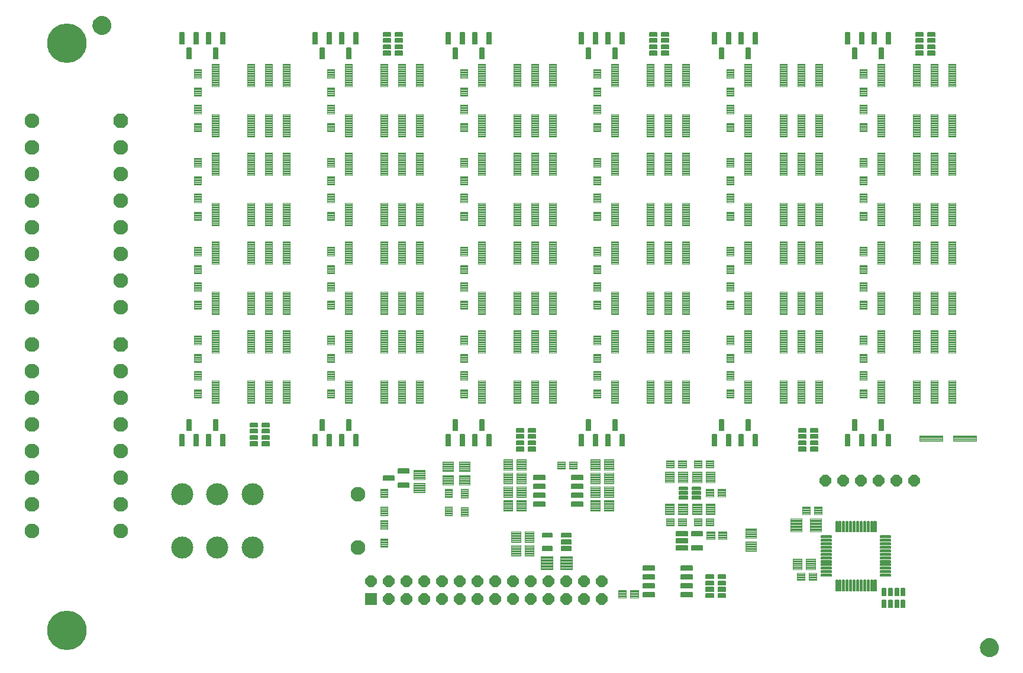
<source format=gts>
G75*
%MOIN*%
%OFA0B0*%
%FSLAX25Y25*%
%IPPOS*%
%LPD*%
%AMOC8*
5,1,8,0,0,1.08239X$1,22.5*
%
%ADD10C,0.13198*%
%ADD11OC8,0.06506*%
%ADD12R,0.06506X0.06506*%
%ADD13OC8,0.08277*%
%ADD14C,0.08277*%
%ADD15C,0.00454*%
%ADD16C,0.00504*%
%ADD17C,0.00504*%
%ADD18C,0.00457*%
%ADD19C,0.00580*%
%ADD20C,0.12411*%
%ADD21C,0.00594*%
%ADD22C,0.00414*%
%ADD23C,0.00514*%
%ADD24C,0.00468*%
%ADD25C,0.00500*%
%ADD26C,0.22254*%
D10*
X0137995Y0087673D03*
X0137995Y0418382D03*
D11*
X0565188Y0171770D03*
X0575188Y0171770D03*
X0585188Y0171770D03*
X0595188Y0171770D03*
X0605188Y0171770D03*
X0615188Y0171770D03*
X0439333Y0115232D03*
X0429333Y0115232D03*
X0419333Y0115232D03*
X0409333Y0115232D03*
X0399333Y0115232D03*
X0389333Y0115232D03*
X0379333Y0115232D03*
X0369333Y0115232D03*
X0359333Y0115232D03*
X0349333Y0115232D03*
X0339333Y0115232D03*
X0329333Y0115232D03*
X0319333Y0115232D03*
X0309333Y0115232D03*
X0319333Y0105232D03*
X0329333Y0105232D03*
X0339333Y0105232D03*
X0349333Y0105232D03*
X0359333Y0105232D03*
X0369333Y0105232D03*
X0379333Y0105232D03*
X0389333Y0105232D03*
X0399333Y0105232D03*
X0409333Y0105232D03*
X0419333Y0105232D03*
X0429333Y0105232D03*
X0439333Y0105232D03*
D12*
X0309333Y0105232D03*
D13*
X0168113Y0248441D03*
X0168113Y0374425D03*
D14*
X0168113Y0359425D03*
X0168113Y0344425D03*
X0168113Y0329425D03*
X0168113Y0314425D03*
X0168113Y0299425D03*
X0168113Y0284425D03*
X0168113Y0269425D03*
X0168113Y0233441D03*
X0168113Y0218441D03*
X0168113Y0203441D03*
X0168113Y0188441D03*
X0168113Y0173441D03*
X0168113Y0158441D03*
X0168113Y0143441D03*
X0118113Y0143441D03*
X0118113Y0158441D03*
X0118113Y0173441D03*
X0118113Y0188441D03*
X0118113Y0203441D03*
X0118113Y0218441D03*
X0118113Y0233441D03*
X0118113Y0248441D03*
X0118113Y0269425D03*
X0118113Y0284425D03*
X0118113Y0299425D03*
X0118113Y0314425D03*
X0118113Y0329425D03*
X0118113Y0344425D03*
X0118113Y0359425D03*
X0118113Y0374425D03*
X0302044Y0164152D03*
X0302044Y0134388D03*
D15*
X0318729Y0134467D02*
X0318729Y0139337D01*
X0318729Y0134467D02*
X0314647Y0134467D01*
X0314647Y0139337D01*
X0318729Y0139337D01*
X0318729Y0134920D02*
X0314647Y0134920D01*
X0314647Y0135373D02*
X0318729Y0135373D01*
X0318729Y0135826D02*
X0314647Y0135826D01*
X0314647Y0136279D02*
X0318729Y0136279D01*
X0318729Y0136732D02*
X0314647Y0136732D01*
X0314647Y0137185D02*
X0318729Y0137185D01*
X0318729Y0137638D02*
X0314647Y0137638D01*
X0314647Y0138091D02*
X0318729Y0138091D01*
X0318729Y0138544D02*
X0314647Y0138544D01*
X0314647Y0138997D02*
X0318729Y0138997D01*
X0318729Y0144703D02*
X0318729Y0149573D01*
X0318729Y0144703D02*
X0314647Y0144703D01*
X0314647Y0149573D01*
X0318729Y0149573D01*
X0318729Y0145156D02*
X0314647Y0145156D01*
X0314647Y0145609D02*
X0318729Y0145609D01*
X0318729Y0146062D02*
X0314647Y0146062D01*
X0314647Y0146515D02*
X0318729Y0146515D01*
X0318729Y0146968D02*
X0314647Y0146968D01*
X0314647Y0147421D02*
X0318729Y0147421D01*
X0318729Y0147874D02*
X0314647Y0147874D01*
X0314647Y0148327D02*
X0318729Y0148327D01*
X0318729Y0148780D02*
X0314647Y0148780D01*
X0314647Y0149233D02*
X0318729Y0149233D01*
X0314647Y0152217D02*
X0314647Y0157087D01*
X0318729Y0157087D01*
X0318729Y0152217D01*
X0314647Y0152217D01*
X0314647Y0152670D02*
X0318729Y0152670D01*
X0318729Y0153123D02*
X0314647Y0153123D01*
X0314647Y0153576D02*
X0318729Y0153576D01*
X0318729Y0154029D02*
X0314647Y0154029D01*
X0314647Y0154482D02*
X0318729Y0154482D01*
X0318729Y0154935D02*
X0314647Y0154935D01*
X0314647Y0155388D02*
X0318729Y0155388D01*
X0318729Y0155841D02*
X0314647Y0155841D01*
X0314647Y0156294D02*
X0318729Y0156294D01*
X0318729Y0156747D02*
X0314647Y0156747D01*
X0314647Y0162453D02*
X0314647Y0167323D01*
X0318729Y0167323D01*
X0318729Y0162453D01*
X0314647Y0162453D01*
X0314647Y0162906D02*
X0318729Y0162906D01*
X0318729Y0163359D02*
X0314647Y0163359D01*
X0314647Y0163812D02*
X0318729Y0163812D01*
X0318729Y0164265D02*
X0314647Y0164265D01*
X0314647Y0164718D02*
X0318729Y0164718D01*
X0318729Y0165171D02*
X0314647Y0165171D01*
X0314647Y0165624D02*
X0318729Y0165624D01*
X0318729Y0166077D02*
X0314647Y0166077D01*
X0314647Y0166530D02*
X0318729Y0166530D01*
X0318729Y0166983D02*
X0314647Y0166983D01*
X0354979Y0167323D02*
X0354979Y0162453D01*
X0350897Y0162453D01*
X0350897Y0167323D01*
X0354979Y0167323D01*
X0354979Y0162906D02*
X0350897Y0162906D01*
X0350897Y0163359D02*
X0354979Y0163359D01*
X0354979Y0163812D02*
X0350897Y0163812D01*
X0350897Y0164265D02*
X0354979Y0164265D01*
X0354979Y0164718D02*
X0350897Y0164718D01*
X0350897Y0165171D02*
X0354979Y0165171D01*
X0354979Y0165624D02*
X0350897Y0165624D01*
X0350897Y0166077D02*
X0354979Y0166077D01*
X0354979Y0166530D02*
X0350897Y0166530D01*
X0350897Y0166983D02*
X0354979Y0166983D01*
X0363979Y0167073D02*
X0363979Y0162203D01*
X0359897Y0162203D01*
X0359897Y0167073D01*
X0363979Y0167073D01*
X0363979Y0162656D02*
X0359897Y0162656D01*
X0359897Y0163109D02*
X0363979Y0163109D01*
X0363979Y0163562D02*
X0359897Y0163562D01*
X0359897Y0164015D02*
X0363979Y0164015D01*
X0363979Y0164468D02*
X0359897Y0164468D01*
X0359897Y0164921D02*
X0363979Y0164921D01*
X0363979Y0165374D02*
X0359897Y0165374D01*
X0359897Y0165827D02*
X0363979Y0165827D01*
X0363979Y0166280D02*
X0359897Y0166280D01*
X0359897Y0166733D02*
X0363979Y0166733D01*
X0363979Y0156837D02*
X0363979Y0151967D01*
X0359897Y0151967D01*
X0359897Y0156837D01*
X0363979Y0156837D01*
X0363979Y0152420D02*
X0359897Y0152420D01*
X0359897Y0152873D02*
X0363979Y0152873D01*
X0363979Y0153326D02*
X0359897Y0153326D01*
X0359897Y0153779D02*
X0363979Y0153779D01*
X0363979Y0154232D02*
X0359897Y0154232D01*
X0359897Y0154685D02*
X0363979Y0154685D01*
X0363979Y0155138D02*
X0359897Y0155138D01*
X0359897Y0155591D02*
X0363979Y0155591D01*
X0363979Y0156044D02*
X0359897Y0156044D01*
X0359897Y0156497D02*
X0363979Y0156497D01*
X0354979Y0157087D02*
X0354979Y0152217D01*
X0350897Y0152217D01*
X0350897Y0157087D01*
X0354979Y0157087D01*
X0354979Y0152670D02*
X0350897Y0152670D01*
X0350897Y0153123D02*
X0354979Y0153123D01*
X0354979Y0153576D02*
X0350897Y0153576D01*
X0350897Y0154029D02*
X0354979Y0154029D01*
X0354979Y0154482D02*
X0350897Y0154482D01*
X0350897Y0154935D02*
X0354979Y0154935D01*
X0354979Y0155388D02*
X0350897Y0155388D01*
X0350897Y0155841D02*
X0354979Y0155841D01*
X0354979Y0156294D02*
X0350897Y0156294D01*
X0350897Y0156747D02*
X0354979Y0156747D01*
X0414103Y0182561D02*
X0418579Y0182561D01*
X0418579Y0178479D01*
X0414103Y0178479D01*
X0414103Y0182561D01*
X0414103Y0178932D02*
X0418579Y0178932D01*
X0418579Y0179385D02*
X0414103Y0179385D01*
X0414103Y0179838D02*
X0418579Y0179838D01*
X0418579Y0180291D02*
X0414103Y0180291D01*
X0414103Y0180744D02*
X0418579Y0180744D01*
X0418579Y0181197D02*
X0414103Y0181197D01*
X0414103Y0181650D02*
X0418579Y0181650D01*
X0418579Y0182103D02*
X0414103Y0182103D01*
X0414103Y0182556D02*
X0418579Y0182556D01*
X0420796Y0182561D02*
X0425272Y0182561D01*
X0425272Y0178479D01*
X0420796Y0178479D01*
X0420796Y0182561D01*
X0420796Y0178932D02*
X0425272Y0178932D01*
X0425272Y0179385D02*
X0420796Y0179385D01*
X0420796Y0179838D02*
X0425272Y0179838D01*
X0425272Y0180291D02*
X0420796Y0180291D01*
X0420796Y0180744D02*
X0425272Y0180744D01*
X0425272Y0181197D02*
X0420796Y0181197D01*
X0420796Y0181650D02*
X0425272Y0181650D01*
X0425272Y0182103D02*
X0420796Y0182103D01*
X0420796Y0182556D02*
X0425272Y0182556D01*
X0438729Y0218467D02*
X0438729Y0223337D01*
X0438729Y0218467D02*
X0434647Y0218467D01*
X0434647Y0223337D01*
X0438729Y0223337D01*
X0438729Y0218920D02*
X0434647Y0218920D01*
X0434647Y0219373D02*
X0438729Y0219373D01*
X0438729Y0219826D02*
X0434647Y0219826D01*
X0434647Y0220279D02*
X0438729Y0220279D01*
X0438729Y0220732D02*
X0434647Y0220732D01*
X0434647Y0221185D02*
X0438729Y0221185D01*
X0438729Y0221638D02*
X0434647Y0221638D01*
X0434647Y0222091D02*
X0438729Y0222091D01*
X0438729Y0222544D02*
X0434647Y0222544D01*
X0434647Y0222997D02*
X0438729Y0222997D01*
X0448729Y0228061D02*
X0448729Y0215475D01*
X0444647Y0215475D01*
X0444647Y0228061D01*
X0448729Y0228061D01*
X0448729Y0215928D02*
X0444647Y0215928D01*
X0444647Y0216381D02*
X0448729Y0216381D01*
X0448729Y0216834D02*
X0444647Y0216834D01*
X0444647Y0217287D02*
X0448729Y0217287D01*
X0448729Y0217740D02*
X0444647Y0217740D01*
X0444647Y0218193D02*
X0448729Y0218193D01*
X0448729Y0218646D02*
X0444647Y0218646D01*
X0444647Y0219099D02*
X0448729Y0219099D01*
X0448729Y0219552D02*
X0444647Y0219552D01*
X0444647Y0220005D02*
X0448729Y0220005D01*
X0448729Y0220458D02*
X0444647Y0220458D01*
X0444647Y0220911D02*
X0448729Y0220911D01*
X0448729Y0221364D02*
X0444647Y0221364D01*
X0444647Y0221817D02*
X0448729Y0221817D01*
X0448729Y0222270D02*
X0444647Y0222270D01*
X0444647Y0222723D02*
X0448729Y0222723D01*
X0448729Y0223176D02*
X0444647Y0223176D01*
X0444647Y0223629D02*
X0448729Y0223629D01*
X0448729Y0224082D02*
X0444647Y0224082D01*
X0444647Y0224535D02*
X0448729Y0224535D01*
X0448729Y0224988D02*
X0444647Y0224988D01*
X0444647Y0225441D02*
X0448729Y0225441D01*
X0448729Y0225894D02*
X0444647Y0225894D01*
X0444647Y0226347D02*
X0448729Y0226347D01*
X0448729Y0226800D02*
X0444647Y0226800D01*
X0444647Y0227253D02*
X0448729Y0227253D01*
X0448729Y0227706D02*
X0444647Y0227706D01*
X0438729Y0228703D02*
X0438729Y0233573D01*
X0438729Y0228703D02*
X0434647Y0228703D01*
X0434647Y0233573D01*
X0438729Y0233573D01*
X0438729Y0229156D02*
X0434647Y0229156D01*
X0434647Y0229609D02*
X0438729Y0229609D01*
X0438729Y0230062D02*
X0434647Y0230062D01*
X0434647Y0230515D02*
X0438729Y0230515D01*
X0438729Y0230968D02*
X0434647Y0230968D01*
X0434647Y0231421D02*
X0438729Y0231421D01*
X0438729Y0231874D02*
X0434647Y0231874D01*
X0434647Y0232327D02*
X0438729Y0232327D01*
X0438729Y0232780D02*
X0434647Y0232780D01*
X0434647Y0233233D02*
X0438729Y0233233D01*
X0434647Y0238467D02*
X0434647Y0243337D01*
X0438729Y0243337D01*
X0438729Y0238467D01*
X0434647Y0238467D01*
X0434647Y0238920D02*
X0438729Y0238920D01*
X0438729Y0239373D02*
X0434647Y0239373D01*
X0434647Y0239826D02*
X0438729Y0239826D01*
X0438729Y0240279D02*
X0434647Y0240279D01*
X0434647Y0240732D02*
X0438729Y0240732D01*
X0438729Y0241185D02*
X0434647Y0241185D01*
X0434647Y0241638D02*
X0438729Y0241638D01*
X0438729Y0242091D02*
X0434647Y0242091D01*
X0434647Y0242544D02*
X0438729Y0242544D01*
X0438729Y0242997D02*
X0434647Y0242997D01*
X0434647Y0248703D02*
X0434647Y0253573D01*
X0438729Y0253573D01*
X0438729Y0248703D01*
X0434647Y0248703D01*
X0434647Y0249156D02*
X0438729Y0249156D01*
X0438729Y0249609D02*
X0434647Y0249609D01*
X0434647Y0250062D02*
X0438729Y0250062D01*
X0438729Y0250515D02*
X0434647Y0250515D01*
X0434647Y0250968D02*
X0438729Y0250968D01*
X0438729Y0251421D02*
X0434647Y0251421D01*
X0434647Y0251874D02*
X0438729Y0251874D01*
X0438729Y0252327D02*
X0434647Y0252327D01*
X0434647Y0252780D02*
X0438729Y0252780D01*
X0438729Y0253233D02*
X0434647Y0253233D01*
X0448729Y0256565D02*
X0448729Y0243979D01*
X0444647Y0243979D01*
X0444647Y0256565D01*
X0448729Y0256565D01*
X0448729Y0244432D02*
X0444647Y0244432D01*
X0444647Y0244885D02*
X0448729Y0244885D01*
X0448729Y0245338D02*
X0444647Y0245338D01*
X0444647Y0245791D02*
X0448729Y0245791D01*
X0448729Y0246244D02*
X0444647Y0246244D01*
X0444647Y0246697D02*
X0448729Y0246697D01*
X0448729Y0247150D02*
X0444647Y0247150D01*
X0444647Y0247603D02*
X0448729Y0247603D01*
X0448729Y0248056D02*
X0444647Y0248056D01*
X0444647Y0248509D02*
X0448729Y0248509D01*
X0448729Y0248962D02*
X0444647Y0248962D01*
X0444647Y0249415D02*
X0448729Y0249415D01*
X0448729Y0249868D02*
X0444647Y0249868D01*
X0444647Y0250321D02*
X0448729Y0250321D01*
X0448729Y0250774D02*
X0444647Y0250774D01*
X0444647Y0251227D02*
X0448729Y0251227D01*
X0448729Y0251680D02*
X0444647Y0251680D01*
X0444647Y0252133D02*
X0448729Y0252133D01*
X0448729Y0252586D02*
X0444647Y0252586D01*
X0444647Y0253039D02*
X0448729Y0253039D01*
X0448729Y0253492D02*
X0444647Y0253492D01*
X0444647Y0253945D02*
X0448729Y0253945D01*
X0448729Y0254398D02*
X0444647Y0254398D01*
X0444647Y0254851D02*
X0448729Y0254851D01*
X0448729Y0255304D02*
X0444647Y0255304D01*
X0444647Y0255757D02*
X0448729Y0255757D01*
X0448729Y0256210D02*
X0444647Y0256210D01*
X0448729Y0265475D02*
X0448729Y0278061D01*
X0448729Y0265475D02*
X0444647Y0265475D01*
X0444647Y0278061D01*
X0448729Y0278061D01*
X0448729Y0265928D02*
X0444647Y0265928D01*
X0444647Y0266381D02*
X0448729Y0266381D01*
X0448729Y0266834D02*
X0444647Y0266834D01*
X0444647Y0267287D02*
X0448729Y0267287D01*
X0448729Y0267740D02*
X0444647Y0267740D01*
X0444647Y0268193D02*
X0448729Y0268193D01*
X0448729Y0268646D02*
X0444647Y0268646D01*
X0444647Y0269099D02*
X0448729Y0269099D01*
X0448729Y0269552D02*
X0444647Y0269552D01*
X0444647Y0270005D02*
X0448729Y0270005D01*
X0448729Y0270458D02*
X0444647Y0270458D01*
X0444647Y0270911D02*
X0448729Y0270911D01*
X0448729Y0271364D02*
X0444647Y0271364D01*
X0444647Y0271817D02*
X0448729Y0271817D01*
X0448729Y0272270D02*
X0444647Y0272270D01*
X0444647Y0272723D02*
X0448729Y0272723D01*
X0448729Y0273176D02*
X0444647Y0273176D01*
X0444647Y0273629D02*
X0448729Y0273629D01*
X0448729Y0274082D02*
X0444647Y0274082D01*
X0444647Y0274535D02*
X0448729Y0274535D01*
X0448729Y0274988D02*
X0444647Y0274988D01*
X0444647Y0275441D02*
X0448729Y0275441D01*
X0448729Y0275894D02*
X0444647Y0275894D01*
X0444647Y0276347D02*
X0448729Y0276347D01*
X0448729Y0276800D02*
X0444647Y0276800D01*
X0444647Y0277253D02*
X0448729Y0277253D01*
X0448729Y0277706D02*
X0444647Y0277706D01*
X0438729Y0278703D02*
X0438729Y0283573D01*
X0438729Y0278703D02*
X0434647Y0278703D01*
X0434647Y0283573D01*
X0438729Y0283573D01*
X0438729Y0279156D02*
X0434647Y0279156D01*
X0434647Y0279609D02*
X0438729Y0279609D01*
X0438729Y0280062D02*
X0434647Y0280062D01*
X0434647Y0280515D02*
X0438729Y0280515D01*
X0438729Y0280968D02*
X0434647Y0280968D01*
X0434647Y0281421D02*
X0438729Y0281421D01*
X0438729Y0281874D02*
X0434647Y0281874D01*
X0434647Y0282327D02*
X0438729Y0282327D01*
X0438729Y0282780D02*
X0434647Y0282780D01*
X0434647Y0283233D02*
X0438729Y0283233D01*
X0434647Y0288467D02*
X0434647Y0293337D01*
X0438729Y0293337D01*
X0438729Y0288467D01*
X0434647Y0288467D01*
X0434647Y0288920D02*
X0438729Y0288920D01*
X0438729Y0289373D02*
X0434647Y0289373D01*
X0434647Y0289826D02*
X0438729Y0289826D01*
X0438729Y0290279D02*
X0434647Y0290279D01*
X0434647Y0290732D02*
X0438729Y0290732D01*
X0438729Y0291185D02*
X0434647Y0291185D01*
X0434647Y0291638D02*
X0438729Y0291638D01*
X0438729Y0292091D02*
X0434647Y0292091D01*
X0434647Y0292544D02*
X0438729Y0292544D01*
X0438729Y0292997D02*
X0434647Y0292997D01*
X0434647Y0298703D02*
X0434647Y0303573D01*
X0438729Y0303573D01*
X0438729Y0298703D01*
X0434647Y0298703D01*
X0434647Y0299156D02*
X0438729Y0299156D01*
X0438729Y0299609D02*
X0434647Y0299609D01*
X0434647Y0300062D02*
X0438729Y0300062D01*
X0438729Y0300515D02*
X0434647Y0300515D01*
X0434647Y0300968D02*
X0438729Y0300968D01*
X0438729Y0301421D02*
X0434647Y0301421D01*
X0434647Y0301874D02*
X0438729Y0301874D01*
X0438729Y0302327D02*
X0434647Y0302327D01*
X0434647Y0302780D02*
X0438729Y0302780D01*
X0438729Y0303233D02*
X0434647Y0303233D01*
X0448729Y0306565D02*
X0448729Y0293979D01*
X0444647Y0293979D01*
X0444647Y0306565D01*
X0448729Y0306565D01*
X0448729Y0294432D02*
X0444647Y0294432D01*
X0444647Y0294885D02*
X0448729Y0294885D01*
X0448729Y0295338D02*
X0444647Y0295338D01*
X0444647Y0295791D02*
X0448729Y0295791D01*
X0448729Y0296244D02*
X0444647Y0296244D01*
X0444647Y0296697D02*
X0448729Y0296697D01*
X0448729Y0297150D02*
X0444647Y0297150D01*
X0444647Y0297603D02*
X0448729Y0297603D01*
X0448729Y0298056D02*
X0444647Y0298056D01*
X0444647Y0298509D02*
X0448729Y0298509D01*
X0448729Y0298962D02*
X0444647Y0298962D01*
X0444647Y0299415D02*
X0448729Y0299415D01*
X0448729Y0299868D02*
X0444647Y0299868D01*
X0444647Y0300321D02*
X0448729Y0300321D01*
X0448729Y0300774D02*
X0444647Y0300774D01*
X0444647Y0301227D02*
X0448729Y0301227D01*
X0448729Y0301680D02*
X0444647Y0301680D01*
X0444647Y0302133D02*
X0448729Y0302133D01*
X0448729Y0302586D02*
X0444647Y0302586D01*
X0444647Y0303039D02*
X0448729Y0303039D01*
X0448729Y0303492D02*
X0444647Y0303492D01*
X0444647Y0303945D02*
X0448729Y0303945D01*
X0448729Y0304398D02*
X0444647Y0304398D01*
X0444647Y0304851D02*
X0448729Y0304851D01*
X0448729Y0305304D02*
X0444647Y0305304D01*
X0444647Y0305757D02*
X0448729Y0305757D01*
X0448729Y0306210D02*
X0444647Y0306210D01*
X0468729Y0306565D02*
X0468729Y0293979D01*
X0464647Y0293979D01*
X0464647Y0306565D01*
X0468729Y0306565D01*
X0468729Y0294432D02*
X0464647Y0294432D01*
X0464647Y0294885D02*
X0468729Y0294885D01*
X0468729Y0295338D02*
X0464647Y0295338D01*
X0464647Y0295791D02*
X0468729Y0295791D01*
X0468729Y0296244D02*
X0464647Y0296244D01*
X0464647Y0296697D02*
X0468729Y0296697D01*
X0468729Y0297150D02*
X0464647Y0297150D01*
X0464647Y0297603D02*
X0468729Y0297603D01*
X0468729Y0298056D02*
X0464647Y0298056D01*
X0464647Y0298509D02*
X0468729Y0298509D01*
X0468729Y0298962D02*
X0464647Y0298962D01*
X0464647Y0299415D02*
X0468729Y0299415D01*
X0468729Y0299868D02*
X0464647Y0299868D01*
X0464647Y0300321D02*
X0468729Y0300321D01*
X0468729Y0300774D02*
X0464647Y0300774D01*
X0464647Y0301227D02*
X0468729Y0301227D01*
X0468729Y0301680D02*
X0464647Y0301680D01*
X0464647Y0302133D02*
X0468729Y0302133D01*
X0468729Y0302586D02*
X0464647Y0302586D01*
X0464647Y0303039D02*
X0468729Y0303039D01*
X0468729Y0303492D02*
X0464647Y0303492D01*
X0464647Y0303945D02*
X0468729Y0303945D01*
X0468729Y0304398D02*
X0464647Y0304398D01*
X0464647Y0304851D02*
X0468729Y0304851D01*
X0468729Y0305304D02*
X0464647Y0305304D01*
X0464647Y0305757D02*
X0468729Y0305757D01*
X0468729Y0306210D02*
X0464647Y0306210D01*
X0478729Y0306565D02*
X0478729Y0293979D01*
X0474647Y0293979D01*
X0474647Y0306565D01*
X0478729Y0306565D01*
X0478729Y0294432D02*
X0474647Y0294432D01*
X0474647Y0294885D02*
X0478729Y0294885D01*
X0478729Y0295338D02*
X0474647Y0295338D01*
X0474647Y0295791D02*
X0478729Y0295791D01*
X0478729Y0296244D02*
X0474647Y0296244D01*
X0474647Y0296697D02*
X0478729Y0296697D01*
X0478729Y0297150D02*
X0474647Y0297150D01*
X0474647Y0297603D02*
X0478729Y0297603D01*
X0478729Y0298056D02*
X0474647Y0298056D01*
X0474647Y0298509D02*
X0478729Y0298509D01*
X0478729Y0298962D02*
X0474647Y0298962D01*
X0474647Y0299415D02*
X0478729Y0299415D01*
X0478729Y0299868D02*
X0474647Y0299868D01*
X0474647Y0300321D02*
X0478729Y0300321D01*
X0478729Y0300774D02*
X0474647Y0300774D01*
X0474647Y0301227D02*
X0478729Y0301227D01*
X0478729Y0301680D02*
X0474647Y0301680D01*
X0474647Y0302133D02*
X0478729Y0302133D01*
X0478729Y0302586D02*
X0474647Y0302586D01*
X0474647Y0303039D02*
X0478729Y0303039D01*
X0478729Y0303492D02*
X0474647Y0303492D01*
X0474647Y0303945D02*
X0478729Y0303945D01*
X0478729Y0304398D02*
X0474647Y0304398D01*
X0474647Y0304851D02*
X0478729Y0304851D01*
X0478729Y0305304D02*
X0474647Y0305304D01*
X0474647Y0305757D02*
X0478729Y0305757D01*
X0478729Y0306210D02*
X0474647Y0306210D01*
X0488729Y0306565D02*
X0488729Y0293979D01*
X0484647Y0293979D01*
X0484647Y0306565D01*
X0488729Y0306565D01*
X0488729Y0294432D02*
X0484647Y0294432D01*
X0484647Y0294885D02*
X0488729Y0294885D01*
X0488729Y0295338D02*
X0484647Y0295338D01*
X0484647Y0295791D02*
X0488729Y0295791D01*
X0488729Y0296244D02*
X0484647Y0296244D01*
X0484647Y0296697D02*
X0488729Y0296697D01*
X0488729Y0297150D02*
X0484647Y0297150D01*
X0484647Y0297603D02*
X0488729Y0297603D01*
X0488729Y0298056D02*
X0484647Y0298056D01*
X0484647Y0298509D02*
X0488729Y0298509D01*
X0488729Y0298962D02*
X0484647Y0298962D01*
X0484647Y0299415D02*
X0488729Y0299415D01*
X0488729Y0299868D02*
X0484647Y0299868D01*
X0484647Y0300321D02*
X0488729Y0300321D01*
X0488729Y0300774D02*
X0484647Y0300774D01*
X0484647Y0301227D02*
X0488729Y0301227D01*
X0488729Y0301680D02*
X0484647Y0301680D01*
X0484647Y0302133D02*
X0488729Y0302133D01*
X0488729Y0302586D02*
X0484647Y0302586D01*
X0484647Y0303039D02*
X0488729Y0303039D01*
X0488729Y0303492D02*
X0484647Y0303492D01*
X0484647Y0303945D02*
X0488729Y0303945D01*
X0488729Y0304398D02*
X0484647Y0304398D01*
X0484647Y0304851D02*
X0488729Y0304851D01*
X0488729Y0305304D02*
X0484647Y0305304D01*
X0484647Y0305757D02*
X0488729Y0305757D01*
X0488729Y0306210D02*
X0484647Y0306210D01*
X0488729Y0315475D02*
X0488729Y0328061D01*
X0488729Y0315475D02*
X0484647Y0315475D01*
X0484647Y0328061D01*
X0488729Y0328061D01*
X0488729Y0315928D02*
X0484647Y0315928D01*
X0484647Y0316381D02*
X0488729Y0316381D01*
X0488729Y0316834D02*
X0484647Y0316834D01*
X0484647Y0317287D02*
X0488729Y0317287D01*
X0488729Y0317740D02*
X0484647Y0317740D01*
X0484647Y0318193D02*
X0488729Y0318193D01*
X0488729Y0318646D02*
X0484647Y0318646D01*
X0484647Y0319099D02*
X0488729Y0319099D01*
X0488729Y0319552D02*
X0484647Y0319552D01*
X0484647Y0320005D02*
X0488729Y0320005D01*
X0488729Y0320458D02*
X0484647Y0320458D01*
X0484647Y0320911D02*
X0488729Y0320911D01*
X0488729Y0321364D02*
X0484647Y0321364D01*
X0484647Y0321817D02*
X0488729Y0321817D01*
X0488729Y0322270D02*
X0484647Y0322270D01*
X0484647Y0322723D02*
X0488729Y0322723D01*
X0488729Y0323176D02*
X0484647Y0323176D01*
X0484647Y0323629D02*
X0488729Y0323629D01*
X0488729Y0324082D02*
X0484647Y0324082D01*
X0484647Y0324535D02*
X0488729Y0324535D01*
X0488729Y0324988D02*
X0484647Y0324988D01*
X0484647Y0325441D02*
X0488729Y0325441D01*
X0488729Y0325894D02*
X0484647Y0325894D01*
X0484647Y0326347D02*
X0488729Y0326347D01*
X0488729Y0326800D02*
X0484647Y0326800D01*
X0484647Y0327253D02*
X0488729Y0327253D01*
X0488729Y0327706D02*
X0484647Y0327706D01*
X0478729Y0328061D02*
X0478729Y0315475D01*
X0474647Y0315475D01*
X0474647Y0328061D01*
X0478729Y0328061D01*
X0478729Y0315928D02*
X0474647Y0315928D01*
X0474647Y0316381D02*
X0478729Y0316381D01*
X0478729Y0316834D02*
X0474647Y0316834D01*
X0474647Y0317287D02*
X0478729Y0317287D01*
X0478729Y0317740D02*
X0474647Y0317740D01*
X0474647Y0318193D02*
X0478729Y0318193D01*
X0478729Y0318646D02*
X0474647Y0318646D01*
X0474647Y0319099D02*
X0478729Y0319099D01*
X0478729Y0319552D02*
X0474647Y0319552D01*
X0474647Y0320005D02*
X0478729Y0320005D01*
X0478729Y0320458D02*
X0474647Y0320458D01*
X0474647Y0320911D02*
X0478729Y0320911D01*
X0478729Y0321364D02*
X0474647Y0321364D01*
X0474647Y0321817D02*
X0478729Y0321817D01*
X0478729Y0322270D02*
X0474647Y0322270D01*
X0474647Y0322723D02*
X0478729Y0322723D01*
X0478729Y0323176D02*
X0474647Y0323176D01*
X0474647Y0323629D02*
X0478729Y0323629D01*
X0478729Y0324082D02*
X0474647Y0324082D01*
X0474647Y0324535D02*
X0478729Y0324535D01*
X0478729Y0324988D02*
X0474647Y0324988D01*
X0474647Y0325441D02*
X0478729Y0325441D01*
X0478729Y0325894D02*
X0474647Y0325894D01*
X0474647Y0326347D02*
X0478729Y0326347D01*
X0478729Y0326800D02*
X0474647Y0326800D01*
X0474647Y0327253D02*
X0478729Y0327253D01*
X0478729Y0327706D02*
X0474647Y0327706D01*
X0468729Y0328061D02*
X0468729Y0315475D01*
X0464647Y0315475D01*
X0464647Y0328061D01*
X0468729Y0328061D01*
X0468729Y0315928D02*
X0464647Y0315928D01*
X0464647Y0316381D02*
X0468729Y0316381D01*
X0468729Y0316834D02*
X0464647Y0316834D01*
X0464647Y0317287D02*
X0468729Y0317287D01*
X0468729Y0317740D02*
X0464647Y0317740D01*
X0464647Y0318193D02*
X0468729Y0318193D01*
X0468729Y0318646D02*
X0464647Y0318646D01*
X0464647Y0319099D02*
X0468729Y0319099D01*
X0468729Y0319552D02*
X0464647Y0319552D01*
X0464647Y0320005D02*
X0468729Y0320005D01*
X0468729Y0320458D02*
X0464647Y0320458D01*
X0464647Y0320911D02*
X0468729Y0320911D01*
X0468729Y0321364D02*
X0464647Y0321364D01*
X0464647Y0321817D02*
X0468729Y0321817D01*
X0468729Y0322270D02*
X0464647Y0322270D01*
X0464647Y0322723D02*
X0468729Y0322723D01*
X0468729Y0323176D02*
X0464647Y0323176D01*
X0464647Y0323629D02*
X0468729Y0323629D01*
X0468729Y0324082D02*
X0464647Y0324082D01*
X0464647Y0324535D02*
X0468729Y0324535D01*
X0468729Y0324988D02*
X0464647Y0324988D01*
X0464647Y0325441D02*
X0468729Y0325441D01*
X0468729Y0325894D02*
X0464647Y0325894D01*
X0464647Y0326347D02*
X0468729Y0326347D01*
X0468729Y0326800D02*
X0464647Y0326800D01*
X0464647Y0327253D02*
X0468729Y0327253D01*
X0468729Y0327706D02*
X0464647Y0327706D01*
X0448729Y0328061D02*
X0448729Y0315475D01*
X0444647Y0315475D01*
X0444647Y0328061D01*
X0448729Y0328061D01*
X0448729Y0315928D02*
X0444647Y0315928D01*
X0444647Y0316381D02*
X0448729Y0316381D01*
X0448729Y0316834D02*
X0444647Y0316834D01*
X0444647Y0317287D02*
X0448729Y0317287D01*
X0448729Y0317740D02*
X0444647Y0317740D01*
X0444647Y0318193D02*
X0448729Y0318193D01*
X0448729Y0318646D02*
X0444647Y0318646D01*
X0444647Y0319099D02*
X0448729Y0319099D01*
X0448729Y0319552D02*
X0444647Y0319552D01*
X0444647Y0320005D02*
X0448729Y0320005D01*
X0448729Y0320458D02*
X0444647Y0320458D01*
X0444647Y0320911D02*
X0448729Y0320911D01*
X0448729Y0321364D02*
X0444647Y0321364D01*
X0444647Y0321817D02*
X0448729Y0321817D01*
X0448729Y0322270D02*
X0444647Y0322270D01*
X0444647Y0322723D02*
X0448729Y0322723D01*
X0448729Y0323176D02*
X0444647Y0323176D01*
X0444647Y0323629D02*
X0448729Y0323629D01*
X0448729Y0324082D02*
X0444647Y0324082D01*
X0444647Y0324535D02*
X0448729Y0324535D01*
X0448729Y0324988D02*
X0444647Y0324988D01*
X0444647Y0325441D02*
X0448729Y0325441D01*
X0448729Y0325894D02*
X0444647Y0325894D01*
X0444647Y0326347D02*
X0448729Y0326347D01*
X0448729Y0326800D02*
X0444647Y0326800D01*
X0444647Y0327253D02*
X0448729Y0327253D01*
X0448729Y0327706D02*
X0444647Y0327706D01*
X0438729Y0328703D02*
X0438729Y0333573D01*
X0438729Y0328703D02*
X0434647Y0328703D01*
X0434647Y0333573D01*
X0438729Y0333573D01*
X0438729Y0329156D02*
X0434647Y0329156D01*
X0434647Y0329609D02*
X0438729Y0329609D01*
X0438729Y0330062D02*
X0434647Y0330062D01*
X0434647Y0330515D02*
X0438729Y0330515D01*
X0438729Y0330968D02*
X0434647Y0330968D01*
X0434647Y0331421D02*
X0438729Y0331421D01*
X0438729Y0331874D02*
X0434647Y0331874D01*
X0434647Y0332327D02*
X0438729Y0332327D01*
X0438729Y0332780D02*
X0434647Y0332780D01*
X0434647Y0333233D02*
X0438729Y0333233D01*
X0434647Y0338467D02*
X0434647Y0343337D01*
X0438729Y0343337D01*
X0438729Y0338467D01*
X0434647Y0338467D01*
X0434647Y0338920D02*
X0438729Y0338920D01*
X0438729Y0339373D02*
X0434647Y0339373D01*
X0434647Y0339826D02*
X0438729Y0339826D01*
X0438729Y0340279D02*
X0434647Y0340279D01*
X0434647Y0340732D02*
X0438729Y0340732D01*
X0438729Y0341185D02*
X0434647Y0341185D01*
X0434647Y0341638D02*
X0438729Y0341638D01*
X0438729Y0342091D02*
X0434647Y0342091D01*
X0434647Y0342544D02*
X0438729Y0342544D01*
X0438729Y0342997D02*
X0434647Y0342997D01*
X0434647Y0348703D02*
X0434647Y0353573D01*
X0438729Y0353573D01*
X0438729Y0348703D01*
X0434647Y0348703D01*
X0434647Y0349156D02*
X0438729Y0349156D01*
X0438729Y0349609D02*
X0434647Y0349609D01*
X0434647Y0350062D02*
X0438729Y0350062D01*
X0438729Y0350515D02*
X0434647Y0350515D01*
X0434647Y0350968D02*
X0438729Y0350968D01*
X0438729Y0351421D02*
X0434647Y0351421D01*
X0434647Y0351874D02*
X0438729Y0351874D01*
X0438729Y0352327D02*
X0434647Y0352327D01*
X0434647Y0352780D02*
X0438729Y0352780D01*
X0438729Y0353233D02*
X0434647Y0353233D01*
X0448729Y0356565D02*
X0448729Y0343979D01*
X0444647Y0343979D01*
X0444647Y0356565D01*
X0448729Y0356565D01*
X0448729Y0344432D02*
X0444647Y0344432D01*
X0444647Y0344885D02*
X0448729Y0344885D01*
X0448729Y0345338D02*
X0444647Y0345338D01*
X0444647Y0345791D02*
X0448729Y0345791D01*
X0448729Y0346244D02*
X0444647Y0346244D01*
X0444647Y0346697D02*
X0448729Y0346697D01*
X0448729Y0347150D02*
X0444647Y0347150D01*
X0444647Y0347603D02*
X0448729Y0347603D01*
X0448729Y0348056D02*
X0444647Y0348056D01*
X0444647Y0348509D02*
X0448729Y0348509D01*
X0448729Y0348962D02*
X0444647Y0348962D01*
X0444647Y0349415D02*
X0448729Y0349415D01*
X0448729Y0349868D02*
X0444647Y0349868D01*
X0444647Y0350321D02*
X0448729Y0350321D01*
X0448729Y0350774D02*
X0444647Y0350774D01*
X0444647Y0351227D02*
X0448729Y0351227D01*
X0448729Y0351680D02*
X0444647Y0351680D01*
X0444647Y0352133D02*
X0448729Y0352133D01*
X0448729Y0352586D02*
X0444647Y0352586D01*
X0444647Y0353039D02*
X0448729Y0353039D01*
X0448729Y0353492D02*
X0444647Y0353492D01*
X0444647Y0353945D02*
X0448729Y0353945D01*
X0448729Y0354398D02*
X0444647Y0354398D01*
X0444647Y0354851D02*
X0448729Y0354851D01*
X0448729Y0355304D02*
X0444647Y0355304D01*
X0444647Y0355757D02*
X0448729Y0355757D01*
X0448729Y0356210D02*
X0444647Y0356210D01*
X0448729Y0365475D02*
X0448729Y0378061D01*
X0448729Y0365475D02*
X0444647Y0365475D01*
X0444647Y0378061D01*
X0448729Y0378061D01*
X0448729Y0365928D02*
X0444647Y0365928D01*
X0444647Y0366381D02*
X0448729Y0366381D01*
X0448729Y0366834D02*
X0444647Y0366834D01*
X0444647Y0367287D02*
X0448729Y0367287D01*
X0448729Y0367740D02*
X0444647Y0367740D01*
X0444647Y0368193D02*
X0448729Y0368193D01*
X0448729Y0368646D02*
X0444647Y0368646D01*
X0444647Y0369099D02*
X0448729Y0369099D01*
X0448729Y0369552D02*
X0444647Y0369552D01*
X0444647Y0370005D02*
X0448729Y0370005D01*
X0448729Y0370458D02*
X0444647Y0370458D01*
X0444647Y0370911D02*
X0448729Y0370911D01*
X0448729Y0371364D02*
X0444647Y0371364D01*
X0444647Y0371817D02*
X0448729Y0371817D01*
X0448729Y0372270D02*
X0444647Y0372270D01*
X0444647Y0372723D02*
X0448729Y0372723D01*
X0448729Y0373176D02*
X0444647Y0373176D01*
X0444647Y0373629D02*
X0448729Y0373629D01*
X0448729Y0374082D02*
X0444647Y0374082D01*
X0444647Y0374535D02*
X0448729Y0374535D01*
X0448729Y0374988D02*
X0444647Y0374988D01*
X0444647Y0375441D02*
X0448729Y0375441D01*
X0448729Y0375894D02*
X0444647Y0375894D01*
X0444647Y0376347D02*
X0448729Y0376347D01*
X0448729Y0376800D02*
X0444647Y0376800D01*
X0444647Y0377253D02*
X0448729Y0377253D01*
X0448729Y0377706D02*
X0444647Y0377706D01*
X0438729Y0378703D02*
X0438729Y0383573D01*
X0438729Y0378703D02*
X0434647Y0378703D01*
X0434647Y0383573D01*
X0438729Y0383573D01*
X0438729Y0379156D02*
X0434647Y0379156D01*
X0434647Y0379609D02*
X0438729Y0379609D01*
X0438729Y0380062D02*
X0434647Y0380062D01*
X0434647Y0380515D02*
X0438729Y0380515D01*
X0438729Y0380968D02*
X0434647Y0380968D01*
X0434647Y0381421D02*
X0438729Y0381421D01*
X0438729Y0381874D02*
X0434647Y0381874D01*
X0434647Y0382327D02*
X0438729Y0382327D01*
X0438729Y0382780D02*
X0434647Y0382780D01*
X0434647Y0383233D02*
X0438729Y0383233D01*
X0434647Y0388467D02*
X0434647Y0393337D01*
X0438729Y0393337D01*
X0438729Y0388467D01*
X0434647Y0388467D01*
X0434647Y0388920D02*
X0438729Y0388920D01*
X0438729Y0389373D02*
X0434647Y0389373D01*
X0434647Y0389826D02*
X0438729Y0389826D01*
X0438729Y0390279D02*
X0434647Y0390279D01*
X0434647Y0390732D02*
X0438729Y0390732D01*
X0438729Y0391185D02*
X0434647Y0391185D01*
X0434647Y0391638D02*
X0438729Y0391638D01*
X0438729Y0392091D02*
X0434647Y0392091D01*
X0434647Y0392544D02*
X0438729Y0392544D01*
X0438729Y0392997D02*
X0434647Y0392997D01*
X0434647Y0398703D02*
X0434647Y0403573D01*
X0438729Y0403573D01*
X0438729Y0398703D01*
X0434647Y0398703D01*
X0434647Y0399156D02*
X0438729Y0399156D01*
X0438729Y0399609D02*
X0434647Y0399609D01*
X0434647Y0400062D02*
X0438729Y0400062D01*
X0438729Y0400515D02*
X0434647Y0400515D01*
X0434647Y0400968D02*
X0438729Y0400968D01*
X0438729Y0401421D02*
X0434647Y0401421D01*
X0434647Y0401874D02*
X0438729Y0401874D01*
X0438729Y0402327D02*
X0434647Y0402327D01*
X0434647Y0402780D02*
X0438729Y0402780D01*
X0438729Y0403233D02*
X0434647Y0403233D01*
X0448729Y0406565D02*
X0448729Y0393979D01*
X0444647Y0393979D01*
X0444647Y0406565D01*
X0448729Y0406565D01*
X0448729Y0394432D02*
X0444647Y0394432D01*
X0444647Y0394885D02*
X0448729Y0394885D01*
X0448729Y0395338D02*
X0444647Y0395338D01*
X0444647Y0395791D02*
X0448729Y0395791D01*
X0448729Y0396244D02*
X0444647Y0396244D01*
X0444647Y0396697D02*
X0448729Y0396697D01*
X0448729Y0397150D02*
X0444647Y0397150D01*
X0444647Y0397603D02*
X0448729Y0397603D01*
X0448729Y0398056D02*
X0444647Y0398056D01*
X0444647Y0398509D02*
X0448729Y0398509D01*
X0448729Y0398962D02*
X0444647Y0398962D01*
X0444647Y0399415D02*
X0448729Y0399415D01*
X0448729Y0399868D02*
X0444647Y0399868D01*
X0444647Y0400321D02*
X0448729Y0400321D01*
X0448729Y0400774D02*
X0444647Y0400774D01*
X0444647Y0401227D02*
X0448729Y0401227D01*
X0448729Y0401680D02*
X0444647Y0401680D01*
X0444647Y0402133D02*
X0448729Y0402133D01*
X0448729Y0402586D02*
X0444647Y0402586D01*
X0444647Y0403039D02*
X0448729Y0403039D01*
X0448729Y0403492D02*
X0444647Y0403492D01*
X0444647Y0403945D02*
X0448729Y0403945D01*
X0448729Y0404398D02*
X0444647Y0404398D01*
X0444647Y0404851D02*
X0448729Y0404851D01*
X0448729Y0405304D02*
X0444647Y0405304D01*
X0444647Y0405757D02*
X0448729Y0405757D01*
X0448729Y0406210D02*
X0444647Y0406210D01*
X0468729Y0406565D02*
X0468729Y0393979D01*
X0464647Y0393979D01*
X0464647Y0406565D01*
X0468729Y0406565D01*
X0468729Y0394432D02*
X0464647Y0394432D01*
X0464647Y0394885D02*
X0468729Y0394885D01*
X0468729Y0395338D02*
X0464647Y0395338D01*
X0464647Y0395791D02*
X0468729Y0395791D01*
X0468729Y0396244D02*
X0464647Y0396244D01*
X0464647Y0396697D02*
X0468729Y0396697D01*
X0468729Y0397150D02*
X0464647Y0397150D01*
X0464647Y0397603D02*
X0468729Y0397603D01*
X0468729Y0398056D02*
X0464647Y0398056D01*
X0464647Y0398509D02*
X0468729Y0398509D01*
X0468729Y0398962D02*
X0464647Y0398962D01*
X0464647Y0399415D02*
X0468729Y0399415D01*
X0468729Y0399868D02*
X0464647Y0399868D01*
X0464647Y0400321D02*
X0468729Y0400321D01*
X0468729Y0400774D02*
X0464647Y0400774D01*
X0464647Y0401227D02*
X0468729Y0401227D01*
X0468729Y0401680D02*
X0464647Y0401680D01*
X0464647Y0402133D02*
X0468729Y0402133D01*
X0468729Y0402586D02*
X0464647Y0402586D01*
X0464647Y0403039D02*
X0468729Y0403039D01*
X0468729Y0403492D02*
X0464647Y0403492D01*
X0464647Y0403945D02*
X0468729Y0403945D01*
X0468729Y0404398D02*
X0464647Y0404398D01*
X0464647Y0404851D02*
X0468729Y0404851D01*
X0468729Y0405304D02*
X0464647Y0405304D01*
X0464647Y0405757D02*
X0468729Y0405757D01*
X0468729Y0406210D02*
X0464647Y0406210D01*
X0478729Y0406565D02*
X0478729Y0393979D01*
X0474647Y0393979D01*
X0474647Y0406565D01*
X0478729Y0406565D01*
X0478729Y0394432D02*
X0474647Y0394432D01*
X0474647Y0394885D02*
X0478729Y0394885D01*
X0478729Y0395338D02*
X0474647Y0395338D01*
X0474647Y0395791D02*
X0478729Y0395791D01*
X0478729Y0396244D02*
X0474647Y0396244D01*
X0474647Y0396697D02*
X0478729Y0396697D01*
X0478729Y0397150D02*
X0474647Y0397150D01*
X0474647Y0397603D02*
X0478729Y0397603D01*
X0478729Y0398056D02*
X0474647Y0398056D01*
X0474647Y0398509D02*
X0478729Y0398509D01*
X0478729Y0398962D02*
X0474647Y0398962D01*
X0474647Y0399415D02*
X0478729Y0399415D01*
X0478729Y0399868D02*
X0474647Y0399868D01*
X0474647Y0400321D02*
X0478729Y0400321D01*
X0478729Y0400774D02*
X0474647Y0400774D01*
X0474647Y0401227D02*
X0478729Y0401227D01*
X0478729Y0401680D02*
X0474647Y0401680D01*
X0474647Y0402133D02*
X0478729Y0402133D01*
X0478729Y0402586D02*
X0474647Y0402586D01*
X0474647Y0403039D02*
X0478729Y0403039D01*
X0478729Y0403492D02*
X0474647Y0403492D01*
X0474647Y0403945D02*
X0478729Y0403945D01*
X0478729Y0404398D02*
X0474647Y0404398D01*
X0474647Y0404851D02*
X0478729Y0404851D01*
X0478729Y0405304D02*
X0474647Y0405304D01*
X0474647Y0405757D02*
X0478729Y0405757D01*
X0478729Y0406210D02*
X0474647Y0406210D01*
X0488729Y0406565D02*
X0488729Y0393979D01*
X0484647Y0393979D01*
X0484647Y0406565D01*
X0488729Y0406565D01*
X0488729Y0394432D02*
X0484647Y0394432D01*
X0484647Y0394885D02*
X0488729Y0394885D01*
X0488729Y0395338D02*
X0484647Y0395338D01*
X0484647Y0395791D02*
X0488729Y0395791D01*
X0488729Y0396244D02*
X0484647Y0396244D01*
X0484647Y0396697D02*
X0488729Y0396697D01*
X0488729Y0397150D02*
X0484647Y0397150D01*
X0484647Y0397603D02*
X0488729Y0397603D01*
X0488729Y0398056D02*
X0484647Y0398056D01*
X0484647Y0398509D02*
X0488729Y0398509D01*
X0488729Y0398962D02*
X0484647Y0398962D01*
X0484647Y0399415D02*
X0488729Y0399415D01*
X0488729Y0399868D02*
X0484647Y0399868D01*
X0484647Y0400321D02*
X0488729Y0400321D01*
X0488729Y0400774D02*
X0484647Y0400774D01*
X0484647Y0401227D02*
X0488729Y0401227D01*
X0488729Y0401680D02*
X0484647Y0401680D01*
X0484647Y0402133D02*
X0488729Y0402133D01*
X0488729Y0402586D02*
X0484647Y0402586D01*
X0484647Y0403039D02*
X0488729Y0403039D01*
X0488729Y0403492D02*
X0484647Y0403492D01*
X0484647Y0403945D02*
X0488729Y0403945D01*
X0488729Y0404398D02*
X0484647Y0404398D01*
X0484647Y0404851D02*
X0488729Y0404851D01*
X0488729Y0405304D02*
X0484647Y0405304D01*
X0484647Y0405757D02*
X0488729Y0405757D01*
X0488729Y0406210D02*
X0484647Y0406210D01*
X0509647Y0403573D02*
X0509647Y0398703D01*
X0509647Y0403573D02*
X0513729Y0403573D01*
X0513729Y0398703D01*
X0509647Y0398703D01*
X0509647Y0399156D02*
X0513729Y0399156D01*
X0513729Y0399609D02*
X0509647Y0399609D01*
X0509647Y0400062D02*
X0513729Y0400062D01*
X0513729Y0400515D02*
X0509647Y0400515D01*
X0509647Y0400968D02*
X0513729Y0400968D01*
X0513729Y0401421D02*
X0509647Y0401421D01*
X0509647Y0401874D02*
X0513729Y0401874D01*
X0513729Y0402327D02*
X0509647Y0402327D01*
X0509647Y0402780D02*
X0513729Y0402780D01*
X0513729Y0403233D02*
X0509647Y0403233D01*
X0523729Y0406565D02*
X0523729Y0393979D01*
X0519647Y0393979D01*
X0519647Y0406565D01*
X0523729Y0406565D01*
X0523729Y0394432D02*
X0519647Y0394432D01*
X0519647Y0394885D02*
X0523729Y0394885D01*
X0523729Y0395338D02*
X0519647Y0395338D01*
X0519647Y0395791D02*
X0523729Y0395791D01*
X0523729Y0396244D02*
X0519647Y0396244D01*
X0519647Y0396697D02*
X0523729Y0396697D01*
X0523729Y0397150D02*
X0519647Y0397150D01*
X0519647Y0397603D02*
X0523729Y0397603D01*
X0523729Y0398056D02*
X0519647Y0398056D01*
X0519647Y0398509D02*
X0523729Y0398509D01*
X0523729Y0398962D02*
X0519647Y0398962D01*
X0519647Y0399415D02*
X0523729Y0399415D01*
X0523729Y0399868D02*
X0519647Y0399868D01*
X0519647Y0400321D02*
X0523729Y0400321D01*
X0523729Y0400774D02*
X0519647Y0400774D01*
X0519647Y0401227D02*
X0523729Y0401227D01*
X0523729Y0401680D02*
X0519647Y0401680D01*
X0519647Y0402133D02*
X0523729Y0402133D01*
X0523729Y0402586D02*
X0519647Y0402586D01*
X0519647Y0403039D02*
X0523729Y0403039D01*
X0523729Y0403492D02*
X0519647Y0403492D01*
X0519647Y0403945D02*
X0523729Y0403945D01*
X0523729Y0404398D02*
X0519647Y0404398D01*
X0519647Y0404851D02*
X0523729Y0404851D01*
X0523729Y0405304D02*
X0519647Y0405304D01*
X0519647Y0405757D02*
X0523729Y0405757D01*
X0523729Y0406210D02*
X0519647Y0406210D01*
X0509647Y0393337D02*
X0509647Y0388467D01*
X0509647Y0393337D02*
X0513729Y0393337D01*
X0513729Y0388467D01*
X0509647Y0388467D01*
X0509647Y0388920D02*
X0513729Y0388920D01*
X0513729Y0389373D02*
X0509647Y0389373D01*
X0509647Y0389826D02*
X0513729Y0389826D01*
X0513729Y0390279D02*
X0509647Y0390279D01*
X0509647Y0390732D02*
X0513729Y0390732D01*
X0513729Y0391185D02*
X0509647Y0391185D01*
X0509647Y0391638D02*
X0513729Y0391638D01*
X0513729Y0392091D02*
X0509647Y0392091D01*
X0509647Y0392544D02*
X0513729Y0392544D01*
X0513729Y0392997D02*
X0509647Y0392997D01*
X0513729Y0383573D02*
X0513729Y0378703D01*
X0509647Y0378703D01*
X0509647Y0383573D01*
X0513729Y0383573D01*
X0513729Y0379156D02*
X0509647Y0379156D01*
X0509647Y0379609D02*
X0513729Y0379609D01*
X0513729Y0380062D02*
X0509647Y0380062D01*
X0509647Y0380515D02*
X0513729Y0380515D01*
X0513729Y0380968D02*
X0509647Y0380968D01*
X0509647Y0381421D02*
X0513729Y0381421D01*
X0513729Y0381874D02*
X0509647Y0381874D01*
X0509647Y0382327D02*
X0513729Y0382327D01*
X0513729Y0382780D02*
X0509647Y0382780D01*
X0509647Y0383233D02*
X0513729Y0383233D01*
X0513729Y0373337D02*
X0513729Y0368467D01*
X0509647Y0368467D01*
X0509647Y0373337D01*
X0513729Y0373337D01*
X0513729Y0368920D02*
X0509647Y0368920D01*
X0509647Y0369373D02*
X0513729Y0369373D01*
X0513729Y0369826D02*
X0509647Y0369826D01*
X0509647Y0370279D02*
X0513729Y0370279D01*
X0513729Y0370732D02*
X0509647Y0370732D01*
X0509647Y0371185D02*
X0513729Y0371185D01*
X0513729Y0371638D02*
X0509647Y0371638D01*
X0509647Y0372091D02*
X0513729Y0372091D01*
X0513729Y0372544D02*
X0509647Y0372544D01*
X0509647Y0372997D02*
X0513729Y0372997D01*
X0523729Y0378061D02*
X0523729Y0365475D01*
X0519647Y0365475D01*
X0519647Y0378061D01*
X0523729Y0378061D01*
X0523729Y0365928D02*
X0519647Y0365928D01*
X0519647Y0366381D02*
X0523729Y0366381D01*
X0523729Y0366834D02*
X0519647Y0366834D01*
X0519647Y0367287D02*
X0523729Y0367287D01*
X0523729Y0367740D02*
X0519647Y0367740D01*
X0519647Y0368193D02*
X0523729Y0368193D01*
X0523729Y0368646D02*
X0519647Y0368646D01*
X0519647Y0369099D02*
X0523729Y0369099D01*
X0523729Y0369552D02*
X0519647Y0369552D01*
X0519647Y0370005D02*
X0523729Y0370005D01*
X0523729Y0370458D02*
X0519647Y0370458D01*
X0519647Y0370911D02*
X0523729Y0370911D01*
X0523729Y0371364D02*
X0519647Y0371364D01*
X0519647Y0371817D02*
X0523729Y0371817D01*
X0523729Y0372270D02*
X0519647Y0372270D01*
X0519647Y0372723D02*
X0523729Y0372723D01*
X0523729Y0373176D02*
X0519647Y0373176D01*
X0519647Y0373629D02*
X0523729Y0373629D01*
X0523729Y0374082D02*
X0519647Y0374082D01*
X0519647Y0374535D02*
X0523729Y0374535D01*
X0523729Y0374988D02*
X0519647Y0374988D01*
X0519647Y0375441D02*
X0523729Y0375441D01*
X0523729Y0375894D02*
X0519647Y0375894D01*
X0519647Y0376347D02*
X0523729Y0376347D01*
X0523729Y0376800D02*
X0519647Y0376800D01*
X0519647Y0377253D02*
X0523729Y0377253D01*
X0523729Y0377706D02*
X0519647Y0377706D01*
X0543729Y0378061D02*
X0543729Y0365475D01*
X0539647Y0365475D01*
X0539647Y0378061D01*
X0543729Y0378061D01*
X0543729Y0365928D02*
X0539647Y0365928D01*
X0539647Y0366381D02*
X0543729Y0366381D01*
X0543729Y0366834D02*
X0539647Y0366834D01*
X0539647Y0367287D02*
X0543729Y0367287D01*
X0543729Y0367740D02*
X0539647Y0367740D01*
X0539647Y0368193D02*
X0543729Y0368193D01*
X0543729Y0368646D02*
X0539647Y0368646D01*
X0539647Y0369099D02*
X0543729Y0369099D01*
X0543729Y0369552D02*
X0539647Y0369552D01*
X0539647Y0370005D02*
X0543729Y0370005D01*
X0543729Y0370458D02*
X0539647Y0370458D01*
X0539647Y0370911D02*
X0543729Y0370911D01*
X0543729Y0371364D02*
X0539647Y0371364D01*
X0539647Y0371817D02*
X0543729Y0371817D01*
X0543729Y0372270D02*
X0539647Y0372270D01*
X0539647Y0372723D02*
X0543729Y0372723D01*
X0543729Y0373176D02*
X0539647Y0373176D01*
X0539647Y0373629D02*
X0543729Y0373629D01*
X0543729Y0374082D02*
X0539647Y0374082D01*
X0539647Y0374535D02*
X0543729Y0374535D01*
X0543729Y0374988D02*
X0539647Y0374988D01*
X0539647Y0375441D02*
X0543729Y0375441D01*
X0543729Y0375894D02*
X0539647Y0375894D01*
X0539647Y0376347D02*
X0543729Y0376347D01*
X0543729Y0376800D02*
X0539647Y0376800D01*
X0539647Y0377253D02*
X0543729Y0377253D01*
X0543729Y0377706D02*
X0539647Y0377706D01*
X0553729Y0378061D02*
X0553729Y0365475D01*
X0549647Y0365475D01*
X0549647Y0378061D01*
X0553729Y0378061D01*
X0553729Y0365928D02*
X0549647Y0365928D01*
X0549647Y0366381D02*
X0553729Y0366381D01*
X0553729Y0366834D02*
X0549647Y0366834D01*
X0549647Y0367287D02*
X0553729Y0367287D01*
X0553729Y0367740D02*
X0549647Y0367740D01*
X0549647Y0368193D02*
X0553729Y0368193D01*
X0553729Y0368646D02*
X0549647Y0368646D01*
X0549647Y0369099D02*
X0553729Y0369099D01*
X0553729Y0369552D02*
X0549647Y0369552D01*
X0549647Y0370005D02*
X0553729Y0370005D01*
X0553729Y0370458D02*
X0549647Y0370458D01*
X0549647Y0370911D02*
X0553729Y0370911D01*
X0553729Y0371364D02*
X0549647Y0371364D01*
X0549647Y0371817D02*
X0553729Y0371817D01*
X0553729Y0372270D02*
X0549647Y0372270D01*
X0549647Y0372723D02*
X0553729Y0372723D01*
X0553729Y0373176D02*
X0549647Y0373176D01*
X0549647Y0373629D02*
X0553729Y0373629D01*
X0553729Y0374082D02*
X0549647Y0374082D01*
X0549647Y0374535D02*
X0553729Y0374535D01*
X0553729Y0374988D02*
X0549647Y0374988D01*
X0549647Y0375441D02*
X0553729Y0375441D01*
X0553729Y0375894D02*
X0549647Y0375894D01*
X0549647Y0376347D02*
X0553729Y0376347D01*
X0553729Y0376800D02*
X0549647Y0376800D01*
X0549647Y0377253D02*
X0553729Y0377253D01*
X0553729Y0377706D02*
X0549647Y0377706D01*
X0563729Y0378061D02*
X0563729Y0365475D01*
X0559647Y0365475D01*
X0559647Y0378061D01*
X0563729Y0378061D01*
X0563729Y0365928D02*
X0559647Y0365928D01*
X0559647Y0366381D02*
X0563729Y0366381D01*
X0563729Y0366834D02*
X0559647Y0366834D01*
X0559647Y0367287D02*
X0563729Y0367287D01*
X0563729Y0367740D02*
X0559647Y0367740D01*
X0559647Y0368193D02*
X0563729Y0368193D01*
X0563729Y0368646D02*
X0559647Y0368646D01*
X0559647Y0369099D02*
X0563729Y0369099D01*
X0563729Y0369552D02*
X0559647Y0369552D01*
X0559647Y0370005D02*
X0563729Y0370005D01*
X0563729Y0370458D02*
X0559647Y0370458D01*
X0559647Y0370911D02*
X0563729Y0370911D01*
X0563729Y0371364D02*
X0559647Y0371364D01*
X0559647Y0371817D02*
X0563729Y0371817D01*
X0563729Y0372270D02*
X0559647Y0372270D01*
X0559647Y0372723D02*
X0563729Y0372723D01*
X0563729Y0373176D02*
X0559647Y0373176D01*
X0559647Y0373629D02*
X0563729Y0373629D01*
X0563729Y0374082D02*
X0559647Y0374082D01*
X0559647Y0374535D02*
X0563729Y0374535D01*
X0563729Y0374988D02*
X0559647Y0374988D01*
X0559647Y0375441D02*
X0563729Y0375441D01*
X0563729Y0375894D02*
X0559647Y0375894D01*
X0559647Y0376347D02*
X0563729Y0376347D01*
X0563729Y0376800D02*
X0559647Y0376800D01*
X0559647Y0377253D02*
X0563729Y0377253D01*
X0563729Y0377706D02*
X0559647Y0377706D01*
X0588729Y0378703D02*
X0588729Y0383573D01*
X0588729Y0378703D02*
X0584647Y0378703D01*
X0584647Y0383573D01*
X0588729Y0383573D01*
X0588729Y0379156D02*
X0584647Y0379156D01*
X0584647Y0379609D02*
X0588729Y0379609D01*
X0588729Y0380062D02*
X0584647Y0380062D01*
X0584647Y0380515D02*
X0588729Y0380515D01*
X0588729Y0380968D02*
X0584647Y0380968D01*
X0584647Y0381421D02*
X0588729Y0381421D01*
X0588729Y0381874D02*
X0584647Y0381874D01*
X0584647Y0382327D02*
X0588729Y0382327D01*
X0588729Y0382780D02*
X0584647Y0382780D01*
X0584647Y0383233D02*
X0588729Y0383233D01*
X0584647Y0388467D02*
X0584647Y0393337D01*
X0588729Y0393337D01*
X0588729Y0388467D01*
X0584647Y0388467D01*
X0584647Y0388920D02*
X0588729Y0388920D01*
X0588729Y0389373D02*
X0584647Y0389373D01*
X0584647Y0389826D02*
X0588729Y0389826D01*
X0588729Y0390279D02*
X0584647Y0390279D01*
X0584647Y0390732D02*
X0588729Y0390732D01*
X0588729Y0391185D02*
X0584647Y0391185D01*
X0584647Y0391638D02*
X0588729Y0391638D01*
X0588729Y0392091D02*
X0584647Y0392091D01*
X0584647Y0392544D02*
X0588729Y0392544D01*
X0588729Y0392997D02*
X0584647Y0392997D01*
X0584647Y0398703D02*
X0584647Y0403573D01*
X0588729Y0403573D01*
X0588729Y0398703D01*
X0584647Y0398703D01*
X0584647Y0399156D02*
X0588729Y0399156D01*
X0588729Y0399609D02*
X0584647Y0399609D01*
X0584647Y0400062D02*
X0588729Y0400062D01*
X0588729Y0400515D02*
X0584647Y0400515D01*
X0584647Y0400968D02*
X0588729Y0400968D01*
X0588729Y0401421D02*
X0584647Y0401421D01*
X0584647Y0401874D02*
X0588729Y0401874D01*
X0588729Y0402327D02*
X0584647Y0402327D01*
X0584647Y0402780D02*
X0588729Y0402780D01*
X0588729Y0403233D02*
X0584647Y0403233D01*
X0598729Y0406565D02*
X0598729Y0393979D01*
X0594647Y0393979D01*
X0594647Y0406565D01*
X0598729Y0406565D01*
X0598729Y0394432D02*
X0594647Y0394432D01*
X0594647Y0394885D02*
X0598729Y0394885D01*
X0598729Y0395338D02*
X0594647Y0395338D01*
X0594647Y0395791D02*
X0598729Y0395791D01*
X0598729Y0396244D02*
X0594647Y0396244D01*
X0594647Y0396697D02*
X0598729Y0396697D01*
X0598729Y0397150D02*
X0594647Y0397150D01*
X0594647Y0397603D02*
X0598729Y0397603D01*
X0598729Y0398056D02*
X0594647Y0398056D01*
X0594647Y0398509D02*
X0598729Y0398509D01*
X0598729Y0398962D02*
X0594647Y0398962D01*
X0594647Y0399415D02*
X0598729Y0399415D01*
X0598729Y0399868D02*
X0594647Y0399868D01*
X0594647Y0400321D02*
X0598729Y0400321D01*
X0598729Y0400774D02*
X0594647Y0400774D01*
X0594647Y0401227D02*
X0598729Y0401227D01*
X0598729Y0401680D02*
X0594647Y0401680D01*
X0594647Y0402133D02*
X0598729Y0402133D01*
X0598729Y0402586D02*
X0594647Y0402586D01*
X0594647Y0403039D02*
X0598729Y0403039D01*
X0598729Y0403492D02*
X0594647Y0403492D01*
X0594647Y0403945D02*
X0598729Y0403945D01*
X0598729Y0404398D02*
X0594647Y0404398D01*
X0594647Y0404851D02*
X0598729Y0404851D01*
X0598729Y0405304D02*
X0594647Y0405304D01*
X0594647Y0405757D02*
X0598729Y0405757D01*
X0598729Y0406210D02*
X0594647Y0406210D01*
X0618729Y0406565D02*
X0618729Y0393979D01*
X0614647Y0393979D01*
X0614647Y0406565D01*
X0618729Y0406565D01*
X0618729Y0394432D02*
X0614647Y0394432D01*
X0614647Y0394885D02*
X0618729Y0394885D01*
X0618729Y0395338D02*
X0614647Y0395338D01*
X0614647Y0395791D02*
X0618729Y0395791D01*
X0618729Y0396244D02*
X0614647Y0396244D01*
X0614647Y0396697D02*
X0618729Y0396697D01*
X0618729Y0397150D02*
X0614647Y0397150D01*
X0614647Y0397603D02*
X0618729Y0397603D01*
X0618729Y0398056D02*
X0614647Y0398056D01*
X0614647Y0398509D02*
X0618729Y0398509D01*
X0618729Y0398962D02*
X0614647Y0398962D01*
X0614647Y0399415D02*
X0618729Y0399415D01*
X0618729Y0399868D02*
X0614647Y0399868D01*
X0614647Y0400321D02*
X0618729Y0400321D01*
X0618729Y0400774D02*
X0614647Y0400774D01*
X0614647Y0401227D02*
X0618729Y0401227D01*
X0618729Y0401680D02*
X0614647Y0401680D01*
X0614647Y0402133D02*
X0618729Y0402133D01*
X0618729Y0402586D02*
X0614647Y0402586D01*
X0614647Y0403039D02*
X0618729Y0403039D01*
X0618729Y0403492D02*
X0614647Y0403492D01*
X0614647Y0403945D02*
X0618729Y0403945D01*
X0618729Y0404398D02*
X0614647Y0404398D01*
X0614647Y0404851D02*
X0618729Y0404851D01*
X0618729Y0405304D02*
X0614647Y0405304D01*
X0614647Y0405757D02*
X0618729Y0405757D01*
X0618729Y0406210D02*
X0614647Y0406210D01*
X0628729Y0406565D02*
X0628729Y0393979D01*
X0624647Y0393979D01*
X0624647Y0406565D01*
X0628729Y0406565D01*
X0628729Y0394432D02*
X0624647Y0394432D01*
X0624647Y0394885D02*
X0628729Y0394885D01*
X0628729Y0395338D02*
X0624647Y0395338D01*
X0624647Y0395791D02*
X0628729Y0395791D01*
X0628729Y0396244D02*
X0624647Y0396244D01*
X0624647Y0396697D02*
X0628729Y0396697D01*
X0628729Y0397150D02*
X0624647Y0397150D01*
X0624647Y0397603D02*
X0628729Y0397603D01*
X0628729Y0398056D02*
X0624647Y0398056D01*
X0624647Y0398509D02*
X0628729Y0398509D01*
X0628729Y0398962D02*
X0624647Y0398962D01*
X0624647Y0399415D02*
X0628729Y0399415D01*
X0628729Y0399868D02*
X0624647Y0399868D01*
X0624647Y0400321D02*
X0628729Y0400321D01*
X0628729Y0400774D02*
X0624647Y0400774D01*
X0624647Y0401227D02*
X0628729Y0401227D01*
X0628729Y0401680D02*
X0624647Y0401680D01*
X0624647Y0402133D02*
X0628729Y0402133D01*
X0628729Y0402586D02*
X0624647Y0402586D01*
X0624647Y0403039D02*
X0628729Y0403039D01*
X0628729Y0403492D02*
X0624647Y0403492D01*
X0624647Y0403945D02*
X0628729Y0403945D01*
X0628729Y0404398D02*
X0624647Y0404398D01*
X0624647Y0404851D02*
X0628729Y0404851D01*
X0628729Y0405304D02*
X0624647Y0405304D01*
X0624647Y0405757D02*
X0628729Y0405757D01*
X0628729Y0406210D02*
X0624647Y0406210D01*
X0638729Y0406565D02*
X0638729Y0393979D01*
X0634647Y0393979D01*
X0634647Y0406565D01*
X0638729Y0406565D01*
X0638729Y0394432D02*
X0634647Y0394432D01*
X0634647Y0394885D02*
X0638729Y0394885D01*
X0638729Y0395338D02*
X0634647Y0395338D01*
X0634647Y0395791D02*
X0638729Y0395791D01*
X0638729Y0396244D02*
X0634647Y0396244D01*
X0634647Y0396697D02*
X0638729Y0396697D01*
X0638729Y0397150D02*
X0634647Y0397150D01*
X0634647Y0397603D02*
X0638729Y0397603D01*
X0638729Y0398056D02*
X0634647Y0398056D01*
X0634647Y0398509D02*
X0638729Y0398509D01*
X0638729Y0398962D02*
X0634647Y0398962D01*
X0634647Y0399415D02*
X0638729Y0399415D01*
X0638729Y0399868D02*
X0634647Y0399868D01*
X0634647Y0400321D02*
X0638729Y0400321D01*
X0638729Y0400774D02*
X0634647Y0400774D01*
X0634647Y0401227D02*
X0638729Y0401227D01*
X0638729Y0401680D02*
X0634647Y0401680D01*
X0634647Y0402133D02*
X0638729Y0402133D01*
X0638729Y0402586D02*
X0634647Y0402586D01*
X0634647Y0403039D02*
X0638729Y0403039D01*
X0638729Y0403492D02*
X0634647Y0403492D01*
X0634647Y0403945D02*
X0638729Y0403945D01*
X0638729Y0404398D02*
X0634647Y0404398D01*
X0634647Y0404851D02*
X0638729Y0404851D01*
X0638729Y0405304D02*
X0634647Y0405304D01*
X0634647Y0405757D02*
X0638729Y0405757D01*
X0638729Y0406210D02*
X0634647Y0406210D01*
X0638729Y0378061D02*
X0638729Y0365475D01*
X0634647Y0365475D01*
X0634647Y0378061D01*
X0638729Y0378061D01*
X0638729Y0365928D02*
X0634647Y0365928D01*
X0634647Y0366381D02*
X0638729Y0366381D01*
X0638729Y0366834D02*
X0634647Y0366834D01*
X0634647Y0367287D02*
X0638729Y0367287D01*
X0638729Y0367740D02*
X0634647Y0367740D01*
X0634647Y0368193D02*
X0638729Y0368193D01*
X0638729Y0368646D02*
X0634647Y0368646D01*
X0634647Y0369099D02*
X0638729Y0369099D01*
X0638729Y0369552D02*
X0634647Y0369552D01*
X0634647Y0370005D02*
X0638729Y0370005D01*
X0638729Y0370458D02*
X0634647Y0370458D01*
X0634647Y0370911D02*
X0638729Y0370911D01*
X0638729Y0371364D02*
X0634647Y0371364D01*
X0634647Y0371817D02*
X0638729Y0371817D01*
X0638729Y0372270D02*
X0634647Y0372270D01*
X0634647Y0372723D02*
X0638729Y0372723D01*
X0638729Y0373176D02*
X0634647Y0373176D01*
X0634647Y0373629D02*
X0638729Y0373629D01*
X0638729Y0374082D02*
X0634647Y0374082D01*
X0634647Y0374535D02*
X0638729Y0374535D01*
X0638729Y0374988D02*
X0634647Y0374988D01*
X0634647Y0375441D02*
X0638729Y0375441D01*
X0638729Y0375894D02*
X0634647Y0375894D01*
X0634647Y0376347D02*
X0638729Y0376347D01*
X0638729Y0376800D02*
X0634647Y0376800D01*
X0634647Y0377253D02*
X0638729Y0377253D01*
X0638729Y0377706D02*
X0634647Y0377706D01*
X0628729Y0378061D02*
X0628729Y0365475D01*
X0624647Y0365475D01*
X0624647Y0378061D01*
X0628729Y0378061D01*
X0628729Y0365928D02*
X0624647Y0365928D01*
X0624647Y0366381D02*
X0628729Y0366381D01*
X0628729Y0366834D02*
X0624647Y0366834D01*
X0624647Y0367287D02*
X0628729Y0367287D01*
X0628729Y0367740D02*
X0624647Y0367740D01*
X0624647Y0368193D02*
X0628729Y0368193D01*
X0628729Y0368646D02*
X0624647Y0368646D01*
X0624647Y0369099D02*
X0628729Y0369099D01*
X0628729Y0369552D02*
X0624647Y0369552D01*
X0624647Y0370005D02*
X0628729Y0370005D01*
X0628729Y0370458D02*
X0624647Y0370458D01*
X0624647Y0370911D02*
X0628729Y0370911D01*
X0628729Y0371364D02*
X0624647Y0371364D01*
X0624647Y0371817D02*
X0628729Y0371817D01*
X0628729Y0372270D02*
X0624647Y0372270D01*
X0624647Y0372723D02*
X0628729Y0372723D01*
X0628729Y0373176D02*
X0624647Y0373176D01*
X0624647Y0373629D02*
X0628729Y0373629D01*
X0628729Y0374082D02*
X0624647Y0374082D01*
X0624647Y0374535D02*
X0628729Y0374535D01*
X0628729Y0374988D02*
X0624647Y0374988D01*
X0624647Y0375441D02*
X0628729Y0375441D01*
X0628729Y0375894D02*
X0624647Y0375894D01*
X0624647Y0376347D02*
X0628729Y0376347D01*
X0628729Y0376800D02*
X0624647Y0376800D01*
X0624647Y0377253D02*
X0628729Y0377253D01*
X0628729Y0377706D02*
X0624647Y0377706D01*
X0618729Y0378061D02*
X0618729Y0365475D01*
X0614647Y0365475D01*
X0614647Y0378061D01*
X0618729Y0378061D01*
X0618729Y0365928D02*
X0614647Y0365928D01*
X0614647Y0366381D02*
X0618729Y0366381D01*
X0618729Y0366834D02*
X0614647Y0366834D01*
X0614647Y0367287D02*
X0618729Y0367287D01*
X0618729Y0367740D02*
X0614647Y0367740D01*
X0614647Y0368193D02*
X0618729Y0368193D01*
X0618729Y0368646D02*
X0614647Y0368646D01*
X0614647Y0369099D02*
X0618729Y0369099D01*
X0618729Y0369552D02*
X0614647Y0369552D01*
X0614647Y0370005D02*
X0618729Y0370005D01*
X0618729Y0370458D02*
X0614647Y0370458D01*
X0614647Y0370911D02*
X0618729Y0370911D01*
X0618729Y0371364D02*
X0614647Y0371364D01*
X0614647Y0371817D02*
X0618729Y0371817D01*
X0618729Y0372270D02*
X0614647Y0372270D01*
X0614647Y0372723D02*
X0618729Y0372723D01*
X0618729Y0373176D02*
X0614647Y0373176D01*
X0614647Y0373629D02*
X0618729Y0373629D01*
X0618729Y0374082D02*
X0614647Y0374082D01*
X0614647Y0374535D02*
X0618729Y0374535D01*
X0618729Y0374988D02*
X0614647Y0374988D01*
X0614647Y0375441D02*
X0618729Y0375441D01*
X0618729Y0375894D02*
X0614647Y0375894D01*
X0614647Y0376347D02*
X0618729Y0376347D01*
X0618729Y0376800D02*
X0614647Y0376800D01*
X0614647Y0377253D02*
X0618729Y0377253D01*
X0618729Y0377706D02*
X0614647Y0377706D01*
X0598729Y0378061D02*
X0598729Y0365475D01*
X0594647Y0365475D01*
X0594647Y0378061D01*
X0598729Y0378061D01*
X0598729Y0365928D02*
X0594647Y0365928D01*
X0594647Y0366381D02*
X0598729Y0366381D01*
X0598729Y0366834D02*
X0594647Y0366834D01*
X0594647Y0367287D02*
X0598729Y0367287D01*
X0598729Y0367740D02*
X0594647Y0367740D01*
X0594647Y0368193D02*
X0598729Y0368193D01*
X0598729Y0368646D02*
X0594647Y0368646D01*
X0594647Y0369099D02*
X0598729Y0369099D01*
X0598729Y0369552D02*
X0594647Y0369552D01*
X0594647Y0370005D02*
X0598729Y0370005D01*
X0598729Y0370458D02*
X0594647Y0370458D01*
X0594647Y0370911D02*
X0598729Y0370911D01*
X0598729Y0371364D02*
X0594647Y0371364D01*
X0594647Y0371817D02*
X0598729Y0371817D01*
X0598729Y0372270D02*
X0594647Y0372270D01*
X0594647Y0372723D02*
X0598729Y0372723D01*
X0598729Y0373176D02*
X0594647Y0373176D01*
X0594647Y0373629D02*
X0598729Y0373629D01*
X0598729Y0374082D02*
X0594647Y0374082D01*
X0594647Y0374535D02*
X0598729Y0374535D01*
X0598729Y0374988D02*
X0594647Y0374988D01*
X0594647Y0375441D02*
X0598729Y0375441D01*
X0598729Y0375894D02*
X0594647Y0375894D01*
X0594647Y0376347D02*
X0598729Y0376347D01*
X0598729Y0376800D02*
X0594647Y0376800D01*
X0594647Y0377253D02*
X0598729Y0377253D01*
X0598729Y0377706D02*
X0594647Y0377706D01*
X0588729Y0373337D02*
X0588729Y0368467D01*
X0584647Y0368467D01*
X0584647Y0373337D01*
X0588729Y0373337D01*
X0588729Y0368920D02*
X0584647Y0368920D01*
X0584647Y0369373D02*
X0588729Y0369373D01*
X0588729Y0369826D02*
X0584647Y0369826D01*
X0584647Y0370279D02*
X0588729Y0370279D01*
X0588729Y0370732D02*
X0584647Y0370732D01*
X0584647Y0371185D02*
X0588729Y0371185D01*
X0588729Y0371638D02*
X0584647Y0371638D01*
X0584647Y0372091D02*
X0588729Y0372091D01*
X0588729Y0372544D02*
X0584647Y0372544D01*
X0584647Y0372997D02*
X0588729Y0372997D01*
X0584647Y0353573D02*
X0584647Y0348703D01*
X0584647Y0353573D02*
X0588729Y0353573D01*
X0588729Y0348703D01*
X0584647Y0348703D01*
X0584647Y0349156D02*
X0588729Y0349156D01*
X0588729Y0349609D02*
X0584647Y0349609D01*
X0584647Y0350062D02*
X0588729Y0350062D01*
X0588729Y0350515D02*
X0584647Y0350515D01*
X0584647Y0350968D02*
X0588729Y0350968D01*
X0588729Y0351421D02*
X0584647Y0351421D01*
X0584647Y0351874D02*
X0588729Y0351874D01*
X0588729Y0352327D02*
X0584647Y0352327D01*
X0584647Y0352780D02*
X0588729Y0352780D01*
X0588729Y0353233D02*
X0584647Y0353233D01*
X0598729Y0356565D02*
X0598729Y0343979D01*
X0594647Y0343979D01*
X0594647Y0356565D01*
X0598729Y0356565D01*
X0598729Y0344432D02*
X0594647Y0344432D01*
X0594647Y0344885D02*
X0598729Y0344885D01*
X0598729Y0345338D02*
X0594647Y0345338D01*
X0594647Y0345791D02*
X0598729Y0345791D01*
X0598729Y0346244D02*
X0594647Y0346244D01*
X0594647Y0346697D02*
X0598729Y0346697D01*
X0598729Y0347150D02*
X0594647Y0347150D01*
X0594647Y0347603D02*
X0598729Y0347603D01*
X0598729Y0348056D02*
X0594647Y0348056D01*
X0594647Y0348509D02*
X0598729Y0348509D01*
X0598729Y0348962D02*
X0594647Y0348962D01*
X0594647Y0349415D02*
X0598729Y0349415D01*
X0598729Y0349868D02*
X0594647Y0349868D01*
X0594647Y0350321D02*
X0598729Y0350321D01*
X0598729Y0350774D02*
X0594647Y0350774D01*
X0594647Y0351227D02*
X0598729Y0351227D01*
X0598729Y0351680D02*
X0594647Y0351680D01*
X0594647Y0352133D02*
X0598729Y0352133D01*
X0598729Y0352586D02*
X0594647Y0352586D01*
X0594647Y0353039D02*
X0598729Y0353039D01*
X0598729Y0353492D02*
X0594647Y0353492D01*
X0594647Y0353945D02*
X0598729Y0353945D01*
X0598729Y0354398D02*
X0594647Y0354398D01*
X0594647Y0354851D02*
X0598729Y0354851D01*
X0598729Y0355304D02*
X0594647Y0355304D01*
X0594647Y0355757D02*
X0598729Y0355757D01*
X0598729Y0356210D02*
X0594647Y0356210D01*
X0584647Y0343337D02*
X0584647Y0338467D01*
X0584647Y0343337D02*
X0588729Y0343337D01*
X0588729Y0338467D01*
X0584647Y0338467D01*
X0584647Y0338920D02*
X0588729Y0338920D01*
X0588729Y0339373D02*
X0584647Y0339373D01*
X0584647Y0339826D02*
X0588729Y0339826D01*
X0588729Y0340279D02*
X0584647Y0340279D01*
X0584647Y0340732D02*
X0588729Y0340732D01*
X0588729Y0341185D02*
X0584647Y0341185D01*
X0584647Y0341638D02*
X0588729Y0341638D01*
X0588729Y0342091D02*
X0584647Y0342091D01*
X0584647Y0342544D02*
X0588729Y0342544D01*
X0588729Y0342997D02*
X0584647Y0342997D01*
X0588729Y0333573D02*
X0588729Y0328703D01*
X0584647Y0328703D01*
X0584647Y0333573D01*
X0588729Y0333573D01*
X0588729Y0329156D02*
X0584647Y0329156D01*
X0584647Y0329609D02*
X0588729Y0329609D01*
X0588729Y0330062D02*
X0584647Y0330062D01*
X0584647Y0330515D02*
X0588729Y0330515D01*
X0588729Y0330968D02*
X0584647Y0330968D01*
X0584647Y0331421D02*
X0588729Y0331421D01*
X0588729Y0331874D02*
X0584647Y0331874D01*
X0584647Y0332327D02*
X0588729Y0332327D01*
X0588729Y0332780D02*
X0584647Y0332780D01*
X0584647Y0333233D02*
X0588729Y0333233D01*
X0588729Y0323337D02*
X0588729Y0318467D01*
X0584647Y0318467D01*
X0584647Y0323337D01*
X0588729Y0323337D01*
X0588729Y0318920D02*
X0584647Y0318920D01*
X0584647Y0319373D02*
X0588729Y0319373D01*
X0588729Y0319826D02*
X0584647Y0319826D01*
X0584647Y0320279D02*
X0588729Y0320279D01*
X0588729Y0320732D02*
X0584647Y0320732D01*
X0584647Y0321185D02*
X0588729Y0321185D01*
X0588729Y0321638D02*
X0584647Y0321638D01*
X0584647Y0322091D02*
X0588729Y0322091D01*
X0588729Y0322544D02*
X0584647Y0322544D01*
X0584647Y0322997D02*
X0588729Y0322997D01*
X0598729Y0328061D02*
X0598729Y0315475D01*
X0594647Y0315475D01*
X0594647Y0328061D01*
X0598729Y0328061D01*
X0598729Y0315928D02*
X0594647Y0315928D01*
X0594647Y0316381D02*
X0598729Y0316381D01*
X0598729Y0316834D02*
X0594647Y0316834D01*
X0594647Y0317287D02*
X0598729Y0317287D01*
X0598729Y0317740D02*
X0594647Y0317740D01*
X0594647Y0318193D02*
X0598729Y0318193D01*
X0598729Y0318646D02*
X0594647Y0318646D01*
X0594647Y0319099D02*
X0598729Y0319099D01*
X0598729Y0319552D02*
X0594647Y0319552D01*
X0594647Y0320005D02*
X0598729Y0320005D01*
X0598729Y0320458D02*
X0594647Y0320458D01*
X0594647Y0320911D02*
X0598729Y0320911D01*
X0598729Y0321364D02*
X0594647Y0321364D01*
X0594647Y0321817D02*
X0598729Y0321817D01*
X0598729Y0322270D02*
X0594647Y0322270D01*
X0594647Y0322723D02*
X0598729Y0322723D01*
X0598729Y0323176D02*
X0594647Y0323176D01*
X0594647Y0323629D02*
X0598729Y0323629D01*
X0598729Y0324082D02*
X0594647Y0324082D01*
X0594647Y0324535D02*
X0598729Y0324535D01*
X0598729Y0324988D02*
X0594647Y0324988D01*
X0594647Y0325441D02*
X0598729Y0325441D01*
X0598729Y0325894D02*
X0594647Y0325894D01*
X0594647Y0326347D02*
X0598729Y0326347D01*
X0598729Y0326800D02*
X0594647Y0326800D01*
X0594647Y0327253D02*
X0598729Y0327253D01*
X0598729Y0327706D02*
X0594647Y0327706D01*
X0618729Y0328061D02*
X0618729Y0315475D01*
X0614647Y0315475D01*
X0614647Y0328061D01*
X0618729Y0328061D01*
X0618729Y0315928D02*
X0614647Y0315928D01*
X0614647Y0316381D02*
X0618729Y0316381D01*
X0618729Y0316834D02*
X0614647Y0316834D01*
X0614647Y0317287D02*
X0618729Y0317287D01*
X0618729Y0317740D02*
X0614647Y0317740D01*
X0614647Y0318193D02*
X0618729Y0318193D01*
X0618729Y0318646D02*
X0614647Y0318646D01*
X0614647Y0319099D02*
X0618729Y0319099D01*
X0618729Y0319552D02*
X0614647Y0319552D01*
X0614647Y0320005D02*
X0618729Y0320005D01*
X0618729Y0320458D02*
X0614647Y0320458D01*
X0614647Y0320911D02*
X0618729Y0320911D01*
X0618729Y0321364D02*
X0614647Y0321364D01*
X0614647Y0321817D02*
X0618729Y0321817D01*
X0618729Y0322270D02*
X0614647Y0322270D01*
X0614647Y0322723D02*
X0618729Y0322723D01*
X0618729Y0323176D02*
X0614647Y0323176D01*
X0614647Y0323629D02*
X0618729Y0323629D01*
X0618729Y0324082D02*
X0614647Y0324082D01*
X0614647Y0324535D02*
X0618729Y0324535D01*
X0618729Y0324988D02*
X0614647Y0324988D01*
X0614647Y0325441D02*
X0618729Y0325441D01*
X0618729Y0325894D02*
X0614647Y0325894D01*
X0614647Y0326347D02*
X0618729Y0326347D01*
X0618729Y0326800D02*
X0614647Y0326800D01*
X0614647Y0327253D02*
X0618729Y0327253D01*
X0618729Y0327706D02*
X0614647Y0327706D01*
X0628729Y0328061D02*
X0628729Y0315475D01*
X0624647Y0315475D01*
X0624647Y0328061D01*
X0628729Y0328061D01*
X0628729Y0315928D02*
X0624647Y0315928D01*
X0624647Y0316381D02*
X0628729Y0316381D01*
X0628729Y0316834D02*
X0624647Y0316834D01*
X0624647Y0317287D02*
X0628729Y0317287D01*
X0628729Y0317740D02*
X0624647Y0317740D01*
X0624647Y0318193D02*
X0628729Y0318193D01*
X0628729Y0318646D02*
X0624647Y0318646D01*
X0624647Y0319099D02*
X0628729Y0319099D01*
X0628729Y0319552D02*
X0624647Y0319552D01*
X0624647Y0320005D02*
X0628729Y0320005D01*
X0628729Y0320458D02*
X0624647Y0320458D01*
X0624647Y0320911D02*
X0628729Y0320911D01*
X0628729Y0321364D02*
X0624647Y0321364D01*
X0624647Y0321817D02*
X0628729Y0321817D01*
X0628729Y0322270D02*
X0624647Y0322270D01*
X0624647Y0322723D02*
X0628729Y0322723D01*
X0628729Y0323176D02*
X0624647Y0323176D01*
X0624647Y0323629D02*
X0628729Y0323629D01*
X0628729Y0324082D02*
X0624647Y0324082D01*
X0624647Y0324535D02*
X0628729Y0324535D01*
X0628729Y0324988D02*
X0624647Y0324988D01*
X0624647Y0325441D02*
X0628729Y0325441D01*
X0628729Y0325894D02*
X0624647Y0325894D01*
X0624647Y0326347D02*
X0628729Y0326347D01*
X0628729Y0326800D02*
X0624647Y0326800D01*
X0624647Y0327253D02*
X0628729Y0327253D01*
X0628729Y0327706D02*
X0624647Y0327706D01*
X0638729Y0328061D02*
X0638729Y0315475D01*
X0634647Y0315475D01*
X0634647Y0328061D01*
X0638729Y0328061D01*
X0638729Y0315928D02*
X0634647Y0315928D01*
X0634647Y0316381D02*
X0638729Y0316381D01*
X0638729Y0316834D02*
X0634647Y0316834D01*
X0634647Y0317287D02*
X0638729Y0317287D01*
X0638729Y0317740D02*
X0634647Y0317740D01*
X0634647Y0318193D02*
X0638729Y0318193D01*
X0638729Y0318646D02*
X0634647Y0318646D01*
X0634647Y0319099D02*
X0638729Y0319099D01*
X0638729Y0319552D02*
X0634647Y0319552D01*
X0634647Y0320005D02*
X0638729Y0320005D01*
X0638729Y0320458D02*
X0634647Y0320458D01*
X0634647Y0320911D02*
X0638729Y0320911D01*
X0638729Y0321364D02*
X0634647Y0321364D01*
X0634647Y0321817D02*
X0638729Y0321817D01*
X0638729Y0322270D02*
X0634647Y0322270D01*
X0634647Y0322723D02*
X0638729Y0322723D01*
X0638729Y0323176D02*
X0634647Y0323176D01*
X0634647Y0323629D02*
X0638729Y0323629D01*
X0638729Y0324082D02*
X0634647Y0324082D01*
X0634647Y0324535D02*
X0638729Y0324535D01*
X0638729Y0324988D02*
X0634647Y0324988D01*
X0634647Y0325441D02*
X0638729Y0325441D01*
X0638729Y0325894D02*
X0634647Y0325894D01*
X0634647Y0326347D02*
X0638729Y0326347D01*
X0638729Y0326800D02*
X0634647Y0326800D01*
X0634647Y0327253D02*
X0638729Y0327253D01*
X0638729Y0327706D02*
X0634647Y0327706D01*
X0638729Y0343979D02*
X0638729Y0356565D01*
X0638729Y0343979D02*
X0634647Y0343979D01*
X0634647Y0356565D01*
X0638729Y0356565D01*
X0638729Y0344432D02*
X0634647Y0344432D01*
X0634647Y0344885D02*
X0638729Y0344885D01*
X0638729Y0345338D02*
X0634647Y0345338D01*
X0634647Y0345791D02*
X0638729Y0345791D01*
X0638729Y0346244D02*
X0634647Y0346244D01*
X0634647Y0346697D02*
X0638729Y0346697D01*
X0638729Y0347150D02*
X0634647Y0347150D01*
X0634647Y0347603D02*
X0638729Y0347603D01*
X0638729Y0348056D02*
X0634647Y0348056D01*
X0634647Y0348509D02*
X0638729Y0348509D01*
X0638729Y0348962D02*
X0634647Y0348962D01*
X0634647Y0349415D02*
X0638729Y0349415D01*
X0638729Y0349868D02*
X0634647Y0349868D01*
X0634647Y0350321D02*
X0638729Y0350321D01*
X0638729Y0350774D02*
X0634647Y0350774D01*
X0634647Y0351227D02*
X0638729Y0351227D01*
X0638729Y0351680D02*
X0634647Y0351680D01*
X0634647Y0352133D02*
X0638729Y0352133D01*
X0638729Y0352586D02*
X0634647Y0352586D01*
X0634647Y0353039D02*
X0638729Y0353039D01*
X0638729Y0353492D02*
X0634647Y0353492D01*
X0634647Y0353945D02*
X0638729Y0353945D01*
X0638729Y0354398D02*
X0634647Y0354398D01*
X0634647Y0354851D02*
X0638729Y0354851D01*
X0638729Y0355304D02*
X0634647Y0355304D01*
X0634647Y0355757D02*
X0638729Y0355757D01*
X0638729Y0356210D02*
X0634647Y0356210D01*
X0628729Y0356565D02*
X0628729Y0343979D01*
X0624647Y0343979D01*
X0624647Y0356565D01*
X0628729Y0356565D01*
X0628729Y0344432D02*
X0624647Y0344432D01*
X0624647Y0344885D02*
X0628729Y0344885D01*
X0628729Y0345338D02*
X0624647Y0345338D01*
X0624647Y0345791D02*
X0628729Y0345791D01*
X0628729Y0346244D02*
X0624647Y0346244D01*
X0624647Y0346697D02*
X0628729Y0346697D01*
X0628729Y0347150D02*
X0624647Y0347150D01*
X0624647Y0347603D02*
X0628729Y0347603D01*
X0628729Y0348056D02*
X0624647Y0348056D01*
X0624647Y0348509D02*
X0628729Y0348509D01*
X0628729Y0348962D02*
X0624647Y0348962D01*
X0624647Y0349415D02*
X0628729Y0349415D01*
X0628729Y0349868D02*
X0624647Y0349868D01*
X0624647Y0350321D02*
X0628729Y0350321D01*
X0628729Y0350774D02*
X0624647Y0350774D01*
X0624647Y0351227D02*
X0628729Y0351227D01*
X0628729Y0351680D02*
X0624647Y0351680D01*
X0624647Y0352133D02*
X0628729Y0352133D01*
X0628729Y0352586D02*
X0624647Y0352586D01*
X0624647Y0353039D02*
X0628729Y0353039D01*
X0628729Y0353492D02*
X0624647Y0353492D01*
X0624647Y0353945D02*
X0628729Y0353945D01*
X0628729Y0354398D02*
X0624647Y0354398D01*
X0624647Y0354851D02*
X0628729Y0354851D01*
X0628729Y0355304D02*
X0624647Y0355304D01*
X0624647Y0355757D02*
X0628729Y0355757D01*
X0628729Y0356210D02*
X0624647Y0356210D01*
X0618729Y0356565D02*
X0618729Y0343979D01*
X0614647Y0343979D01*
X0614647Y0356565D01*
X0618729Y0356565D01*
X0618729Y0344432D02*
X0614647Y0344432D01*
X0614647Y0344885D02*
X0618729Y0344885D01*
X0618729Y0345338D02*
X0614647Y0345338D01*
X0614647Y0345791D02*
X0618729Y0345791D01*
X0618729Y0346244D02*
X0614647Y0346244D01*
X0614647Y0346697D02*
X0618729Y0346697D01*
X0618729Y0347150D02*
X0614647Y0347150D01*
X0614647Y0347603D02*
X0618729Y0347603D01*
X0618729Y0348056D02*
X0614647Y0348056D01*
X0614647Y0348509D02*
X0618729Y0348509D01*
X0618729Y0348962D02*
X0614647Y0348962D01*
X0614647Y0349415D02*
X0618729Y0349415D01*
X0618729Y0349868D02*
X0614647Y0349868D01*
X0614647Y0350321D02*
X0618729Y0350321D01*
X0618729Y0350774D02*
X0614647Y0350774D01*
X0614647Y0351227D02*
X0618729Y0351227D01*
X0618729Y0351680D02*
X0614647Y0351680D01*
X0614647Y0352133D02*
X0618729Y0352133D01*
X0618729Y0352586D02*
X0614647Y0352586D01*
X0614647Y0353039D02*
X0618729Y0353039D01*
X0618729Y0353492D02*
X0614647Y0353492D01*
X0614647Y0353945D02*
X0618729Y0353945D01*
X0618729Y0354398D02*
X0614647Y0354398D01*
X0614647Y0354851D02*
X0618729Y0354851D01*
X0618729Y0355304D02*
X0614647Y0355304D01*
X0614647Y0355757D02*
X0618729Y0355757D01*
X0618729Y0356210D02*
X0614647Y0356210D01*
X0563729Y0356565D02*
X0563729Y0343979D01*
X0559647Y0343979D01*
X0559647Y0356565D01*
X0563729Y0356565D01*
X0563729Y0344432D02*
X0559647Y0344432D01*
X0559647Y0344885D02*
X0563729Y0344885D01*
X0563729Y0345338D02*
X0559647Y0345338D01*
X0559647Y0345791D02*
X0563729Y0345791D01*
X0563729Y0346244D02*
X0559647Y0346244D01*
X0559647Y0346697D02*
X0563729Y0346697D01*
X0563729Y0347150D02*
X0559647Y0347150D01*
X0559647Y0347603D02*
X0563729Y0347603D01*
X0563729Y0348056D02*
X0559647Y0348056D01*
X0559647Y0348509D02*
X0563729Y0348509D01*
X0563729Y0348962D02*
X0559647Y0348962D01*
X0559647Y0349415D02*
X0563729Y0349415D01*
X0563729Y0349868D02*
X0559647Y0349868D01*
X0559647Y0350321D02*
X0563729Y0350321D01*
X0563729Y0350774D02*
X0559647Y0350774D01*
X0559647Y0351227D02*
X0563729Y0351227D01*
X0563729Y0351680D02*
X0559647Y0351680D01*
X0559647Y0352133D02*
X0563729Y0352133D01*
X0563729Y0352586D02*
X0559647Y0352586D01*
X0559647Y0353039D02*
X0563729Y0353039D01*
X0563729Y0353492D02*
X0559647Y0353492D01*
X0559647Y0353945D02*
X0563729Y0353945D01*
X0563729Y0354398D02*
X0559647Y0354398D01*
X0559647Y0354851D02*
X0563729Y0354851D01*
X0563729Y0355304D02*
X0559647Y0355304D01*
X0559647Y0355757D02*
X0563729Y0355757D01*
X0563729Y0356210D02*
X0559647Y0356210D01*
X0553729Y0356565D02*
X0553729Y0343979D01*
X0549647Y0343979D01*
X0549647Y0356565D01*
X0553729Y0356565D01*
X0553729Y0344432D02*
X0549647Y0344432D01*
X0549647Y0344885D02*
X0553729Y0344885D01*
X0553729Y0345338D02*
X0549647Y0345338D01*
X0549647Y0345791D02*
X0553729Y0345791D01*
X0553729Y0346244D02*
X0549647Y0346244D01*
X0549647Y0346697D02*
X0553729Y0346697D01*
X0553729Y0347150D02*
X0549647Y0347150D01*
X0549647Y0347603D02*
X0553729Y0347603D01*
X0553729Y0348056D02*
X0549647Y0348056D01*
X0549647Y0348509D02*
X0553729Y0348509D01*
X0553729Y0348962D02*
X0549647Y0348962D01*
X0549647Y0349415D02*
X0553729Y0349415D01*
X0553729Y0349868D02*
X0549647Y0349868D01*
X0549647Y0350321D02*
X0553729Y0350321D01*
X0553729Y0350774D02*
X0549647Y0350774D01*
X0549647Y0351227D02*
X0553729Y0351227D01*
X0553729Y0351680D02*
X0549647Y0351680D01*
X0549647Y0352133D02*
X0553729Y0352133D01*
X0553729Y0352586D02*
X0549647Y0352586D01*
X0549647Y0353039D02*
X0553729Y0353039D01*
X0553729Y0353492D02*
X0549647Y0353492D01*
X0549647Y0353945D02*
X0553729Y0353945D01*
X0553729Y0354398D02*
X0549647Y0354398D01*
X0549647Y0354851D02*
X0553729Y0354851D01*
X0553729Y0355304D02*
X0549647Y0355304D01*
X0549647Y0355757D02*
X0553729Y0355757D01*
X0553729Y0356210D02*
X0549647Y0356210D01*
X0543729Y0356565D02*
X0543729Y0343979D01*
X0539647Y0343979D01*
X0539647Y0356565D01*
X0543729Y0356565D01*
X0543729Y0344432D02*
X0539647Y0344432D01*
X0539647Y0344885D02*
X0543729Y0344885D01*
X0543729Y0345338D02*
X0539647Y0345338D01*
X0539647Y0345791D02*
X0543729Y0345791D01*
X0543729Y0346244D02*
X0539647Y0346244D01*
X0539647Y0346697D02*
X0543729Y0346697D01*
X0543729Y0347150D02*
X0539647Y0347150D01*
X0539647Y0347603D02*
X0543729Y0347603D01*
X0543729Y0348056D02*
X0539647Y0348056D01*
X0539647Y0348509D02*
X0543729Y0348509D01*
X0543729Y0348962D02*
X0539647Y0348962D01*
X0539647Y0349415D02*
X0543729Y0349415D01*
X0543729Y0349868D02*
X0539647Y0349868D01*
X0539647Y0350321D02*
X0543729Y0350321D01*
X0543729Y0350774D02*
X0539647Y0350774D01*
X0539647Y0351227D02*
X0543729Y0351227D01*
X0543729Y0351680D02*
X0539647Y0351680D01*
X0539647Y0352133D02*
X0543729Y0352133D01*
X0543729Y0352586D02*
X0539647Y0352586D01*
X0539647Y0353039D02*
X0543729Y0353039D01*
X0543729Y0353492D02*
X0539647Y0353492D01*
X0539647Y0353945D02*
X0543729Y0353945D01*
X0543729Y0354398D02*
X0539647Y0354398D01*
X0539647Y0354851D02*
X0543729Y0354851D01*
X0543729Y0355304D02*
X0539647Y0355304D01*
X0539647Y0355757D02*
X0543729Y0355757D01*
X0543729Y0356210D02*
X0539647Y0356210D01*
X0523729Y0356565D02*
X0523729Y0343979D01*
X0519647Y0343979D01*
X0519647Y0356565D01*
X0523729Y0356565D01*
X0523729Y0344432D02*
X0519647Y0344432D01*
X0519647Y0344885D02*
X0523729Y0344885D01*
X0523729Y0345338D02*
X0519647Y0345338D01*
X0519647Y0345791D02*
X0523729Y0345791D01*
X0523729Y0346244D02*
X0519647Y0346244D01*
X0519647Y0346697D02*
X0523729Y0346697D01*
X0523729Y0347150D02*
X0519647Y0347150D01*
X0519647Y0347603D02*
X0523729Y0347603D01*
X0523729Y0348056D02*
X0519647Y0348056D01*
X0519647Y0348509D02*
X0523729Y0348509D01*
X0523729Y0348962D02*
X0519647Y0348962D01*
X0519647Y0349415D02*
X0523729Y0349415D01*
X0523729Y0349868D02*
X0519647Y0349868D01*
X0519647Y0350321D02*
X0523729Y0350321D01*
X0523729Y0350774D02*
X0519647Y0350774D01*
X0519647Y0351227D02*
X0523729Y0351227D01*
X0523729Y0351680D02*
X0519647Y0351680D01*
X0519647Y0352133D02*
X0523729Y0352133D01*
X0523729Y0352586D02*
X0519647Y0352586D01*
X0519647Y0353039D02*
X0523729Y0353039D01*
X0523729Y0353492D02*
X0519647Y0353492D01*
X0519647Y0353945D02*
X0523729Y0353945D01*
X0523729Y0354398D02*
X0519647Y0354398D01*
X0519647Y0354851D02*
X0523729Y0354851D01*
X0523729Y0355304D02*
X0519647Y0355304D01*
X0519647Y0355757D02*
X0523729Y0355757D01*
X0523729Y0356210D02*
X0519647Y0356210D01*
X0509647Y0353573D02*
X0509647Y0348703D01*
X0509647Y0353573D02*
X0513729Y0353573D01*
X0513729Y0348703D01*
X0509647Y0348703D01*
X0509647Y0349156D02*
X0513729Y0349156D01*
X0513729Y0349609D02*
X0509647Y0349609D01*
X0509647Y0350062D02*
X0513729Y0350062D01*
X0513729Y0350515D02*
X0509647Y0350515D01*
X0509647Y0350968D02*
X0513729Y0350968D01*
X0513729Y0351421D02*
X0509647Y0351421D01*
X0509647Y0351874D02*
X0513729Y0351874D01*
X0513729Y0352327D02*
X0509647Y0352327D01*
X0509647Y0352780D02*
X0513729Y0352780D01*
X0513729Y0353233D02*
X0509647Y0353233D01*
X0509647Y0343337D02*
X0509647Y0338467D01*
X0509647Y0343337D02*
X0513729Y0343337D01*
X0513729Y0338467D01*
X0509647Y0338467D01*
X0509647Y0338920D02*
X0513729Y0338920D01*
X0513729Y0339373D02*
X0509647Y0339373D01*
X0509647Y0339826D02*
X0513729Y0339826D01*
X0513729Y0340279D02*
X0509647Y0340279D01*
X0509647Y0340732D02*
X0513729Y0340732D01*
X0513729Y0341185D02*
X0509647Y0341185D01*
X0509647Y0341638D02*
X0513729Y0341638D01*
X0513729Y0342091D02*
X0509647Y0342091D01*
X0509647Y0342544D02*
X0513729Y0342544D01*
X0513729Y0342997D02*
X0509647Y0342997D01*
X0513729Y0333573D02*
X0513729Y0328703D01*
X0509647Y0328703D01*
X0509647Y0333573D01*
X0513729Y0333573D01*
X0513729Y0329156D02*
X0509647Y0329156D01*
X0509647Y0329609D02*
X0513729Y0329609D01*
X0513729Y0330062D02*
X0509647Y0330062D01*
X0509647Y0330515D02*
X0513729Y0330515D01*
X0513729Y0330968D02*
X0509647Y0330968D01*
X0509647Y0331421D02*
X0513729Y0331421D01*
X0513729Y0331874D02*
X0509647Y0331874D01*
X0509647Y0332327D02*
X0513729Y0332327D01*
X0513729Y0332780D02*
X0509647Y0332780D01*
X0509647Y0333233D02*
X0513729Y0333233D01*
X0513729Y0323337D02*
X0513729Y0318467D01*
X0509647Y0318467D01*
X0509647Y0323337D01*
X0513729Y0323337D01*
X0513729Y0318920D02*
X0509647Y0318920D01*
X0509647Y0319373D02*
X0513729Y0319373D01*
X0513729Y0319826D02*
X0509647Y0319826D01*
X0509647Y0320279D02*
X0513729Y0320279D01*
X0513729Y0320732D02*
X0509647Y0320732D01*
X0509647Y0321185D02*
X0513729Y0321185D01*
X0513729Y0321638D02*
X0509647Y0321638D01*
X0509647Y0322091D02*
X0513729Y0322091D01*
X0513729Y0322544D02*
X0509647Y0322544D01*
X0509647Y0322997D02*
X0513729Y0322997D01*
X0523729Y0328061D02*
X0523729Y0315475D01*
X0519647Y0315475D01*
X0519647Y0328061D01*
X0523729Y0328061D01*
X0523729Y0315928D02*
X0519647Y0315928D01*
X0519647Y0316381D02*
X0523729Y0316381D01*
X0523729Y0316834D02*
X0519647Y0316834D01*
X0519647Y0317287D02*
X0523729Y0317287D01*
X0523729Y0317740D02*
X0519647Y0317740D01*
X0519647Y0318193D02*
X0523729Y0318193D01*
X0523729Y0318646D02*
X0519647Y0318646D01*
X0519647Y0319099D02*
X0523729Y0319099D01*
X0523729Y0319552D02*
X0519647Y0319552D01*
X0519647Y0320005D02*
X0523729Y0320005D01*
X0523729Y0320458D02*
X0519647Y0320458D01*
X0519647Y0320911D02*
X0523729Y0320911D01*
X0523729Y0321364D02*
X0519647Y0321364D01*
X0519647Y0321817D02*
X0523729Y0321817D01*
X0523729Y0322270D02*
X0519647Y0322270D01*
X0519647Y0322723D02*
X0523729Y0322723D01*
X0523729Y0323176D02*
X0519647Y0323176D01*
X0519647Y0323629D02*
X0523729Y0323629D01*
X0523729Y0324082D02*
X0519647Y0324082D01*
X0519647Y0324535D02*
X0523729Y0324535D01*
X0523729Y0324988D02*
X0519647Y0324988D01*
X0519647Y0325441D02*
X0523729Y0325441D01*
X0523729Y0325894D02*
X0519647Y0325894D01*
X0519647Y0326347D02*
X0523729Y0326347D01*
X0523729Y0326800D02*
X0519647Y0326800D01*
X0519647Y0327253D02*
X0523729Y0327253D01*
X0523729Y0327706D02*
X0519647Y0327706D01*
X0543729Y0328061D02*
X0543729Y0315475D01*
X0539647Y0315475D01*
X0539647Y0328061D01*
X0543729Y0328061D01*
X0543729Y0315928D02*
X0539647Y0315928D01*
X0539647Y0316381D02*
X0543729Y0316381D01*
X0543729Y0316834D02*
X0539647Y0316834D01*
X0539647Y0317287D02*
X0543729Y0317287D01*
X0543729Y0317740D02*
X0539647Y0317740D01*
X0539647Y0318193D02*
X0543729Y0318193D01*
X0543729Y0318646D02*
X0539647Y0318646D01*
X0539647Y0319099D02*
X0543729Y0319099D01*
X0543729Y0319552D02*
X0539647Y0319552D01*
X0539647Y0320005D02*
X0543729Y0320005D01*
X0543729Y0320458D02*
X0539647Y0320458D01*
X0539647Y0320911D02*
X0543729Y0320911D01*
X0543729Y0321364D02*
X0539647Y0321364D01*
X0539647Y0321817D02*
X0543729Y0321817D01*
X0543729Y0322270D02*
X0539647Y0322270D01*
X0539647Y0322723D02*
X0543729Y0322723D01*
X0543729Y0323176D02*
X0539647Y0323176D01*
X0539647Y0323629D02*
X0543729Y0323629D01*
X0543729Y0324082D02*
X0539647Y0324082D01*
X0539647Y0324535D02*
X0543729Y0324535D01*
X0543729Y0324988D02*
X0539647Y0324988D01*
X0539647Y0325441D02*
X0543729Y0325441D01*
X0543729Y0325894D02*
X0539647Y0325894D01*
X0539647Y0326347D02*
X0543729Y0326347D01*
X0543729Y0326800D02*
X0539647Y0326800D01*
X0539647Y0327253D02*
X0543729Y0327253D01*
X0543729Y0327706D02*
X0539647Y0327706D01*
X0553729Y0328061D02*
X0553729Y0315475D01*
X0549647Y0315475D01*
X0549647Y0328061D01*
X0553729Y0328061D01*
X0553729Y0315928D02*
X0549647Y0315928D01*
X0549647Y0316381D02*
X0553729Y0316381D01*
X0553729Y0316834D02*
X0549647Y0316834D01*
X0549647Y0317287D02*
X0553729Y0317287D01*
X0553729Y0317740D02*
X0549647Y0317740D01*
X0549647Y0318193D02*
X0553729Y0318193D01*
X0553729Y0318646D02*
X0549647Y0318646D01*
X0549647Y0319099D02*
X0553729Y0319099D01*
X0553729Y0319552D02*
X0549647Y0319552D01*
X0549647Y0320005D02*
X0553729Y0320005D01*
X0553729Y0320458D02*
X0549647Y0320458D01*
X0549647Y0320911D02*
X0553729Y0320911D01*
X0553729Y0321364D02*
X0549647Y0321364D01*
X0549647Y0321817D02*
X0553729Y0321817D01*
X0553729Y0322270D02*
X0549647Y0322270D01*
X0549647Y0322723D02*
X0553729Y0322723D01*
X0553729Y0323176D02*
X0549647Y0323176D01*
X0549647Y0323629D02*
X0553729Y0323629D01*
X0553729Y0324082D02*
X0549647Y0324082D01*
X0549647Y0324535D02*
X0553729Y0324535D01*
X0553729Y0324988D02*
X0549647Y0324988D01*
X0549647Y0325441D02*
X0553729Y0325441D01*
X0553729Y0325894D02*
X0549647Y0325894D01*
X0549647Y0326347D02*
X0553729Y0326347D01*
X0553729Y0326800D02*
X0549647Y0326800D01*
X0549647Y0327253D02*
X0553729Y0327253D01*
X0553729Y0327706D02*
X0549647Y0327706D01*
X0563729Y0328061D02*
X0563729Y0315475D01*
X0559647Y0315475D01*
X0559647Y0328061D01*
X0563729Y0328061D01*
X0563729Y0315928D02*
X0559647Y0315928D01*
X0559647Y0316381D02*
X0563729Y0316381D01*
X0563729Y0316834D02*
X0559647Y0316834D01*
X0559647Y0317287D02*
X0563729Y0317287D01*
X0563729Y0317740D02*
X0559647Y0317740D01*
X0559647Y0318193D02*
X0563729Y0318193D01*
X0563729Y0318646D02*
X0559647Y0318646D01*
X0559647Y0319099D02*
X0563729Y0319099D01*
X0563729Y0319552D02*
X0559647Y0319552D01*
X0559647Y0320005D02*
X0563729Y0320005D01*
X0563729Y0320458D02*
X0559647Y0320458D01*
X0559647Y0320911D02*
X0563729Y0320911D01*
X0563729Y0321364D02*
X0559647Y0321364D01*
X0559647Y0321817D02*
X0563729Y0321817D01*
X0563729Y0322270D02*
X0559647Y0322270D01*
X0559647Y0322723D02*
X0563729Y0322723D01*
X0563729Y0323176D02*
X0559647Y0323176D01*
X0559647Y0323629D02*
X0563729Y0323629D01*
X0563729Y0324082D02*
X0559647Y0324082D01*
X0559647Y0324535D02*
X0563729Y0324535D01*
X0563729Y0324988D02*
X0559647Y0324988D01*
X0559647Y0325441D02*
X0563729Y0325441D01*
X0563729Y0325894D02*
X0559647Y0325894D01*
X0559647Y0326347D02*
X0563729Y0326347D01*
X0563729Y0326800D02*
X0559647Y0326800D01*
X0559647Y0327253D02*
X0563729Y0327253D01*
X0563729Y0327706D02*
X0559647Y0327706D01*
X0563729Y0306565D02*
X0563729Y0293979D01*
X0559647Y0293979D01*
X0559647Y0306565D01*
X0563729Y0306565D01*
X0563729Y0294432D02*
X0559647Y0294432D01*
X0559647Y0294885D02*
X0563729Y0294885D01*
X0563729Y0295338D02*
X0559647Y0295338D01*
X0559647Y0295791D02*
X0563729Y0295791D01*
X0563729Y0296244D02*
X0559647Y0296244D01*
X0559647Y0296697D02*
X0563729Y0296697D01*
X0563729Y0297150D02*
X0559647Y0297150D01*
X0559647Y0297603D02*
X0563729Y0297603D01*
X0563729Y0298056D02*
X0559647Y0298056D01*
X0559647Y0298509D02*
X0563729Y0298509D01*
X0563729Y0298962D02*
X0559647Y0298962D01*
X0559647Y0299415D02*
X0563729Y0299415D01*
X0563729Y0299868D02*
X0559647Y0299868D01*
X0559647Y0300321D02*
X0563729Y0300321D01*
X0563729Y0300774D02*
X0559647Y0300774D01*
X0559647Y0301227D02*
X0563729Y0301227D01*
X0563729Y0301680D02*
X0559647Y0301680D01*
X0559647Y0302133D02*
X0563729Y0302133D01*
X0563729Y0302586D02*
X0559647Y0302586D01*
X0559647Y0303039D02*
X0563729Y0303039D01*
X0563729Y0303492D02*
X0559647Y0303492D01*
X0559647Y0303945D02*
X0563729Y0303945D01*
X0563729Y0304398D02*
X0559647Y0304398D01*
X0559647Y0304851D02*
X0563729Y0304851D01*
X0563729Y0305304D02*
X0559647Y0305304D01*
X0559647Y0305757D02*
X0563729Y0305757D01*
X0563729Y0306210D02*
X0559647Y0306210D01*
X0553729Y0306565D02*
X0553729Y0293979D01*
X0549647Y0293979D01*
X0549647Y0306565D01*
X0553729Y0306565D01*
X0553729Y0294432D02*
X0549647Y0294432D01*
X0549647Y0294885D02*
X0553729Y0294885D01*
X0553729Y0295338D02*
X0549647Y0295338D01*
X0549647Y0295791D02*
X0553729Y0295791D01*
X0553729Y0296244D02*
X0549647Y0296244D01*
X0549647Y0296697D02*
X0553729Y0296697D01*
X0553729Y0297150D02*
X0549647Y0297150D01*
X0549647Y0297603D02*
X0553729Y0297603D01*
X0553729Y0298056D02*
X0549647Y0298056D01*
X0549647Y0298509D02*
X0553729Y0298509D01*
X0553729Y0298962D02*
X0549647Y0298962D01*
X0549647Y0299415D02*
X0553729Y0299415D01*
X0553729Y0299868D02*
X0549647Y0299868D01*
X0549647Y0300321D02*
X0553729Y0300321D01*
X0553729Y0300774D02*
X0549647Y0300774D01*
X0549647Y0301227D02*
X0553729Y0301227D01*
X0553729Y0301680D02*
X0549647Y0301680D01*
X0549647Y0302133D02*
X0553729Y0302133D01*
X0553729Y0302586D02*
X0549647Y0302586D01*
X0549647Y0303039D02*
X0553729Y0303039D01*
X0553729Y0303492D02*
X0549647Y0303492D01*
X0549647Y0303945D02*
X0553729Y0303945D01*
X0553729Y0304398D02*
X0549647Y0304398D01*
X0549647Y0304851D02*
X0553729Y0304851D01*
X0553729Y0305304D02*
X0549647Y0305304D01*
X0549647Y0305757D02*
X0553729Y0305757D01*
X0553729Y0306210D02*
X0549647Y0306210D01*
X0543729Y0306565D02*
X0543729Y0293979D01*
X0539647Y0293979D01*
X0539647Y0306565D01*
X0543729Y0306565D01*
X0543729Y0294432D02*
X0539647Y0294432D01*
X0539647Y0294885D02*
X0543729Y0294885D01*
X0543729Y0295338D02*
X0539647Y0295338D01*
X0539647Y0295791D02*
X0543729Y0295791D01*
X0543729Y0296244D02*
X0539647Y0296244D01*
X0539647Y0296697D02*
X0543729Y0296697D01*
X0543729Y0297150D02*
X0539647Y0297150D01*
X0539647Y0297603D02*
X0543729Y0297603D01*
X0543729Y0298056D02*
X0539647Y0298056D01*
X0539647Y0298509D02*
X0543729Y0298509D01*
X0543729Y0298962D02*
X0539647Y0298962D01*
X0539647Y0299415D02*
X0543729Y0299415D01*
X0543729Y0299868D02*
X0539647Y0299868D01*
X0539647Y0300321D02*
X0543729Y0300321D01*
X0543729Y0300774D02*
X0539647Y0300774D01*
X0539647Y0301227D02*
X0543729Y0301227D01*
X0543729Y0301680D02*
X0539647Y0301680D01*
X0539647Y0302133D02*
X0543729Y0302133D01*
X0543729Y0302586D02*
X0539647Y0302586D01*
X0539647Y0303039D02*
X0543729Y0303039D01*
X0543729Y0303492D02*
X0539647Y0303492D01*
X0539647Y0303945D02*
X0543729Y0303945D01*
X0543729Y0304398D02*
X0539647Y0304398D01*
X0539647Y0304851D02*
X0543729Y0304851D01*
X0543729Y0305304D02*
X0539647Y0305304D01*
X0539647Y0305757D02*
X0543729Y0305757D01*
X0543729Y0306210D02*
X0539647Y0306210D01*
X0523729Y0306565D02*
X0523729Y0293979D01*
X0519647Y0293979D01*
X0519647Y0306565D01*
X0523729Y0306565D01*
X0523729Y0294432D02*
X0519647Y0294432D01*
X0519647Y0294885D02*
X0523729Y0294885D01*
X0523729Y0295338D02*
X0519647Y0295338D01*
X0519647Y0295791D02*
X0523729Y0295791D01*
X0523729Y0296244D02*
X0519647Y0296244D01*
X0519647Y0296697D02*
X0523729Y0296697D01*
X0523729Y0297150D02*
X0519647Y0297150D01*
X0519647Y0297603D02*
X0523729Y0297603D01*
X0523729Y0298056D02*
X0519647Y0298056D01*
X0519647Y0298509D02*
X0523729Y0298509D01*
X0523729Y0298962D02*
X0519647Y0298962D01*
X0519647Y0299415D02*
X0523729Y0299415D01*
X0523729Y0299868D02*
X0519647Y0299868D01*
X0519647Y0300321D02*
X0523729Y0300321D01*
X0523729Y0300774D02*
X0519647Y0300774D01*
X0519647Y0301227D02*
X0523729Y0301227D01*
X0523729Y0301680D02*
X0519647Y0301680D01*
X0519647Y0302133D02*
X0523729Y0302133D01*
X0523729Y0302586D02*
X0519647Y0302586D01*
X0519647Y0303039D02*
X0523729Y0303039D01*
X0523729Y0303492D02*
X0519647Y0303492D01*
X0519647Y0303945D02*
X0523729Y0303945D01*
X0523729Y0304398D02*
X0519647Y0304398D01*
X0519647Y0304851D02*
X0523729Y0304851D01*
X0523729Y0305304D02*
X0519647Y0305304D01*
X0519647Y0305757D02*
X0523729Y0305757D01*
X0523729Y0306210D02*
X0519647Y0306210D01*
X0509647Y0303573D02*
X0509647Y0298703D01*
X0509647Y0303573D02*
X0513729Y0303573D01*
X0513729Y0298703D01*
X0509647Y0298703D01*
X0509647Y0299156D02*
X0513729Y0299156D01*
X0513729Y0299609D02*
X0509647Y0299609D01*
X0509647Y0300062D02*
X0513729Y0300062D01*
X0513729Y0300515D02*
X0509647Y0300515D01*
X0509647Y0300968D02*
X0513729Y0300968D01*
X0513729Y0301421D02*
X0509647Y0301421D01*
X0509647Y0301874D02*
X0513729Y0301874D01*
X0513729Y0302327D02*
X0509647Y0302327D01*
X0509647Y0302780D02*
X0513729Y0302780D01*
X0513729Y0303233D02*
X0509647Y0303233D01*
X0509647Y0293337D02*
X0509647Y0288467D01*
X0509647Y0293337D02*
X0513729Y0293337D01*
X0513729Y0288467D01*
X0509647Y0288467D01*
X0509647Y0288920D02*
X0513729Y0288920D01*
X0513729Y0289373D02*
X0509647Y0289373D01*
X0509647Y0289826D02*
X0513729Y0289826D01*
X0513729Y0290279D02*
X0509647Y0290279D01*
X0509647Y0290732D02*
X0513729Y0290732D01*
X0513729Y0291185D02*
X0509647Y0291185D01*
X0509647Y0291638D02*
X0513729Y0291638D01*
X0513729Y0292091D02*
X0509647Y0292091D01*
X0509647Y0292544D02*
X0513729Y0292544D01*
X0513729Y0292997D02*
X0509647Y0292997D01*
X0513729Y0283573D02*
X0513729Y0278703D01*
X0509647Y0278703D01*
X0509647Y0283573D01*
X0513729Y0283573D01*
X0513729Y0279156D02*
X0509647Y0279156D01*
X0509647Y0279609D02*
X0513729Y0279609D01*
X0513729Y0280062D02*
X0509647Y0280062D01*
X0509647Y0280515D02*
X0513729Y0280515D01*
X0513729Y0280968D02*
X0509647Y0280968D01*
X0509647Y0281421D02*
X0513729Y0281421D01*
X0513729Y0281874D02*
X0509647Y0281874D01*
X0509647Y0282327D02*
X0513729Y0282327D01*
X0513729Y0282780D02*
X0509647Y0282780D01*
X0509647Y0283233D02*
X0513729Y0283233D01*
X0513729Y0273337D02*
X0513729Y0268467D01*
X0509647Y0268467D01*
X0509647Y0273337D01*
X0513729Y0273337D01*
X0513729Y0268920D02*
X0509647Y0268920D01*
X0509647Y0269373D02*
X0513729Y0269373D01*
X0513729Y0269826D02*
X0509647Y0269826D01*
X0509647Y0270279D02*
X0513729Y0270279D01*
X0513729Y0270732D02*
X0509647Y0270732D01*
X0509647Y0271185D02*
X0513729Y0271185D01*
X0513729Y0271638D02*
X0509647Y0271638D01*
X0509647Y0272091D02*
X0513729Y0272091D01*
X0513729Y0272544D02*
X0509647Y0272544D01*
X0509647Y0272997D02*
X0513729Y0272997D01*
X0523729Y0278061D02*
X0523729Y0265475D01*
X0519647Y0265475D01*
X0519647Y0278061D01*
X0523729Y0278061D01*
X0523729Y0265928D02*
X0519647Y0265928D01*
X0519647Y0266381D02*
X0523729Y0266381D01*
X0523729Y0266834D02*
X0519647Y0266834D01*
X0519647Y0267287D02*
X0523729Y0267287D01*
X0523729Y0267740D02*
X0519647Y0267740D01*
X0519647Y0268193D02*
X0523729Y0268193D01*
X0523729Y0268646D02*
X0519647Y0268646D01*
X0519647Y0269099D02*
X0523729Y0269099D01*
X0523729Y0269552D02*
X0519647Y0269552D01*
X0519647Y0270005D02*
X0523729Y0270005D01*
X0523729Y0270458D02*
X0519647Y0270458D01*
X0519647Y0270911D02*
X0523729Y0270911D01*
X0523729Y0271364D02*
X0519647Y0271364D01*
X0519647Y0271817D02*
X0523729Y0271817D01*
X0523729Y0272270D02*
X0519647Y0272270D01*
X0519647Y0272723D02*
X0523729Y0272723D01*
X0523729Y0273176D02*
X0519647Y0273176D01*
X0519647Y0273629D02*
X0523729Y0273629D01*
X0523729Y0274082D02*
X0519647Y0274082D01*
X0519647Y0274535D02*
X0523729Y0274535D01*
X0523729Y0274988D02*
X0519647Y0274988D01*
X0519647Y0275441D02*
X0523729Y0275441D01*
X0523729Y0275894D02*
X0519647Y0275894D01*
X0519647Y0276347D02*
X0523729Y0276347D01*
X0523729Y0276800D02*
X0519647Y0276800D01*
X0519647Y0277253D02*
X0523729Y0277253D01*
X0523729Y0277706D02*
X0519647Y0277706D01*
X0543729Y0278061D02*
X0543729Y0265475D01*
X0539647Y0265475D01*
X0539647Y0278061D01*
X0543729Y0278061D01*
X0543729Y0265928D02*
X0539647Y0265928D01*
X0539647Y0266381D02*
X0543729Y0266381D01*
X0543729Y0266834D02*
X0539647Y0266834D01*
X0539647Y0267287D02*
X0543729Y0267287D01*
X0543729Y0267740D02*
X0539647Y0267740D01*
X0539647Y0268193D02*
X0543729Y0268193D01*
X0543729Y0268646D02*
X0539647Y0268646D01*
X0539647Y0269099D02*
X0543729Y0269099D01*
X0543729Y0269552D02*
X0539647Y0269552D01*
X0539647Y0270005D02*
X0543729Y0270005D01*
X0543729Y0270458D02*
X0539647Y0270458D01*
X0539647Y0270911D02*
X0543729Y0270911D01*
X0543729Y0271364D02*
X0539647Y0271364D01*
X0539647Y0271817D02*
X0543729Y0271817D01*
X0543729Y0272270D02*
X0539647Y0272270D01*
X0539647Y0272723D02*
X0543729Y0272723D01*
X0543729Y0273176D02*
X0539647Y0273176D01*
X0539647Y0273629D02*
X0543729Y0273629D01*
X0543729Y0274082D02*
X0539647Y0274082D01*
X0539647Y0274535D02*
X0543729Y0274535D01*
X0543729Y0274988D02*
X0539647Y0274988D01*
X0539647Y0275441D02*
X0543729Y0275441D01*
X0543729Y0275894D02*
X0539647Y0275894D01*
X0539647Y0276347D02*
X0543729Y0276347D01*
X0543729Y0276800D02*
X0539647Y0276800D01*
X0539647Y0277253D02*
X0543729Y0277253D01*
X0543729Y0277706D02*
X0539647Y0277706D01*
X0553729Y0278061D02*
X0553729Y0265475D01*
X0549647Y0265475D01*
X0549647Y0278061D01*
X0553729Y0278061D01*
X0553729Y0265928D02*
X0549647Y0265928D01*
X0549647Y0266381D02*
X0553729Y0266381D01*
X0553729Y0266834D02*
X0549647Y0266834D01*
X0549647Y0267287D02*
X0553729Y0267287D01*
X0553729Y0267740D02*
X0549647Y0267740D01*
X0549647Y0268193D02*
X0553729Y0268193D01*
X0553729Y0268646D02*
X0549647Y0268646D01*
X0549647Y0269099D02*
X0553729Y0269099D01*
X0553729Y0269552D02*
X0549647Y0269552D01*
X0549647Y0270005D02*
X0553729Y0270005D01*
X0553729Y0270458D02*
X0549647Y0270458D01*
X0549647Y0270911D02*
X0553729Y0270911D01*
X0553729Y0271364D02*
X0549647Y0271364D01*
X0549647Y0271817D02*
X0553729Y0271817D01*
X0553729Y0272270D02*
X0549647Y0272270D01*
X0549647Y0272723D02*
X0553729Y0272723D01*
X0553729Y0273176D02*
X0549647Y0273176D01*
X0549647Y0273629D02*
X0553729Y0273629D01*
X0553729Y0274082D02*
X0549647Y0274082D01*
X0549647Y0274535D02*
X0553729Y0274535D01*
X0553729Y0274988D02*
X0549647Y0274988D01*
X0549647Y0275441D02*
X0553729Y0275441D01*
X0553729Y0275894D02*
X0549647Y0275894D01*
X0549647Y0276347D02*
X0553729Y0276347D01*
X0553729Y0276800D02*
X0549647Y0276800D01*
X0549647Y0277253D02*
X0553729Y0277253D01*
X0553729Y0277706D02*
X0549647Y0277706D01*
X0563729Y0278061D02*
X0563729Y0265475D01*
X0559647Y0265475D01*
X0559647Y0278061D01*
X0563729Y0278061D01*
X0563729Y0265928D02*
X0559647Y0265928D01*
X0559647Y0266381D02*
X0563729Y0266381D01*
X0563729Y0266834D02*
X0559647Y0266834D01*
X0559647Y0267287D02*
X0563729Y0267287D01*
X0563729Y0267740D02*
X0559647Y0267740D01*
X0559647Y0268193D02*
X0563729Y0268193D01*
X0563729Y0268646D02*
X0559647Y0268646D01*
X0559647Y0269099D02*
X0563729Y0269099D01*
X0563729Y0269552D02*
X0559647Y0269552D01*
X0559647Y0270005D02*
X0563729Y0270005D01*
X0563729Y0270458D02*
X0559647Y0270458D01*
X0559647Y0270911D02*
X0563729Y0270911D01*
X0563729Y0271364D02*
X0559647Y0271364D01*
X0559647Y0271817D02*
X0563729Y0271817D01*
X0563729Y0272270D02*
X0559647Y0272270D01*
X0559647Y0272723D02*
X0563729Y0272723D01*
X0563729Y0273176D02*
X0559647Y0273176D01*
X0559647Y0273629D02*
X0563729Y0273629D01*
X0563729Y0274082D02*
X0559647Y0274082D01*
X0559647Y0274535D02*
X0563729Y0274535D01*
X0563729Y0274988D02*
X0559647Y0274988D01*
X0559647Y0275441D02*
X0563729Y0275441D01*
X0563729Y0275894D02*
X0559647Y0275894D01*
X0559647Y0276347D02*
X0563729Y0276347D01*
X0563729Y0276800D02*
X0559647Y0276800D01*
X0559647Y0277253D02*
X0563729Y0277253D01*
X0563729Y0277706D02*
X0559647Y0277706D01*
X0588729Y0278703D02*
X0588729Y0283573D01*
X0588729Y0278703D02*
X0584647Y0278703D01*
X0584647Y0283573D01*
X0588729Y0283573D01*
X0588729Y0279156D02*
X0584647Y0279156D01*
X0584647Y0279609D02*
X0588729Y0279609D01*
X0588729Y0280062D02*
X0584647Y0280062D01*
X0584647Y0280515D02*
X0588729Y0280515D01*
X0588729Y0280968D02*
X0584647Y0280968D01*
X0584647Y0281421D02*
X0588729Y0281421D01*
X0588729Y0281874D02*
X0584647Y0281874D01*
X0584647Y0282327D02*
X0588729Y0282327D01*
X0588729Y0282780D02*
X0584647Y0282780D01*
X0584647Y0283233D02*
X0588729Y0283233D01*
X0584647Y0288467D02*
X0584647Y0293337D01*
X0588729Y0293337D01*
X0588729Y0288467D01*
X0584647Y0288467D01*
X0584647Y0288920D02*
X0588729Y0288920D01*
X0588729Y0289373D02*
X0584647Y0289373D01*
X0584647Y0289826D02*
X0588729Y0289826D01*
X0588729Y0290279D02*
X0584647Y0290279D01*
X0584647Y0290732D02*
X0588729Y0290732D01*
X0588729Y0291185D02*
X0584647Y0291185D01*
X0584647Y0291638D02*
X0588729Y0291638D01*
X0588729Y0292091D02*
X0584647Y0292091D01*
X0584647Y0292544D02*
X0588729Y0292544D01*
X0588729Y0292997D02*
X0584647Y0292997D01*
X0584647Y0298703D02*
X0584647Y0303573D01*
X0588729Y0303573D01*
X0588729Y0298703D01*
X0584647Y0298703D01*
X0584647Y0299156D02*
X0588729Y0299156D01*
X0588729Y0299609D02*
X0584647Y0299609D01*
X0584647Y0300062D02*
X0588729Y0300062D01*
X0588729Y0300515D02*
X0584647Y0300515D01*
X0584647Y0300968D02*
X0588729Y0300968D01*
X0588729Y0301421D02*
X0584647Y0301421D01*
X0584647Y0301874D02*
X0588729Y0301874D01*
X0588729Y0302327D02*
X0584647Y0302327D01*
X0584647Y0302780D02*
X0588729Y0302780D01*
X0588729Y0303233D02*
X0584647Y0303233D01*
X0598729Y0306565D02*
X0598729Y0293979D01*
X0594647Y0293979D01*
X0594647Y0306565D01*
X0598729Y0306565D01*
X0598729Y0294432D02*
X0594647Y0294432D01*
X0594647Y0294885D02*
X0598729Y0294885D01*
X0598729Y0295338D02*
X0594647Y0295338D01*
X0594647Y0295791D02*
X0598729Y0295791D01*
X0598729Y0296244D02*
X0594647Y0296244D01*
X0594647Y0296697D02*
X0598729Y0296697D01*
X0598729Y0297150D02*
X0594647Y0297150D01*
X0594647Y0297603D02*
X0598729Y0297603D01*
X0598729Y0298056D02*
X0594647Y0298056D01*
X0594647Y0298509D02*
X0598729Y0298509D01*
X0598729Y0298962D02*
X0594647Y0298962D01*
X0594647Y0299415D02*
X0598729Y0299415D01*
X0598729Y0299868D02*
X0594647Y0299868D01*
X0594647Y0300321D02*
X0598729Y0300321D01*
X0598729Y0300774D02*
X0594647Y0300774D01*
X0594647Y0301227D02*
X0598729Y0301227D01*
X0598729Y0301680D02*
X0594647Y0301680D01*
X0594647Y0302133D02*
X0598729Y0302133D01*
X0598729Y0302586D02*
X0594647Y0302586D01*
X0594647Y0303039D02*
X0598729Y0303039D01*
X0598729Y0303492D02*
X0594647Y0303492D01*
X0594647Y0303945D02*
X0598729Y0303945D01*
X0598729Y0304398D02*
X0594647Y0304398D01*
X0594647Y0304851D02*
X0598729Y0304851D01*
X0598729Y0305304D02*
X0594647Y0305304D01*
X0594647Y0305757D02*
X0598729Y0305757D01*
X0598729Y0306210D02*
X0594647Y0306210D01*
X0618729Y0306565D02*
X0618729Y0293979D01*
X0614647Y0293979D01*
X0614647Y0306565D01*
X0618729Y0306565D01*
X0618729Y0294432D02*
X0614647Y0294432D01*
X0614647Y0294885D02*
X0618729Y0294885D01*
X0618729Y0295338D02*
X0614647Y0295338D01*
X0614647Y0295791D02*
X0618729Y0295791D01*
X0618729Y0296244D02*
X0614647Y0296244D01*
X0614647Y0296697D02*
X0618729Y0296697D01*
X0618729Y0297150D02*
X0614647Y0297150D01*
X0614647Y0297603D02*
X0618729Y0297603D01*
X0618729Y0298056D02*
X0614647Y0298056D01*
X0614647Y0298509D02*
X0618729Y0298509D01*
X0618729Y0298962D02*
X0614647Y0298962D01*
X0614647Y0299415D02*
X0618729Y0299415D01*
X0618729Y0299868D02*
X0614647Y0299868D01*
X0614647Y0300321D02*
X0618729Y0300321D01*
X0618729Y0300774D02*
X0614647Y0300774D01*
X0614647Y0301227D02*
X0618729Y0301227D01*
X0618729Y0301680D02*
X0614647Y0301680D01*
X0614647Y0302133D02*
X0618729Y0302133D01*
X0618729Y0302586D02*
X0614647Y0302586D01*
X0614647Y0303039D02*
X0618729Y0303039D01*
X0618729Y0303492D02*
X0614647Y0303492D01*
X0614647Y0303945D02*
X0618729Y0303945D01*
X0618729Y0304398D02*
X0614647Y0304398D01*
X0614647Y0304851D02*
X0618729Y0304851D01*
X0618729Y0305304D02*
X0614647Y0305304D01*
X0614647Y0305757D02*
X0618729Y0305757D01*
X0618729Y0306210D02*
X0614647Y0306210D01*
X0628729Y0306565D02*
X0628729Y0293979D01*
X0624647Y0293979D01*
X0624647Y0306565D01*
X0628729Y0306565D01*
X0628729Y0294432D02*
X0624647Y0294432D01*
X0624647Y0294885D02*
X0628729Y0294885D01*
X0628729Y0295338D02*
X0624647Y0295338D01*
X0624647Y0295791D02*
X0628729Y0295791D01*
X0628729Y0296244D02*
X0624647Y0296244D01*
X0624647Y0296697D02*
X0628729Y0296697D01*
X0628729Y0297150D02*
X0624647Y0297150D01*
X0624647Y0297603D02*
X0628729Y0297603D01*
X0628729Y0298056D02*
X0624647Y0298056D01*
X0624647Y0298509D02*
X0628729Y0298509D01*
X0628729Y0298962D02*
X0624647Y0298962D01*
X0624647Y0299415D02*
X0628729Y0299415D01*
X0628729Y0299868D02*
X0624647Y0299868D01*
X0624647Y0300321D02*
X0628729Y0300321D01*
X0628729Y0300774D02*
X0624647Y0300774D01*
X0624647Y0301227D02*
X0628729Y0301227D01*
X0628729Y0301680D02*
X0624647Y0301680D01*
X0624647Y0302133D02*
X0628729Y0302133D01*
X0628729Y0302586D02*
X0624647Y0302586D01*
X0624647Y0303039D02*
X0628729Y0303039D01*
X0628729Y0303492D02*
X0624647Y0303492D01*
X0624647Y0303945D02*
X0628729Y0303945D01*
X0628729Y0304398D02*
X0624647Y0304398D01*
X0624647Y0304851D02*
X0628729Y0304851D01*
X0628729Y0305304D02*
X0624647Y0305304D01*
X0624647Y0305757D02*
X0628729Y0305757D01*
X0628729Y0306210D02*
X0624647Y0306210D01*
X0638729Y0306565D02*
X0638729Y0293979D01*
X0634647Y0293979D01*
X0634647Y0306565D01*
X0638729Y0306565D01*
X0638729Y0294432D02*
X0634647Y0294432D01*
X0634647Y0294885D02*
X0638729Y0294885D01*
X0638729Y0295338D02*
X0634647Y0295338D01*
X0634647Y0295791D02*
X0638729Y0295791D01*
X0638729Y0296244D02*
X0634647Y0296244D01*
X0634647Y0296697D02*
X0638729Y0296697D01*
X0638729Y0297150D02*
X0634647Y0297150D01*
X0634647Y0297603D02*
X0638729Y0297603D01*
X0638729Y0298056D02*
X0634647Y0298056D01*
X0634647Y0298509D02*
X0638729Y0298509D01*
X0638729Y0298962D02*
X0634647Y0298962D01*
X0634647Y0299415D02*
X0638729Y0299415D01*
X0638729Y0299868D02*
X0634647Y0299868D01*
X0634647Y0300321D02*
X0638729Y0300321D01*
X0638729Y0300774D02*
X0634647Y0300774D01*
X0634647Y0301227D02*
X0638729Y0301227D01*
X0638729Y0301680D02*
X0634647Y0301680D01*
X0634647Y0302133D02*
X0638729Y0302133D01*
X0638729Y0302586D02*
X0634647Y0302586D01*
X0634647Y0303039D02*
X0638729Y0303039D01*
X0638729Y0303492D02*
X0634647Y0303492D01*
X0634647Y0303945D02*
X0638729Y0303945D01*
X0638729Y0304398D02*
X0634647Y0304398D01*
X0634647Y0304851D02*
X0638729Y0304851D01*
X0638729Y0305304D02*
X0634647Y0305304D01*
X0634647Y0305757D02*
X0638729Y0305757D01*
X0638729Y0306210D02*
X0634647Y0306210D01*
X0638729Y0278061D02*
X0638729Y0265475D01*
X0634647Y0265475D01*
X0634647Y0278061D01*
X0638729Y0278061D01*
X0638729Y0265928D02*
X0634647Y0265928D01*
X0634647Y0266381D02*
X0638729Y0266381D01*
X0638729Y0266834D02*
X0634647Y0266834D01*
X0634647Y0267287D02*
X0638729Y0267287D01*
X0638729Y0267740D02*
X0634647Y0267740D01*
X0634647Y0268193D02*
X0638729Y0268193D01*
X0638729Y0268646D02*
X0634647Y0268646D01*
X0634647Y0269099D02*
X0638729Y0269099D01*
X0638729Y0269552D02*
X0634647Y0269552D01*
X0634647Y0270005D02*
X0638729Y0270005D01*
X0638729Y0270458D02*
X0634647Y0270458D01*
X0634647Y0270911D02*
X0638729Y0270911D01*
X0638729Y0271364D02*
X0634647Y0271364D01*
X0634647Y0271817D02*
X0638729Y0271817D01*
X0638729Y0272270D02*
X0634647Y0272270D01*
X0634647Y0272723D02*
X0638729Y0272723D01*
X0638729Y0273176D02*
X0634647Y0273176D01*
X0634647Y0273629D02*
X0638729Y0273629D01*
X0638729Y0274082D02*
X0634647Y0274082D01*
X0634647Y0274535D02*
X0638729Y0274535D01*
X0638729Y0274988D02*
X0634647Y0274988D01*
X0634647Y0275441D02*
X0638729Y0275441D01*
X0638729Y0275894D02*
X0634647Y0275894D01*
X0634647Y0276347D02*
X0638729Y0276347D01*
X0638729Y0276800D02*
X0634647Y0276800D01*
X0634647Y0277253D02*
X0638729Y0277253D01*
X0638729Y0277706D02*
X0634647Y0277706D01*
X0628729Y0278061D02*
X0628729Y0265475D01*
X0624647Y0265475D01*
X0624647Y0278061D01*
X0628729Y0278061D01*
X0628729Y0265928D02*
X0624647Y0265928D01*
X0624647Y0266381D02*
X0628729Y0266381D01*
X0628729Y0266834D02*
X0624647Y0266834D01*
X0624647Y0267287D02*
X0628729Y0267287D01*
X0628729Y0267740D02*
X0624647Y0267740D01*
X0624647Y0268193D02*
X0628729Y0268193D01*
X0628729Y0268646D02*
X0624647Y0268646D01*
X0624647Y0269099D02*
X0628729Y0269099D01*
X0628729Y0269552D02*
X0624647Y0269552D01*
X0624647Y0270005D02*
X0628729Y0270005D01*
X0628729Y0270458D02*
X0624647Y0270458D01*
X0624647Y0270911D02*
X0628729Y0270911D01*
X0628729Y0271364D02*
X0624647Y0271364D01*
X0624647Y0271817D02*
X0628729Y0271817D01*
X0628729Y0272270D02*
X0624647Y0272270D01*
X0624647Y0272723D02*
X0628729Y0272723D01*
X0628729Y0273176D02*
X0624647Y0273176D01*
X0624647Y0273629D02*
X0628729Y0273629D01*
X0628729Y0274082D02*
X0624647Y0274082D01*
X0624647Y0274535D02*
X0628729Y0274535D01*
X0628729Y0274988D02*
X0624647Y0274988D01*
X0624647Y0275441D02*
X0628729Y0275441D01*
X0628729Y0275894D02*
X0624647Y0275894D01*
X0624647Y0276347D02*
X0628729Y0276347D01*
X0628729Y0276800D02*
X0624647Y0276800D01*
X0624647Y0277253D02*
X0628729Y0277253D01*
X0628729Y0277706D02*
X0624647Y0277706D01*
X0618729Y0278061D02*
X0618729Y0265475D01*
X0614647Y0265475D01*
X0614647Y0278061D01*
X0618729Y0278061D01*
X0618729Y0265928D02*
X0614647Y0265928D01*
X0614647Y0266381D02*
X0618729Y0266381D01*
X0618729Y0266834D02*
X0614647Y0266834D01*
X0614647Y0267287D02*
X0618729Y0267287D01*
X0618729Y0267740D02*
X0614647Y0267740D01*
X0614647Y0268193D02*
X0618729Y0268193D01*
X0618729Y0268646D02*
X0614647Y0268646D01*
X0614647Y0269099D02*
X0618729Y0269099D01*
X0618729Y0269552D02*
X0614647Y0269552D01*
X0614647Y0270005D02*
X0618729Y0270005D01*
X0618729Y0270458D02*
X0614647Y0270458D01*
X0614647Y0270911D02*
X0618729Y0270911D01*
X0618729Y0271364D02*
X0614647Y0271364D01*
X0614647Y0271817D02*
X0618729Y0271817D01*
X0618729Y0272270D02*
X0614647Y0272270D01*
X0614647Y0272723D02*
X0618729Y0272723D01*
X0618729Y0273176D02*
X0614647Y0273176D01*
X0614647Y0273629D02*
X0618729Y0273629D01*
X0618729Y0274082D02*
X0614647Y0274082D01*
X0614647Y0274535D02*
X0618729Y0274535D01*
X0618729Y0274988D02*
X0614647Y0274988D01*
X0614647Y0275441D02*
X0618729Y0275441D01*
X0618729Y0275894D02*
X0614647Y0275894D01*
X0614647Y0276347D02*
X0618729Y0276347D01*
X0618729Y0276800D02*
X0614647Y0276800D01*
X0614647Y0277253D02*
X0618729Y0277253D01*
X0618729Y0277706D02*
X0614647Y0277706D01*
X0598729Y0278061D02*
X0598729Y0265475D01*
X0594647Y0265475D01*
X0594647Y0278061D01*
X0598729Y0278061D01*
X0598729Y0265928D02*
X0594647Y0265928D01*
X0594647Y0266381D02*
X0598729Y0266381D01*
X0598729Y0266834D02*
X0594647Y0266834D01*
X0594647Y0267287D02*
X0598729Y0267287D01*
X0598729Y0267740D02*
X0594647Y0267740D01*
X0594647Y0268193D02*
X0598729Y0268193D01*
X0598729Y0268646D02*
X0594647Y0268646D01*
X0594647Y0269099D02*
X0598729Y0269099D01*
X0598729Y0269552D02*
X0594647Y0269552D01*
X0594647Y0270005D02*
X0598729Y0270005D01*
X0598729Y0270458D02*
X0594647Y0270458D01*
X0594647Y0270911D02*
X0598729Y0270911D01*
X0598729Y0271364D02*
X0594647Y0271364D01*
X0594647Y0271817D02*
X0598729Y0271817D01*
X0598729Y0272270D02*
X0594647Y0272270D01*
X0594647Y0272723D02*
X0598729Y0272723D01*
X0598729Y0273176D02*
X0594647Y0273176D01*
X0594647Y0273629D02*
X0598729Y0273629D01*
X0598729Y0274082D02*
X0594647Y0274082D01*
X0594647Y0274535D02*
X0598729Y0274535D01*
X0598729Y0274988D02*
X0594647Y0274988D01*
X0594647Y0275441D02*
X0598729Y0275441D01*
X0598729Y0275894D02*
X0594647Y0275894D01*
X0594647Y0276347D02*
X0598729Y0276347D01*
X0598729Y0276800D02*
X0594647Y0276800D01*
X0594647Y0277253D02*
X0598729Y0277253D01*
X0598729Y0277706D02*
X0594647Y0277706D01*
X0588729Y0273337D02*
X0588729Y0268467D01*
X0584647Y0268467D01*
X0584647Y0273337D01*
X0588729Y0273337D01*
X0588729Y0268920D02*
X0584647Y0268920D01*
X0584647Y0269373D02*
X0588729Y0269373D01*
X0588729Y0269826D02*
X0584647Y0269826D01*
X0584647Y0270279D02*
X0588729Y0270279D01*
X0588729Y0270732D02*
X0584647Y0270732D01*
X0584647Y0271185D02*
X0588729Y0271185D01*
X0588729Y0271638D02*
X0584647Y0271638D01*
X0584647Y0272091D02*
X0588729Y0272091D01*
X0588729Y0272544D02*
X0584647Y0272544D01*
X0584647Y0272997D02*
X0588729Y0272997D01*
X0584647Y0253573D02*
X0584647Y0248703D01*
X0584647Y0253573D02*
X0588729Y0253573D01*
X0588729Y0248703D01*
X0584647Y0248703D01*
X0584647Y0249156D02*
X0588729Y0249156D01*
X0588729Y0249609D02*
X0584647Y0249609D01*
X0584647Y0250062D02*
X0588729Y0250062D01*
X0588729Y0250515D02*
X0584647Y0250515D01*
X0584647Y0250968D02*
X0588729Y0250968D01*
X0588729Y0251421D02*
X0584647Y0251421D01*
X0584647Y0251874D02*
X0588729Y0251874D01*
X0588729Y0252327D02*
X0584647Y0252327D01*
X0584647Y0252780D02*
X0588729Y0252780D01*
X0588729Y0253233D02*
X0584647Y0253233D01*
X0598729Y0256565D02*
X0598729Y0243979D01*
X0594647Y0243979D01*
X0594647Y0256565D01*
X0598729Y0256565D01*
X0598729Y0244432D02*
X0594647Y0244432D01*
X0594647Y0244885D02*
X0598729Y0244885D01*
X0598729Y0245338D02*
X0594647Y0245338D01*
X0594647Y0245791D02*
X0598729Y0245791D01*
X0598729Y0246244D02*
X0594647Y0246244D01*
X0594647Y0246697D02*
X0598729Y0246697D01*
X0598729Y0247150D02*
X0594647Y0247150D01*
X0594647Y0247603D02*
X0598729Y0247603D01*
X0598729Y0248056D02*
X0594647Y0248056D01*
X0594647Y0248509D02*
X0598729Y0248509D01*
X0598729Y0248962D02*
X0594647Y0248962D01*
X0594647Y0249415D02*
X0598729Y0249415D01*
X0598729Y0249868D02*
X0594647Y0249868D01*
X0594647Y0250321D02*
X0598729Y0250321D01*
X0598729Y0250774D02*
X0594647Y0250774D01*
X0594647Y0251227D02*
X0598729Y0251227D01*
X0598729Y0251680D02*
X0594647Y0251680D01*
X0594647Y0252133D02*
X0598729Y0252133D01*
X0598729Y0252586D02*
X0594647Y0252586D01*
X0594647Y0253039D02*
X0598729Y0253039D01*
X0598729Y0253492D02*
X0594647Y0253492D01*
X0594647Y0253945D02*
X0598729Y0253945D01*
X0598729Y0254398D02*
X0594647Y0254398D01*
X0594647Y0254851D02*
X0598729Y0254851D01*
X0598729Y0255304D02*
X0594647Y0255304D01*
X0594647Y0255757D02*
X0598729Y0255757D01*
X0598729Y0256210D02*
X0594647Y0256210D01*
X0584647Y0243337D02*
X0584647Y0238467D01*
X0584647Y0243337D02*
X0588729Y0243337D01*
X0588729Y0238467D01*
X0584647Y0238467D01*
X0584647Y0238920D02*
X0588729Y0238920D01*
X0588729Y0239373D02*
X0584647Y0239373D01*
X0584647Y0239826D02*
X0588729Y0239826D01*
X0588729Y0240279D02*
X0584647Y0240279D01*
X0584647Y0240732D02*
X0588729Y0240732D01*
X0588729Y0241185D02*
X0584647Y0241185D01*
X0584647Y0241638D02*
X0588729Y0241638D01*
X0588729Y0242091D02*
X0584647Y0242091D01*
X0584647Y0242544D02*
X0588729Y0242544D01*
X0588729Y0242997D02*
X0584647Y0242997D01*
X0588729Y0233573D02*
X0588729Y0228703D01*
X0584647Y0228703D01*
X0584647Y0233573D01*
X0588729Y0233573D01*
X0588729Y0229156D02*
X0584647Y0229156D01*
X0584647Y0229609D02*
X0588729Y0229609D01*
X0588729Y0230062D02*
X0584647Y0230062D01*
X0584647Y0230515D02*
X0588729Y0230515D01*
X0588729Y0230968D02*
X0584647Y0230968D01*
X0584647Y0231421D02*
X0588729Y0231421D01*
X0588729Y0231874D02*
X0584647Y0231874D01*
X0584647Y0232327D02*
X0588729Y0232327D01*
X0588729Y0232780D02*
X0584647Y0232780D01*
X0584647Y0233233D02*
X0588729Y0233233D01*
X0588729Y0223337D02*
X0588729Y0218467D01*
X0584647Y0218467D01*
X0584647Y0223337D01*
X0588729Y0223337D01*
X0588729Y0218920D02*
X0584647Y0218920D01*
X0584647Y0219373D02*
X0588729Y0219373D01*
X0588729Y0219826D02*
X0584647Y0219826D01*
X0584647Y0220279D02*
X0588729Y0220279D01*
X0588729Y0220732D02*
X0584647Y0220732D01*
X0584647Y0221185D02*
X0588729Y0221185D01*
X0588729Y0221638D02*
X0584647Y0221638D01*
X0584647Y0222091D02*
X0588729Y0222091D01*
X0588729Y0222544D02*
X0584647Y0222544D01*
X0584647Y0222997D02*
X0588729Y0222997D01*
X0598729Y0228061D02*
X0598729Y0215475D01*
X0594647Y0215475D01*
X0594647Y0228061D01*
X0598729Y0228061D01*
X0598729Y0215928D02*
X0594647Y0215928D01*
X0594647Y0216381D02*
X0598729Y0216381D01*
X0598729Y0216834D02*
X0594647Y0216834D01*
X0594647Y0217287D02*
X0598729Y0217287D01*
X0598729Y0217740D02*
X0594647Y0217740D01*
X0594647Y0218193D02*
X0598729Y0218193D01*
X0598729Y0218646D02*
X0594647Y0218646D01*
X0594647Y0219099D02*
X0598729Y0219099D01*
X0598729Y0219552D02*
X0594647Y0219552D01*
X0594647Y0220005D02*
X0598729Y0220005D01*
X0598729Y0220458D02*
X0594647Y0220458D01*
X0594647Y0220911D02*
X0598729Y0220911D01*
X0598729Y0221364D02*
X0594647Y0221364D01*
X0594647Y0221817D02*
X0598729Y0221817D01*
X0598729Y0222270D02*
X0594647Y0222270D01*
X0594647Y0222723D02*
X0598729Y0222723D01*
X0598729Y0223176D02*
X0594647Y0223176D01*
X0594647Y0223629D02*
X0598729Y0223629D01*
X0598729Y0224082D02*
X0594647Y0224082D01*
X0594647Y0224535D02*
X0598729Y0224535D01*
X0598729Y0224988D02*
X0594647Y0224988D01*
X0594647Y0225441D02*
X0598729Y0225441D01*
X0598729Y0225894D02*
X0594647Y0225894D01*
X0594647Y0226347D02*
X0598729Y0226347D01*
X0598729Y0226800D02*
X0594647Y0226800D01*
X0594647Y0227253D02*
X0598729Y0227253D01*
X0598729Y0227706D02*
X0594647Y0227706D01*
X0618729Y0228061D02*
X0618729Y0215475D01*
X0614647Y0215475D01*
X0614647Y0228061D01*
X0618729Y0228061D01*
X0618729Y0215928D02*
X0614647Y0215928D01*
X0614647Y0216381D02*
X0618729Y0216381D01*
X0618729Y0216834D02*
X0614647Y0216834D01*
X0614647Y0217287D02*
X0618729Y0217287D01*
X0618729Y0217740D02*
X0614647Y0217740D01*
X0614647Y0218193D02*
X0618729Y0218193D01*
X0618729Y0218646D02*
X0614647Y0218646D01*
X0614647Y0219099D02*
X0618729Y0219099D01*
X0618729Y0219552D02*
X0614647Y0219552D01*
X0614647Y0220005D02*
X0618729Y0220005D01*
X0618729Y0220458D02*
X0614647Y0220458D01*
X0614647Y0220911D02*
X0618729Y0220911D01*
X0618729Y0221364D02*
X0614647Y0221364D01*
X0614647Y0221817D02*
X0618729Y0221817D01*
X0618729Y0222270D02*
X0614647Y0222270D01*
X0614647Y0222723D02*
X0618729Y0222723D01*
X0618729Y0223176D02*
X0614647Y0223176D01*
X0614647Y0223629D02*
X0618729Y0223629D01*
X0618729Y0224082D02*
X0614647Y0224082D01*
X0614647Y0224535D02*
X0618729Y0224535D01*
X0618729Y0224988D02*
X0614647Y0224988D01*
X0614647Y0225441D02*
X0618729Y0225441D01*
X0618729Y0225894D02*
X0614647Y0225894D01*
X0614647Y0226347D02*
X0618729Y0226347D01*
X0618729Y0226800D02*
X0614647Y0226800D01*
X0614647Y0227253D02*
X0618729Y0227253D01*
X0618729Y0227706D02*
X0614647Y0227706D01*
X0628729Y0228061D02*
X0628729Y0215475D01*
X0624647Y0215475D01*
X0624647Y0228061D01*
X0628729Y0228061D01*
X0628729Y0215928D02*
X0624647Y0215928D01*
X0624647Y0216381D02*
X0628729Y0216381D01*
X0628729Y0216834D02*
X0624647Y0216834D01*
X0624647Y0217287D02*
X0628729Y0217287D01*
X0628729Y0217740D02*
X0624647Y0217740D01*
X0624647Y0218193D02*
X0628729Y0218193D01*
X0628729Y0218646D02*
X0624647Y0218646D01*
X0624647Y0219099D02*
X0628729Y0219099D01*
X0628729Y0219552D02*
X0624647Y0219552D01*
X0624647Y0220005D02*
X0628729Y0220005D01*
X0628729Y0220458D02*
X0624647Y0220458D01*
X0624647Y0220911D02*
X0628729Y0220911D01*
X0628729Y0221364D02*
X0624647Y0221364D01*
X0624647Y0221817D02*
X0628729Y0221817D01*
X0628729Y0222270D02*
X0624647Y0222270D01*
X0624647Y0222723D02*
X0628729Y0222723D01*
X0628729Y0223176D02*
X0624647Y0223176D01*
X0624647Y0223629D02*
X0628729Y0223629D01*
X0628729Y0224082D02*
X0624647Y0224082D01*
X0624647Y0224535D02*
X0628729Y0224535D01*
X0628729Y0224988D02*
X0624647Y0224988D01*
X0624647Y0225441D02*
X0628729Y0225441D01*
X0628729Y0225894D02*
X0624647Y0225894D01*
X0624647Y0226347D02*
X0628729Y0226347D01*
X0628729Y0226800D02*
X0624647Y0226800D01*
X0624647Y0227253D02*
X0628729Y0227253D01*
X0628729Y0227706D02*
X0624647Y0227706D01*
X0638729Y0228061D02*
X0638729Y0215475D01*
X0634647Y0215475D01*
X0634647Y0228061D01*
X0638729Y0228061D01*
X0638729Y0215928D02*
X0634647Y0215928D01*
X0634647Y0216381D02*
X0638729Y0216381D01*
X0638729Y0216834D02*
X0634647Y0216834D01*
X0634647Y0217287D02*
X0638729Y0217287D01*
X0638729Y0217740D02*
X0634647Y0217740D01*
X0634647Y0218193D02*
X0638729Y0218193D01*
X0638729Y0218646D02*
X0634647Y0218646D01*
X0634647Y0219099D02*
X0638729Y0219099D01*
X0638729Y0219552D02*
X0634647Y0219552D01*
X0634647Y0220005D02*
X0638729Y0220005D01*
X0638729Y0220458D02*
X0634647Y0220458D01*
X0634647Y0220911D02*
X0638729Y0220911D01*
X0638729Y0221364D02*
X0634647Y0221364D01*
X0634647Y0221817D02*
X0638729Y0221817D01*
X0638729Y0222270D02*
X0634647Y0222270D01*
X0634647Y0222723D02*
X0638729Y0222723D01*
X0638729Y0223176D02*
X0634647Y0223176D01*
X0634647Y0223629D02*
X0638729Y0223629D01*
X0638729Y0224082D02*
X0634647Y0224082D01*
X0634647Y0224535D02*
X0638729Y0224535D01*
X0638729Y0224988D02*
X0634647Y0224988D01*
X0634647Y0225441D02*
X0638729Y0225441D01*
X0638729Y0225894D02*
X0634647Y0225894D01*
X0634647Y0226347D02*
X0638729Y0226347D01*
X0638729Y0226800D02*
X0634647Y0226800D01*
X0634647Y0227253D02*
X0638729Y0227253D01*
X0638729Y0227706D02*
X0634647Y0227706D01*
X0638729Y0243979D02*
X0638729Y0256565D01*
X0638729Y0243979D02*
X0634647Y0243979D01*
X0634647Y0256565D01*
X0638729Y0256565D01*
X0638729Y0244432D02*
X0634647Y0244432D01*
X0634647Y0244885D02*
X0638729Y0244885D01*
X0638729Y0245338D02*
X0634647Y0245338D01*
X0634647Y0245791D02*
X0638729Y0245791D01*
X0638729Y0246244D02*
X0634647Y0246244D01*
X0634647Y0246697D02*
X0638729Y0246697D01*
X0638729Y0247150D02*
X0634647Y0247150D01*
X0634647Y0247603D02*
X0638729Y0247603D01*
X0638729Y0248056D02*
X0634647Y0248056D01*
X0634647Y0248509D02*
X0638729Y0248509D01*
X0638729Y0248962D02*
X0634647Y0248962D01*
X0634647Y0249415D02*
X0638729Y0249415D01*
X0638729Y0249868D02*
X0634647Y0249868D01*
X0634647Y0250321D02*
X0638729Y0250321D01*
X0638729Y0250774D02*
X0634647Y0250774D01*
X0634647Y0251227D02*
X0638729Y0251227D01*
X0638729Y0251680D02*
X0634647Y0251680D01*
X0634647Y0252133D02*
X0638729Y0252133D01*
X0638729Y0252586D02*
X0634647Y0252586D01*
X0634647Y0253039D02*
X0638729Y0253039D01*
X0638729Y0253492D02*
X0634647Y0253492D01*
X0634647Y0253945D02*
X0638729Y0253945D01*
X0638729Y0254398D02*
X0634647Y0254398D01*
X0634647Y0254851D02*
X0638729Y0254851D01*
X0638729Y0255304D02*
X0634647Y0255304D01*
X0634647Y0255757D02*
X0638729Y0255757D01*
X0638729Y0256210D02*
X0634647Y0256210D01*
X0628729Y0256565D02*
X0628729Y0243979D01*
X0624647Y0243979D01*
X0624647Y0256565D01*
X0628729Y0256565D01*
X0628729Y0244432D02*
X0624647Y0244432D01*
X0624647Y0244885D02*
X0628729Y0244885D01*
X0628729Y0245338D02*
X0624647Y0245338D01*
X0624647Y0245791D02*
X0628729Y0245791D01*
X0628729Y0246244D02*
X0624647Y0246244D01*
X0624647Y0246697D02*
X0628729Y0246697D01*
X0628729Y0247150D02*
X0624647Y0247150D01*
X0624647Y0247603D02*
X0628729Y0247603D01*
X0628729Y0248056D02*
X0624647Y0248056D01*
X0624647Y0248509D02*
X0628729Y0248509D01*
X0628729Y0248962D02*
X0624647Y0248962D01*
X0624647Y0249415D02*
X0628729Y0249415D01*
X0628729Y0249868D02*
X0624647Y0249868D01*
X0624647Y0250321D02*
X0628729Y0250321D01*
X0628729Y0250774D02*
X0624647Y0250774D01*
X0624647Y0251227D02*
X0628729Y0251227D01*
X0628729Y0251680D02*
X0624647Y0251680D01*
X0624647Y0252133D02*
X0628729Y0252133D01*
X0628729Y0252586D02*
X0624647Y0252586D01*
X0624647Y0253039D02*
X0628729Y0253039D01*
X0628729Y0253492D02*
X0624647Y0253492D01*
X0624647Y0253945D02*
X0628729Y0253945D01*
X0628729Y0254398D02*
X0624647Y0254398D01*
X0624647Y0254851D02*
X0628729Y0254851D01*
X0628729Y0255304D02*
X0624647Y0255304D01*
X0624647Y0255757D02*
X0628729Y0255757D01*
X0628729Y0256210D02*
X0624647Y0256210D01*
X0618729Y0256565D02*
X0618729Y0243979D01*
X0614647Y0243979D01*
X0614647Y0256565D01*
X0618729Y0256565D01*
X0618729Y0244432D02*
X0614647Y0244432D01*
X0614647Y0244885D02*
X0618729Y0244885D01*
X0618729Y0245338D02*
X0614647Y0245338D01*
X0614647Y0245791D02*
X0618729Y0245791D01*
X0618729Y0246244D02*
X0614647Y0246244D01*
X0614647Y0246697D02*
X0618729Y0246697D01*
X0618729Y0247150D02*
X0614647Y0247150D01*
X0614647Y0247603D02*
X0618729Y0247603D01*
X0618729Y0248056D02*
X0614647Y0248056D01*
X0614647Y0248509D02*
X0618729Y0248509D01*
X0618729Y0248962D02*
X0614647Y0248962D01*
X0614647Y0249415D02*
X0618729Y0249415D01*
X0618729Y0249868D02*
X0614647Y0249868D01*
X0614647Y0250321D02*
X0618729Y0250321D01*
X0618729Y0250774D02*
X0614647Y0250774D01*
X0614647Y0251227D02*
X0618729Y0251227D01*
X0618729Y0251680D02*
X0614647Y0251680D01*
X0614647Y0252133D02*
X0618729Y0252133D01*
X0618729Y0252586D02*
X0614647Y0252586D01*
X0614647Y0253039D02*
X0618729Y0253039D01*
X0618729Y0253492D02*
X0614647Y0253492D01*
X0614647Y0253945D02*
X0618729Y0253945D01*
X0618729Y0254398D02*
X0614647Y0254398D01*
X0614647Y0254851D02*
X0618729Y0254851D01*
X0618729Y0255304D02*
X0614647Y0255304D01*
X0614647Y0255757D02*
X0618729Y0255757D01*
X0618729Y0256210D02*
X0614647Y0256210D01*
X0563729Y0256565D02*
X0563729Y0243979D01*
X0559647Y0243979D01*
X0559647Y0256565D01*
X0563729Y0256565D01*
X0563729Y0244432D02*
X0559647Y0244432D01*
X0559647Y0244885D02*
X0563729Y0244885D01*
X0563729Y0245338D02*
X0559647Y0245338D01*
X0559647Y0245791D02*
X0563729Y0245791D01*
X0563729Y0246244D02*
X0559647Y0246244D01*
X0559647Y0246697D02*
X0563729Y0246697D01*
X0563729Y0247150D02*
X0559647Y0247150D01*
X0559647Y0247603D02*
X0563729Y0247603D01*
X0563729Y0248056D02*
X0559647Y0248056D01*
X0559647Y0248509D02*
X0563729Y0248509D01*
X0563729Y0248962D02*
X0559647Y0248962D01*
X0559647Y0249415D02*
X0563729Y0249415D01*
X0563729Y0249868D02*
X0559647Y0249868D01*
X0559647Y0250321D02*
X0563729Y0250321D01*
X0563729Y0250774D02*
X0559647Y0250774D01*
X0559647Y0251227D02*
X0563729Y0251227D01*
X0563729Y0251680D02*
X0559647Y0251680D01*
X0559647Y0252133D02*
X0563729Y0252133D01*
X0563729Y0252586D02*
X0559647Y0252586D01*
X0559647Y0253039D02*
X0563729Y0253039D01*
X0563729Y0253492D02*
X0559647Y0253492D01*
X0559647Y0253945D02*
X0563729Y0253945D01*
X0563729Y0254398D02*
X0559647Y0254398D01*
X0559647Y0254851D02*
X0563729Y0254851D01*
X0563729Y0255304D02*
X0559647Y0255304D01*
X0559647Y0255757D02*
X0563729Y0255757D01*
X0563729Y0256210D02*
X0559647Y0256210D01*
X0553729Y0256565D02*
X0553729Y0243979D01*
X0549647Y0243979D01*
X0549647Y0256565D01*
X0553729Y0256565D01*
X0553729Y0244432D02*
X0549647Y0244432D01*
X0549647Y0244885D02*
X0553729Y0244885D01*
X0553729Y0245338D02*
X0549647Y0245338D01*
X0549647Y0245791D02*
X0553729Y0245791D01*
X0553729Y0246244D02*
X0549647Y0246244D01*
X0549647Y0246697D02*
X0553729Y0246697D01*
X0553729Y0247150D02*
X0549647Y0247150D01*
X0549647Y0247603D02*
X0553729Y0247603D01*
X0553729Y0248056D02*
X0549647Y0248056D01*
X0549647Y0248509D02*
X0553729Y0248509D01*
X0553729Y0248962D02*
X0549647Y0248962D01*
X0549647Y0249415D02*
X0553729Y0249415D01*
X0553729Y0249868D02*
X0549647Y0249868D01*
X0549647Y0250321D02*
X0553729Y0250321D01*
X0553729Y0250774D02*
X0549647Y0250774D01*
X0549647Y0251227D02*
X0553729Y0251227D01*
X0553729Y0251680D02*
X0549647Y0251680D01*
X0549647Y0252133D02*
X0553729Y0252133D01*
X0553729Y0252586D02*
X0549647Y0252586D01*
X0549647Y0253039D02*
X0553729Y0253039D01*
X0553729Y0253492D02*
X0549647Y0253492D01*
X0549647Y0253945D02*
X0553729Y0253945D01*
X0553729Y0254398D02*
X0549647Y0254398D01*
X0549647Y0254851D02*
X0553729Y0254851D01*
X0553729Y0255304D02*
X0549647Y0255304D01*
X0549647Y0255757D02*
X0553729Y0255757D01*
X0553729Y0256210D02*
X0549647Y0256210D01*
X0543729Y0256565D02*
X0543729Y0243979D01*
X0539647Y0243979D01*
X0539647Y0256565D01*
X0543729Y0256565D01*
X0543729Y0244432D02*
X0539647Y0244432D01*
X0539647Y0244885D02*
X0543729Y0244885D01*
X0543729Y0245338D02*
X0539647Y0245338D01*
X0539647Y0245791D02*
X0543729Y0245791D01*
X0543729Y0246244D02*
X0539647Y0246244D01*
X0539647Y0246697D02*
X0543729Y0246697D01*
X0543729Y0247150D02*
X0539647Y0247150D01*
X0539647Y0247603D02*
X0543729Y0247603D01*
X0543729Y0248056D02*
X0539647Y0248056D01*
X0539647Y0248509D02*
X0543729Y0248509D01*
X0543729Y0248962D02*
X0539647Y0248962D01*
X0539647Y0249415D02*
X0543729Y0249415D01*
X0543729Y0249868D02*
X0539647Y0249868D01*
X0539647Y0250321D02*
X0543729Y0250321D01*
X0543729Y0250774D02*
X0539647Y0250774D01*
X0539647Y0251227D02*
X0543729Y0251227D01*
X0543729Y0251680D02*
X0539647Y0251680D01*
X0539647Y0252133D02*
X0543729Y0252133D01*
X0543729Y0252586D02*
X0539647Y0252586D01*
X0539647Y0253039D02*
X0543729Y0253039D01*
X0543729Y0253492D02*
X0539647Y0253492D01*
X0539647Y0253945D02*
X0543729Y0253945D01*
X0543729Y0254398D02*
X0539647Y0254398D01*
X0539647Y0254851D02*
X0543729Y0254851D01*
X0543729Y0255304D02*
X0539647Y0255304D01*
X0539647Y0255757D02*
X0543729Y0255757D01*
X0543729Y0256210D02*
X0539647Y0256210D01*
X0523729Y0256565D02*
X0523729Y0243979D01*
X0519647Y0243979D01*
X0519647Y0256565D01*
X0523729Y0256565D01*
X0523729Y0244432D02*
X0519647Y0244432D01*
X0519647Y0244885D02*
X0523729Y0244885D01*
X0523729Y0245338D02*
X0519647Y0245338D01*
X0519647Y0245791D02*
X0523729Y0245791D01*
X0523729Y0246244D02*
X0519647Y0246244D01*
X0519647Y0246697D02*
X0523729Y0246697D01*
X0523729Y0247150D02*
X0519647Y0247150D01*
X0519647Y0247603D02*
X0523729Y0247603D01*
X0523729Y0248056D02*
X0519647Y0248056D01*
X0519647Y0248509D02*
X0523729Y0248509D01*
X0523729Y0248962D02*
X0519647Y0248962D01*
X0519647Y0249415D02*
X0523729Y0249415D01*
X0523729Y0249868D02*
X0519647Y0249868D01*
X0519647Y0250321D02*
X0523729Y0250321D01*
X0523729Y0250774D02*
X0519647Y0250774D01*
X0519647Y0251227D02*
X0523729Y0251227D01*
X0523729Y0251680D02*
X0519647Y0251680D01*
X0519647Y0252133D02*
X0523729Y0252133D01*
X0523729Y0252586D02*
X0519647Y0252586D01*
X0519647Y0253039D02*
X0523729Y0253039D01*
X0523729Y0253492D02*
X0519647Y0253492D01*
X0519647Y0253945D02*
X0523729Y0253945D01*
X0523729Y0254398D02*
X0519647Y0254398D01*
X0519647Y0254851D02*
X0523729Y0254851D01*
X0523729Y0255304D02*
X0519647Y0255304D01*
X0519647Y0255757D02*
X0523729Y0255757D01*
X0523729Y0256210D02*
X0519647Y0256210D01*
X0509647Y0253573D02*
X0509647Y0248703D01*
X0509647Y0253573D02*
X0513729Y0253573D01*
X0513729Y0248703D01*
X0509647Y0248703D01*
X0509647Y0249156D02*
X0513729Y0249156D01*
X0513729Y0249609D02*
X0509647Y0249609D01*
X0509647Y0250062D02*
X0513729Y0250062D01*
X0513729Y0250515D02*
X0509647Y0250515D01*
X0509647Y0250968D02*
X0513729Y0250968D01*
X0513729Y0251421D02*
X0509647Y0251421D01*
X0509647Y0251874D02*
X0513729Y0251874D01*
X0513729Y0252327D02*
X0509647Y0252327D01*
X0509647Y0252780D02*
X0513729Y0252780D01*
X0513729Y0253233D02*
X0509647Y0253233D01*
X0509647Y0243337D02*
X0509647Y0238467D01*
X0509647Y0243337D02*
X0513729Y0243337D01*
X0513729Y0238467D01*
X0509647Y0238467D01*
X0509647Y0238920D02*
X0513729Y0238920D01*
X0513729Y0239373D02*
X0509647Y0239373D01*
X0509647Y0239826D02*
X0513729Y0239826D01*
X0513729Y0240279D02*
X0509647Y0240279D01*
X0509647Y0240732D02*
X0513729Y0240732D01*
X0513729Y0241185D02*
X0509647Y0241185D01*
X0509647Y0241638D02*
X0513729Y0241638D01*
X0513729Y0242091D02*
X0509647Y0242091D01*
X0509647Y0242544D02*
X0513729Y0242544D01*
X0513729Y0242997D02*
X0509647Y0242997D01*
X0513729Y0233573D02*
X0513729Y0228703D01*
X0509647Y0228703D01*
X0509647Y0233573D01*
X0513729Y0233573D01*
X0513729Y0229156D02*
X0509647Y0229156D01*
X0509647Y0229609D02*
X0513729Y0229609D01*
X0513729Y0230062D02*
X0509647Y0230062D01*
X0509647Y0230515D02*
X0513729Y0230515D01*
X0513729Y0230968D02*
X0509647Y0230968D01*
X0509647Y0231421D02*
X0513729Y0231421D01*
X0513729Y0231874D02*
X0509647Y0231874D01*
X0509647Y0232327D02*
X0513729Y0232327D01*
X0513729Y0232780D02*
X0509647Y0232780D01*
X0509647Y0233233D02*
X0513729Y0233233D01*
X0513729Y0223337D02*
X0513729Y0218467D01*
X0509647Y0218467D01*
X0509647Y0223337D01*
X0513729Y0223337D01*
X0513729Y0218920D02*
X0509647Y0218920D01*
X0509647Y0219373D02*
X0513729Y0219373D01*
X0513729Y0219826D02*
X0509647Y0219826D01*
X0509647Y0220279D02*
X0513729Y0220279D01*
X0513729Y0220732D02*
X0509647Y0220732D01*
X0509647Y0221185D02*
X0513729Y0221185D01*
X0513729Y0221638D02*
X0509647Y0221638D01*
X0509647Y0222091D02*
X0513729Y0222091D01*
X0513729Y0222544D02*
X0509647Y0222544D01*
X0509647Y0222997D02*
X0513729Y0222997D01*
X0523729Y0228061D02*
X0523729Y0215475D01*
X0519647Y0215475D01*
X0519647Y0228061D01*
X0523729Y0228061D01*
X0523729Y0215928D02*
X0519647Y0215928D01*
X0519647Y0216381D02*
X0523729Y0216381D01*
X0523729Y0216834D02*
X0519647Y0216834D01*
X0519647Y0217287D02*
X0523729Y0217287D01*
X0523729Y0217740D02*
X0519647Y0217740D01*
X0519647Y0218193D02*
X0523729Y0218193D01*
X0523729Y0218646D02*
X0519647Y0218646D01*
X0519647Y0219099D02*
X0523729Y0219099D01*
X0523729Y0219552D02*
X0519647Y0219552D01*
X0519647Y0220005D02*
X0523729Y0220005D01*
X0523729Y0220458D02*
X0519647Y0220458D01*
X0519647Y0220911D02*
X0523729Y0220911D01*
X0523729Y0221364D02*
X0519647Y0221364D01*
X0519647Y0221817D02*
X0523729Y0221817D01*
X0523729Y0222270D02*
X0519647Y0222270D01*
X0519647Y0222723D02*
X0523729Y0222723D01*
X0523729Y0223176D02*
X0519647Y0223176D01*
X0519647Y0223629D02*
X0523729Y0223629D01*
X0523729Y0224082D02*
X0519647Y0224082D01*
X0519647Y0224535D02*
X0523729Y0224535D01*
X0523729Y0224988D02*
X0519647Y0224988D01*
X0519647Y0225441D02*
X0523729Y0225441D01*
X0523729Y0225894D02*
X0519647Y0225894D01*
X0519647Y0226347D02*
X0523729Y0226347D01*
X0523729Y0226800D02*
X0519647Y0226800D01*
X0519647Y0227253D02*
X0523729Y0227253D01*
X0523729Y0227706D02*
X0519647Y0227706D01*
X0543729Y0228061D02*
X0543729Y0215475D01*
X0539647Y0215475D01*
X0539647Y0228061D01*
X0543729Y0228061D01*
X0543729Y0215928D02*
X0539647Y0215928D01*
X0539647Y0216381D02*
X0543729Y0216381D01*
X0543729Y0216834D02*
X0539647Y0216834D01*
X0539647Y0217287D02*
X0543729Y0217287D01*
X0543729Y0217740D02*
X0539647Y0217740D01*
X0539647Y0218193D02*
X0543729Y0218193D01*
X0543729Y0218646D02*
X0539647Y0218646D01*
X0539647Y0219099D02*
X0543729Y0219099D01*
X0543729Y0219552D02*
X0539647Y0219552D01*
X0539647Y0220005D02*
X0543729Y0220005D01*
X0543729Y0220458D02*
X0539647Y0220458D01*
X0539647Y0220911D02*
X0543729Y0220911D01*
X0543729Y0221364D02*
X0539647Y0221364D01*
X0539647Y0221817D02*
X0543729Y0221817D01*
X0543729Y0222270D02*
X0539647Y0222270D01*
X0539647Y0222723D02*
X0543729Y0222723D01*
X0543729Y0223176D02*
X0539647Y0223176D01*
X0539647Y0223629D02*
X0543729Y0223629D01*
X0543729Y0224082D02*
X0539647Y0224082D01*
X0539647Y0224535D02*
X0543729Y0224535D01*
X0543729Y0224988D02*
X0539647Y0224988D01*
X0539647Y0225441D02*
X0543729Y0225441D01*
X0543729Y0225894D02*
X0539647Y0225894D01*
X0539647Y0226347D02*
X0543729Y0226347D01*
X0543729Y0226800D02*
X0539647Y0226800D01*
X0539647Y0227253D02*
X0543729Y0227253D01*
X0543729Y0227706D02*
X0539647Y0227706D01*
X0553729Y0228061D02*
X0553729Y0215475D01*
X0549647Y0215475D01*
X0549647Y0228061D01*
X0553729Y0228061D01*
X0553729Y0215928D02*
X0549647Y0215928D01*
X0549647Y0216381D02*
X0553729Y0216381D01*
X0553729Y0216834D02*
X0549647Y0216834D01*
X0549647Y0217287D02*
X0553729Y0217287D01*
X0553729Y0217740D02*
X0549647Y0217740D01*
X0549647Y0218193D02*
X0553729Y0218193D01*
X0553729Y0218646D02*
X0549647Y0218646D01*
X0549647Y0219099D02*
X0553729Y0219099D01*
X0553729Y0219552D02*
X0549647Y0219552D01*
X0549647Y0220005D02*
X0553729Y0220005D01*
X0553729Y0220458D02*
X0549647Y0220458D01*
X0549647Y0220911D02*
X0553729Y0220911D01*
X0553729Y0221364D02*
X0549647Y0221364D01*
X0549647Y0221817D02*
X0553729Y0221817D01*
X0553729Y0222270D02*
X0549647Y0222270D01*
X0549647Y0222723D02*
X0553729Y0222723D01*
X0553729Y0223176D02*
X0549647Y0223176D01*
X0549647Y0223629D02*
X0553729Y0223629D01*
X0553729Y0224082D02*
X0549647Y0224082D01*
X0549647Y0224535D02*
X0553729Y0224535D01*
X0553729Y0224988D02*
X0549647Y0224988D01*
X0549647Y0225441D02*
X0553729Y0225441D01*
X0553729Y0225894D02*
X0549647Y0225894D01*
X0549647Y0226347D02*
X0553729Y0226347D01*
X0553729Y0226800D02*
X0549647Y0226800D01*
X0549647Y0227253D02*
X0553729Y0227253D01*
X0553729Y0227706D02*
X0549647Y0227706D01*
X0563729Y0228061D02*
X0563729Y0215475D01*
X0559647Y0215475D01*
X0559647Y0228061D01*
X0563729Y0228061D01*
X0563729Y0215928D02*
X0559647Y0215928D01*
X0559647Y0216381D02*
X0563729Y0216381D01*
X0563729Y0216834D02*
X0559647Y0216834D01*
X0559647Y0217287D02*
X0563729Y0217287D01*
X0563729Y0217740D02*
X0559647Y0217740D01*
X0559647Y0218193D02*
X0563729Y0218193D01*
X0563729Y0218646D02*
X0559647Y0218646D01*
X0559647Y0219099D02*
X0563729Y0219099D01*
X0563729Y0219552D02*
X0559647Y0219552D01*
X0559647Y0220005D02*
X0563729Y0220005D01*
X0563729Y0220458D02*
X0559647Y0220458D01*
X0559647Y0220911D02*
X0563729Y0220911D01*
X0563729Y0221364D02*
X0559647Y0221364D01*
X0559647Y0221817D02*
X0563729Y0221817D01*
X0563729Y0222270D02*
X0559647Y0222270D01*
X0559647Y0222723D02*
X0563729Y0222723D01*
X0563729Y0223176D02*
X0559647Y0223176D01*
X0559647Y0223629D02*
X0563729Y0223629D01*
X0563729Y0224082D02*
X0559647Y0224082D01*
X0559647Y0224535D02*
X0563729Y0224535D01*
X0563729Y0224988D02*
X0559647Y0224988D01*
X0559647Y0225441D02*
X0563729Y0225441D01*
X0563729Y0225894D02*
X0559647Y0225894D01*
X0559647Y0226347D02*
X0563729Y0226347D01*
X0563729Y0226800D02*
X0559647Y0226800D01*
X0559647Y0227253D02*
X0563729Y0227253D01*
X0563729Y0227706D02*
X0559647Y0227706D01*
X0502272Y0179229D02*
X0497796Y0179229D01*
X0497796Y0183311D01*
X0502272Y0183311D01*
X0502272Y0179229D01*
X0502272Y0179682D02*
X0497796Y0179682D01*
X0497796Y0180135D02*
X0502272Y0180135D01*
X0502272Y0180588D02*
X0497796Y0180588D01*
X0497796Y0181041D02*
X0502272Y0181041D01*
X0502272Y0181494D02*
X0497796Y0181494D01*
X0497796Y0181947D02*
X0502272Y0181947D01*
X0502272Y0182400D02*
X0497796Y0182400D01*
X0497796Y0182853D02*
X0502272Y0182853D01*
X0502272Y0183306D02*
X0497796Y0183306D01*
X0495579Y0179229D02*
X0491103Y0179229D01*
X0491103Y0183311D01*
X0495579Y0183311D01*
X0495579Y0179229D01*
X0495579Y0179682D02*
X0491103Y0179682D01*
X0491103Y0180135D02*
X0495579Y0180135D01*
X0495579Y0180588D02*
X0491103Y0180588D01*
X0491103Y0181041D02*
X0495579Y0181041D01*
X0495579Y0181494D02*
X0491103Y0181494D01*
X0491103Y0181947D02*
X0495579Y0181947D01*
X0495579Y0182400D02*
X0491103Y0182400D01*
X0491103Y0182853D02*
X0495579Y0182853D01*
X0495579Y0183306D02*
X0491103Y0183306D01*
X0486772Y0183311D02*
X0482296Y0183311D01*
X0486772Y0183311D02*
X0486772Y0179229D01*
X0482296Y0179229D01*
X0482296Y0183311D01*
X0482296Y0179682D02*
X0486772Y0179682D01*
X0486772Y0180135D02*
X0482296Y0180135D01*
X0482296Y0180588D02*
X0486772Y0180588D01*
X0486772Y0181041D02*
X0482296Y0181041D01*
X0482296Y0181494D02*
X0486772Y0181494D01*
X0486772Y0181947D02*
X0482296Y0181947D01*
X0482296Y0182400D02*
X0486772Y0182400D01*
X0486772Y0182853D02*
X0482296Y0182853D01*
X0482296Y0183306D02*
X0486772Y0183306D01*
X0480079Y0183311D02*
X0475603Y0183311D01*
X0480079Y0183311D02*
X0480079Y0179229D01*
X0475603Y0179229D01*
X0475603Y0183311D01*
X0475603Y0179682D02*
X0480079Y0179682D01*
X0480079Y0180135D02*
X0475603Y0180135D01*
X0475603Y0180588D02*
X0480079Y0180588D01*
X0480079Y0181041D02*
X0475603Y0181041D01*
X0475603Y0181494D02*
X0480079Y0181494D01*
X0480079Y0181947D02*
X0475603Y0181947D01*
X0475603Y0182400D02*
X0480079Y0182400D01*
X0480079Y0182853D02*
X0475603Y0182853D01*
X0475603Y0183306D02*
X0480079Y0183306D01*
X0497853Y0162979D02*
X0502329Y0162979D01*
X0497853Y0162979D02*
X0497853Y0167061D01*
X0502329Y0167061D01*
X0502329Y0162979D01*
X0502329Y0163432D02*
X0497853Y0163432D01*
X0497853Y0163885D02*
X0502329Y0163885D01*
X0502329Y0164338D02*
X0497853Y0164338D01*
X0497853Y0164791D02*
X0502329Y0164791D01*
X0502329Y0165244D02*
X0497853Y0165244D01*
X0497853Y0165697D02*
X0502329Y0165697D01*
X0502329Y0166150D02*
X0497853Y0166150D01*
X0497853Y0166603D02*
X0502329Y0166603D01*
X0502329Y0167056D02*
X0497853Y0167056D01*
X0504546Y0162979D02*
X0509022Y0162979D01*
X0504546Y0162979D02*
X0504546Y0167061D01*
X0509022Y0167061D01*
X0509022Y0162979D01*
X0509022Y0163432D02*
X0504546Y0163432D01*
X0504546Y0163885D02*
X0509022Y0163885D01*
X0509022Y0164338D02*
X0504546Y0164338D01*
X0504546Y0164791D02*
X0509022Y0164791D01*
X0509022Y0165244D02*
X0504546Y0165244D01*
X0504546Y0165697D02*
X0509022Y0165697D01*
X0509022Y0166150D02*
X0504546Y0166150D01*
X0504546Y0166603D02*
X0509022Y0166603D01*
X0509022Y0167056D02*
X0504546Y0167056D01*
X0502272Y0146479D02*
X0497796Y0146479D01*
X0497796Y0150561D01*
X0502272Y0150561D01*
X0502272Y0146479D01*
X0502272Y0146932D02*
X0497796Y0146932D01*
X0497796Y0147385D02*
X0502272Y0147385D01*
X0502272Y0147838D02*
X0497796Y0147838D01*
X0497796Y0148291D02*
X0502272Y0148291D01*
X0502272Y0148744D02*
X0497796Y0148744D01*
X0497796Y0149197D02*
X0502272Y0149197D01*
X0502272Y0149650D02*
X0497796Y0149650D01*
X0497796Y0150103D02*
X0502272Y0150103D01*
X0502272Y0150556D02*
X0497796Y0150556D01*
X0495579Y0146479D02*
X0491103Y0146479D01*
X0491103Y0150561D01*
X0495579Y0150561D01*
X0495579Y0146479D01*
X0495579Y0146932D02*
X0491103Y0146932D01*
X0491103Y0147385D02*
X0495579Y0147385D01*
X0495579Y0147838D02*
X0491103Y0147838D01*
X0491103Y0148291D02*
X0495579Y0148291D01*
X0495579Y0148744D02*
X0491103Y0148744D01*
X0491103Y0149197D02*
X0495579Y0149197D01*
X0495579Y0149650D02*
X0491103Y0149650D01*
X0491103Y0150103D02*
X0495579Y0150103D01*
X0495579Y0150556D02*
X0491103Y0150556D01*
X0486772Y0150561D02*
X0482296Y0150561D01*
X0486772Y0150561D02*
X0486772Y0146479D01*
X0482296Y0146479D01*
X0482296Y0150561D01*
X0482296Y0146932D02*
X0486772Y0146932D01*
X0486772Y0147385D02*
X0482296Y0147385D01*
X0482296Y0147838D02*
X0486772Y0147838D01*
X0486772Y0148291D02*
X0482296Y0148291D01*
X0482296Y0148744D02*
X0486772Y0148744D01*
X0486772Y0149197D02*
X0482296Y0149197D01*
X0482296Y0149650D02*
X0486772Y0149650D01*
X0486772Y0150103D02*
X0482296Y0150103D01*
X0482296Y0150556D02*
X0486772Y0150556D01*
X0480079Y0150561D02*
X0475603Y0150561D01*
X0480079Y0150561D02*
X0480079Y0146479D01*
X0475603Y0146479D01*
X0475603Y0150561D01*
X0475603Y0146932D02*
X0480079Y0146932D01*
X0480079Y0147385D02*
X0475603Y0147385D01*
X0475603Y0147838D02*
X0480079Y0147838D01*
X0480079Y0148291D02*
X0475603Y0148291D01*
X0475603Y0148744D02*
X0480079Y0148744D01*
X0480079Y0149197D02*
X0475603Y0149197D01*
X0475603Y0149650D02*
X0480079Y0149650D01*
X0480079Y0150103D02*
X0475603Y0150103D01*
X0475603Y0150556D02*
X0480079Y0150556D01*
X0498353Y0138979D02*
X0502829Y0138979D01*
X0498353Y0138979D02*
X0498353Y0143061D01*
X0502829Y0143061D01*
X0502829Y0138979D01*
X0502829Y0139432D02*
X0498353Y0139432D01*
X0498353Y0139885D02*
X0502829Y0139885D01*
X0502829Y0140338D02*
X0498353Y0140338D01*
X0498353Y0140791D02*
X0502829Y0140791D01*
X0502829Y0141244D02*
X0498353Y0141244D01*
X0498353Y0141697D02*
X0502829Y0141697D01*
X0502829Y0142150D02*
X0498353Y0142150D01*
X0498353Y0142603D02*
X0502829Y0142603D01*
X0502829Y0143056D02*
X0498353Y0143056D01*
X0505046Y0138979D02*
X0509522Y0138979D01*
X0505046Y0138979D02*
X0505046Y0143061D01*
X0509522Y0143061D01*
X0509522Y0138979D01*
X0509522Y0139432D02*
X0505046Y0139432D01*
X0505046Y0139885D02*
X0509522Y0139885D01*
X0509522Y0140338D02*
X0505046Y0140338D01*
X0505046Y0140791D02*
X0509522Y0140791D01*
X0509522Y0141244D02*
X0505046Y0141244D01*
X0505046Y0141697D02*
X0509522Y0141697D01*
X0509522Y0142150D02*
X0505046Y0142150D01*
X0505046Y0142603D02*
X0509522Y0142603D01*
X0509522Y0143056D02*
X0505046Y0143056D01*
X0549103Y0119811D02*
X0553579Y0119811D01*
X0553579Y0115729D01*
X0549103Y0115729D01*
X0549103Y0119811D01*
X0549103Y0116182D02*
X0553579Y0116182D01*
X0553579Y0116635D02*
X0549103Y0116635D01*
X0549103Y0117088D02*
X0553579Y0117088D01*
X0553579Y0117541D02*
X0549103Y0117541D01*
X0549103Y0117994D02*
X0553579Y0117994D01*
X0553579Y0118447D02*
X0549103Y0118447D01*
X0549103Y0118900D02*
X0553579Y0118900D01*
X0553579Y0119353D02*
X0549103Y0119353D01*
X0549103Y0119806D02*
X0553579Y0119806D01*
X0555796Y0119811D02*
X0560272Y0119811D01*
X0560272Y0115729D01*
X0555796Y0115729D01*
X0555796Y0119811D01*
X0555796Y0116182D02*
X0560272Y0116182D01*
X0560272Y0116635D02*
X0555796Y0116635D01*
X0555796Y0117088D02*
X0560272Y0117088D01*
X0560272Y0117541D02*
X0555796Y0117541D01*
X0555796Y0117994D02*
X0560272Y0117994D01*
X0560272Y0118447D02*
X0555796Y0118447D01*
X0555796Y0118900D02*
X0560272Y0118900D01*
X0560272Y0119353D02*
X0555796Y0119353D01*
X0555796Y0119806D02*
X0560272Y0119806D01*
X0558796Y0152979D02*
X0563272Y0152979D01*
X0558796Y0152979D02*
X0558796Y0157061D01*
X0563272Y0157061D01*
X0563272Y0152979D01*
X0563272Y0153432D02*
X0558796Y0153432D01*
X0558796Y0153885D02*
X0563272Y0153885D01*
X0563272Y0154338D02*
X0558796Y0154338D01*
X0558796Y0154791D02*
X0563272Y0154791D01*
X0563272Y0155244D02*
X0558796Y0155244D01*
X0558796Y0155697D02*
X0563272Y0155697D01*
X0563272Y0156150D02*
X0558796Y0156150D01*
X0558796Y0156603D02*
X0563272Y0156603D01*
X0563272Y0157056D02*
X0558796Y0157056D01*
X0556579Y0152979D02*
X0552103Y0152979D01*
X0552103Y0157061D01*
X0556579Y0157061D01*
X0556579Y0152979D01*
X0556579Y0153432D02*
X0552103Y0153432D01*
X0552103Y0153885D02*
X0556579Y0153885D01*
X0556579Y0154338D02*
X0552103Y0154338D01*
X0552103Y0154791D02*
X0556579Y0154791D01*
X0556579Y0155244D02*
X0552103Y0155244D01*
X0552103Y0155697D02*
X0556579Y0155697D01*
X0556579Y0156150D02*
X0552103Y0156150D01*
X0552103Y0156603D02*
X0556579Y0156603D01*
X0556579Y0157056D02*
X0552103Y0157056D01*
X0488729Y0215475D02*
X0488729Y0228061D01*
X0488729Y0215475D02*
X0484647Y0215475D01*
X0484647Y0228061D01*
X0488729Y0228061D01*
X0488729Y0215928D02*
X0484647Y0215928D01*
X0484647Y0216381D02*
X0488729Y0216381D01*
X0488729Y0216834D02*
X0484647Y0216834D01*
X0484647Y0217287D02*
X0488729Y0217287D01*
X0488729Y0217740D02*
X0484647Y0217740D01*
X0484647Y0218193D02*
X0488729Y0218193D01*
X0488729Y0218646D02*
X0484647Y0218646D01*
X0484647Y0219099D02*
X0488729Y0219099D01*
X0488729Y0219552D02*
X0484647Y0219552D01*
X0484647Y0220005D02*
X0488729Y0220005D01*
X0488729Y0220458D02*
X0484647Y0220458D01*
X0484647Y0220911D02*
X0488729Y0220911D01*
X0488729Y0221364D02*
X0484647Y0221364D01*
X0484647Y0221817D02*
X0488729Y0221817D01*
X0488729Y0222270D02*
X0484647Y0222270D01*
X0484647Y0222723D02*
X0488729Y0222723D01*
X0488729Y0223176D02*
X0484647Y0223176D01*
X0484647Y0223629D02*
X0488729Y0223629D01*
X0488729Y0224082D02*
X0484647Y0224082D01*
X0484647Y0224535D02*
X0488729Y0224535D01*
X0488729Y0224988D02*
X0484647Y0224988D01*
X0484647Y0225441D02*
X0488729Y0225441D01*
X0488729Y0225894D02*
X0484647Y0225894D01*
X0484647Y0226347D02*
X0488729Y0226347D01*
X0488729Y0226800D02*
X0484647Y0226800D01*
X0484647Y0227253D02*
X0488729Y0227253D01*
X0488729Y0227706D02*
X0484647Y0227706D01*
X0478729Y0228061D02*
X0478729Y0215475D01*
X0474647Y0215475D01*
X0474647Y0228061D01*
X0478729Y0228061D01*
X0478729Y0215928D02*
X0474647Y0215928D01*
X0474647Y0216381D02*
X0478729Y0216381D01*
X0478729Y0216834D02*
X0474647Y0216834D01*
X0474647Y0217287D02*
X0478729Y0217287D01*
X0478729Y0217740D02*
X0474647Y0217740D01*
X0474647Y0218193D02*
X0478729Y0218193D01*
X0478729Y0218646D02*
X0474647Y0218646D01*
X0474647Y0219099D02*
X0478729Y0219099D01*
X0478729Y0219552D02*
X0474647Y0219552D01*
X0474647Y0220005D02*
X0478729Y0220005D01*
X0478729Y0220458D02*
X0474647Y0220458D01*
X0474647Y0220911D02*
X0478729Y0220911D01*
X0478729Y0221364D02*
X0474647Y0221364D01*
X0474647Y0221817D02*
X0478729Y0221817D01*
X0478729Y0222270D02*
X0474647Y0222270D01*
X0474647Y0222723D02*
X0478729Y0222723D01*
X0478729Y0223176D02*
X0474647Y0223176D01*
X0474647Y0223629D02*
X0478729Y0223629D01*
X0478729Y0224082D02*
X0474647Y0224082D01*
X0474647Y0224535D02*
X0478729Y0224535D01*
X0478729Y0224988D02*
X0474647Y0224988D01*
X0474647Y0225441D02*
X0478729Y0225441D01*
X0478729Y0225894D02*
X0474647Y0225894D01*
X0474647Y0226347D02*
X0478729Y0226347D01*
X0478729Y0226800D02*
X0474647Y0226800D01*
X0474647Y0227253D02*
X0478729Y0227253D01*
X0478729Y0227706D02*
X0474647Y0227706D01*
X0468729Y0228061D02*
X0468729Y0215475D01*
X0464647Y0215475D01*
X0464647Y0228061D01*
X0468729Y0228061D01*
X0468729Y0215928D02*
X0464647Y0215928D01*
X0464647Y0216381D02*
X0468729Y0216381D01*
X0468729Y0216834D02*
X0464647Y0216834D01*
X0464647Y0217287D02*
X0468729Y0217287D01*
X0468729Y0217740D02*
X0464647Y0217740D01*
X0464647Y0218193D02*
X0468729Y0218193D01*
X0468729Y0218646D02*
X0464647Y0218646D01*
X0464647Y0219099D02*
X0468729Y0219099D01*
X0468729Y0219552D02*
X0464647Y0219552D01*
X0464647Y0220005D02*
X0468729Y0220005D01*
X0468729Y0220458D02*
X0464647Y0220458D01*
X0464647Y0220911D02*
X0468729Y0220911D01*
X0468729Y0221364D02*
X0464647Y0221364D01*
X0464647Y0221817D02*
X0468729Y0221817D01*
X0468729Y0222270D02*
X0464647Y0222270D01*
X0464647Y0222723D02*
X0468729Y0222723D01*
X0468729Y0223176D02*
X0464647Y0223176D01*
X0464647Y0223629D02*
X0468729Y0223629D01*
X0468729Y0224082D02*
X0464647Y0224082D01*
X0464647Y0224535D02*
X0468729Y0224535D01*
X0468729Y0224988D02*
X0464647Y0224988D01*
X0464647Y0225441D02*
X0468729Y0225441D01*
X0468729Y0225894D02*
X0464647Y0225894D01*
X0464647Y0226347D02*
X0468729Y0226347D01*
X0468729Y0226800D02*
X0464647Y0226800D01*
X0464647Y0227253D02*
X0468729Y0227253D01*
X0468729Y0227706D02*
X0464647Y0227706D01*
X0468729Y0243979D02*
X0468729Y0256565D01*
X0468729Y0243979D02*
X0464647Y0243979D01*
X0464647Y0256565D01*
X0468729Y0256565D01*
X0468729Y0244432D02*
X0464647Y0244432D01*
X0464647Y0244885D02*
X0468729Y0244885D01*
X0468729Y0245338D02*
X0464647Y0245338D01*
X0464647Y0245791D02*
X0468729Y0245791D01*
X0468729Y0246244D02*
X0464647Y0246244D01*
X0464647Y0246697D02*
X0468729Y0246697D01*
X0468729Y0247150D02*
X0464647Y0247150D01*
X0464647Y0247603D02*
X0468729Y0247603D01*
X0468729Y0248056D02*
X0464647Y0248056D01*
X0464647Y0248509D02*
X0468729Y0248509D01*
X0468729Y0248962D02*
X0464647Y0248962D01*
X0464647Y0249415D02*
X0468729Y0249415D01*
X0468729Y0249868D02*
X0464647Y0249868D01*
X0464647Y0250321D02*
X0468729Y0250321D01*
X0468729Y0250774D02*
X0464647Y0250774D01*
X0464647Y0251227D02*
X0468729Y0251227D01*
X0468729Y0251680D02*
X0464647Y0251680D01*
X0464647Y0252133D02*
X0468729Y0252133D01*
X0468729Y0252586D02*
X0464647Y0252586D01*
X0464647Y0253039D02*
X0468729Y0253039D01*
X0468729Y0253492D02*
X0464647Y0253492D01*
X0464647Y0253945D02*
X0468729Y0253945D01*
X0468729Y0254398D02*
X0464647Y0254398D01*
X0464647Y0254851D02*
X0468729Y0254851D01*
X0468729Y0255304D02*
X0464647Y0255304D01*
X0464647Y0255757D02*
X0468729Y0255757D01*
X0468729Y0256210D02*
X0464647Y0256210D01*
X0478729Y0256565D02*
X0478729Y0243979D01*
X0474647Y0243979D01*
X0474647Y0256565D01*
X0478729Y0256565D01*
X0478729Y0244432D02*
X0474647Y0244432D01*
X0474647Y0244885D02*
X0478729Y0244885D01*
X0478729Y0245338D02*
X0474647Y0245338D01*
X0474647Y0245791D02*
X0478729Y0245791D01*
X0478729Y0246244D02*
X0474647Y0246244D01*
X0474647Y0246697D02*
X0478729Y0246697D01*
X0478729Y0247150D02*
X0474647Y0247150D01*
X0474647Y0247603D02*
X0478729Y0247603D01*
X0478729Y0248056D02*
X0474647Y0248056D01*
X0474647Y0248509D02*
X0478729Y0248509D01*
X0478729Y0248962D02*
X0474647Y0248962D01*
X0474647Y0249415D02*
X0478729Y0249415D01*
X0478729Y0249868D02*
X0474647Y0249868D01*
X0474647Y0250321D02*
X0478729Y0250321D01*
X0478729Y0250774D02*
X0474647Y0250774D01*
X0474647Y0251227D02*
X0478729Y0251227D01*
X0478729Y0251680D02*
X0474647Y0251680D01*
X0474647Y0252133D02*
X0478729Y0252133D01*
X0478729Y0252586D02*
X0474647Y0252586D01*
X0474647Y0253039D02*
X0478729Y0253039D01*
X0478729Y0253492D02*
X0474647Y0253492D01*
X0474647Y0253945D02*
X0478729Y0253945D01*
X0478729Y0254398D02*
X0474647Y0254398D01*
X0474647Y0254851D02*
X0478729Y0254851D01*
X0478729Y0255304D02*
X0474647Y0255304D01*
X0474647Y0255757D02*
X0478729Y0255757D01*
X0478729Y0256210D02*
X0474647Y0256210D01*
X0488729Y0256565D02*
X0488729Y0243979D01*
X0484647Y0243979D01*
X0484647Y0256565D01*
X0488729Y0256565D01*
X0488729Y0244432D02*
X0484647Y0244432D01*
X0484647Y0244885D02*
X0488729Y0244885D01*
X0488729Y0245338D02*
X0484647Y0245338D01*
X0484647Y0245791D02*
X0488729Y0245791D01*
X0488729Y0246244D02*
X0484647Y0246244D01*
X0484647Y0246697D02*
X0488729Y0246697D01*
X0488729Y0247150D02*
X0484647Y0247150D01*
X0484647Y0247603D02*
X0488729Y0247603D01*
X0488729Y0248056D02*
X0484647Y0248056D01*
X0484647Y0248509D02*
X0488729Y0248509D01*
X0488729Y0248962D02*
X0484647Y0248962D01*
X0484647Y0249415D02*
X0488729Y0249415D01*
X0488729Y0249868D02*
X0484647Y0249868D01*
X0484647Y0250321D02*
X0488729Y0250321D01*
X0488729Y0250774D02*
X0484647Y0250774D01*
X0484647Y0251227D02*
X0488729Y0251227D01*
X0488729Y0251680D02*
X0484647Y0251680D01*
X0484647Y0252133D02*
X0488729Y0252133D01*
X0488729Y0252586D02*
X0484647Y0252586D01*
X0484647Y0253039D02*
X0488729Y0253039D01*
X0488729Y0253492D02*
X0484647Y0253492D01*
X0484647Y0253945D02*
X0488729Y0253945D01*
X0488729Y0254398D02*
X0484647Y0254398D01*
X0484647Y0254851D02*
X0488729Y0254851D01*
X0488729Y0255304D02*
X0484647Y0255304D01*
X0484647Y0255757D02*
X0488729Y0255757D01*
X0488729Y0256210D02*
X0484647Y0256210D01*
X0488729Y0265475D02*
X0488729Y0278061D01*
X0488729Y0265475D02*
X0484647Y0265475D01*
X0484647Y0278061D01*
X0488729Y0278061D01*
X0488729Y0265928D02*
X0484647Y0265928D01*
X0484647Y0266381D02*
X0488729Y0266381D01*
X0488729Y0266834D02*
X0484647Y0266834D01*
X0484647Y0267287D02*
X0488729Y0267287D01*
X0488729Y0267740D02*
X0484647Y0267740D01*
X0484647Y0268193D02*
X0488729Y0268193D01*
X0488729Y0268646D02*
X0484647Y0268646D01*
X0484647Y0269099D02*
X0488729Y0269099D01*
X0488729Y0269552D02*
X0484647Y0269552D01*
X0484647Y0270005D02*
X0488729Y0270005D01*
X0488729Y0270458D02*
X0484647Y0270458D01*
X0484647Y0270911D02*
X0488729Y0270911D01*
X0488729Y0271364D02*
X0484647Y0271364D01*
X0484647Y0271817D02*
X0488729Y0271817D01*
X0488729Y0272270D02*
X0484647Y0272270D01*
X0484647Y0272723D02*
X0488729Y0272723D01*
X0488729Y0273176D02*
X0484647Y0273176D01*
X0484647Y0273629D02*
X0488729Y0273629D01*
X0488729Y0274082D02*
X0484647Y0274082D01*
X0484647Y0274535D02*
X0488729Y0274535D01*
X0488729Y0274988D02*
X0484647Y0274988D01*
X0484647Y0275441D02*
X0488729Y0275441D01*
X0488729Y0275894D02*
X0484647Y0275894D01*
X0484647Y0276347D02*
X0488729Y0276347D01*
X0488729Y0276800D02*
X0484647Y0276800D01*
X0484647Y0277253D02*
X0488729Y0277253D01*
X0488729Y0277706D02*
X0484647Y0277706D01*
X0478729Y0278061D02*
X0478729Y0265475D01*
X0474647Y0265475D01*
X0474647Y0278061D01*
X0478729Y0278061D01*
X0478729Y0265928D02*
X0474647Y0265928D01*
X0474647Y0266381D02*
X0478729Y0266381D01*
X0478729Y0266834D02*
X0474647Y0266834D01*
X0474647Y0267287D02*
X0478729Y0267287D01*
X0478729Y0267740D02*
X0474647Y0267740D01*
X0474647Y0268193D02*
X0478729Y0268193D01*
X0478729Y0268646D02*
X0474647Y0268646D01*
X0474647Y0269099D02*
X0478729Y0269099D01*
X0478729Y0269552D02*
X0474647Y0269552D01*
X0474647Y0270005D02*
X0478729Y0270005D01*
X0478729Y0270458D02*
X0474647Y0270458D01*
X0474647Y0270911D02*
X0478729Y0270911D01*
X0478729Y0271364D02*
X0474647Y0271364D01*
X0474647Y0271817D02*
X0478729Y0271817D01*
X0478729Y0272270D02*
X0474647Y0272270D01*
X0474647Y0272723D02*
X0478729Y0272723D01*
X0478729Y0273176D02*
X0474647Y0273176D01*
X0474647Y0273629D02*
X0478729Y0273629D01*
X0478729Y0274082D02*
X0474647Y0274082D01*
X0474647Y0274535D02*
X0478729Y0274535D01*
X0478729Y0274988D02*
X0474647Y0274988D01*
X0474647Y0275441D02*
X0478729Y0275441D01*
X0478729Y0275894D02*
X0474647Y0275894D01*
X0474647Y0276347D02*
X0478729Y0276347D01*
X0478729Y0276800D02*
X0474647Y0276800D01*
X0474647Y0277253D02*
X0478729Y0277253D01*
X0478729Y0277706D02*
X0474647Y0277706D01*
X0468729Y0278061D02*
X0468729Y0265475D01*
X0464647Y0265475D01*
X0464647Y0278061D01*
X0468729Y0278061D01*
X0468729Y0265928D02*
X0464647Y0265928D01*
X0464647Y0266381D02*
X0468729Y0266381D01*
X0468729Y0266834D02*
X0464647Y0266834D01*
X0464647Y0267287D02*
X0468729Y0267287D01*
X0468729Y0267740D02*
X0464647Y0267740D01*
X0464647Y0268193D02*
X0468729Y0268193D01*
X0468729Y0268646D02*
X0464647Y0268646D01*
X0464647Y0269099D02*
X0468729Y0269099D01*
X0468729Y0269552D02*
X0464647Y0269552D01*
X0464647Y0270005D02*
X0468729Y0270005D01*
X0468729Y0270458D02*
X0464647Y0270458D01*
X0464647Y0270911D02*
X0468729Y0270911D01*
X0468729Y0271364D02*
X0464647Y0271364D01*
X0464647Y0271817D02*
X0468729Y0271817D01*
X0468729Y0272270D02*
X0464647Y0272270D01*
X0464647Y0272723D02*
X0468729Y0272723D01*
X0468729Y0273176D02*
X0464647Y0273176D01*
X0464647Y0273629D02*
X0468729Y0273629D01*
X0468729Y0274082D02*
X0464647Y0274082D01*
X0464647Y0274535D02*
X0468729Y0274535D01*
X0468729Y0274988D02*
X0464647Y0274988D01*
X0464647Y0275441D02*
X0468729Y0275441D01*
X0468729Y0275894D02*
X0464647Y0275894D01*
X0464647Y0276347D02*
X0468729Y0276347D01*
X0468729Y0276800D02*
X0464647Y0276800D01*
X0464647Y0277253D02*
X0468729Y0277253D01*
X0468729Y0277706D02*
X0464647Y0277706D01*
X0438729Y0273337D02*
X0438729Y0268467D01*
X0434647Y0268467D01*
X0434647Y0273337D01*
X0438729Y0273337D01*
X0438729Y0268920D02*
X0434647Y0268920D01*
X0434647Y0269373D02*
X0438729Y0269373D01*
X0438729Y0269826D02*
X0434647Y0269826D01*
X0434647Y0270279D02*
X0438729Y0270279D01*
X0438729Y0270732D02*
X0434647Y0270732D01*
X0434647Y0271185D02*
X0438729Y0271185D01*
X0438729Y0271638D02*
X0434647Y0271638D01*
X0434647Y0272091D02*
X0438729Y0272091D01*
X0438729Y0272544D02*
X0434647Y0272544D01*
X0434647Y0272997D02*
X0438729Y0272997D01*
X0413729Y0278061D02*
X0413729Y0265475D01*
X0409647Y0265475D01*
X0409647Y0278061D01*
X0413729Y0278061D01*
X0413729Y0265928D02*
X0409647Y0265928D01*
X0409647Y0266381D02*
X0413729Y0266381D01*
X0413729Y0266834D02*
X0409647Y0266834D01*
X0409647Y0267287D02*
X0413729Y0267287D01*
X0413729Y0267740D02*
X0409647Y0267740D01*
X0409647Y0268193D02*
X0413729Y0268193D01*
X0413729Y0268646D02*
X0409647Y0268646D01*
X0409647Y0269099D02*
X0413729Y0269099D01*
X0413729Y0269552D02*
X0409647Y0269552D01*
X0409647Y0270005D02*
X0413729Y0270005D01*
X0413729Y0270458D02*
X0409647Y0270458D01*
X0409647Y0270911D02*
X0413729Y0270911D01*
X0413729Y0271364D02*
X0409647Y0271364D01*
X0409647Y0271817D02*
X0413729Y0271817D01*
X0413729Y0272270D02*
X0409647Y0272270D01*
X0409647Y0272723D02*
X0413729Y0272723D01*
X0413729Y0273176D02*
X0409647Y0273176D01*
X0409647Y0273629D02*
X0413729Y0273629D01*
X0413729Y0274082D02*
X0409647Y0274082D01*
X0409647Y0274535D02*
X0413729Y0274535D01*
X0413729Y0274988D02*
X0409647Y0274988D01*
X0409647Y0275441D02*
X0413729Y0275441D01*
X0413729Y0275894D02*
X0409647Y0275894D01*
X0409647Y0276347D02*
X0413729Y0276347D01*
X0413729Y0276800D02*
X0409647Y0276800D01*
X0409647Y0277253D02*
X0413729Y0277253D01*
X0413729Y0277706D02*
X0409647Y0277706D01*
X0403729Y0278061D02*
X0403729Y0265475D01*
X0399647Y0265475D01*
X0399647Y0278061D01*
X0403729Y0278061D01*
X0403729Y0265928D02*
X0399647Y0265928D01*
X0399647Y0266381D02*
X0403729Y0266381D01*
X0403729Y0266834D02*
X0399647Y0266834D01*
X0399647Y0267287D02*
X0403729Y0267287D01*
X0403729Y0267740D02*
X0399647Y0267740D01*
X0399647Y0268193D02*
X0403729Y0268193D01*
X0403729Y0268646D02*
X0399647Y0268646D01*
X0399647Y0269099D02*
X0403729Y0269099D01*
X0403729Y0269552D02*
X0399647Y0269552D01*
X0399647Y0270005D02*
X0403729Y0270005D01*
X0403729Y0270458D02*
X0399647Y0270458D01*
X0399647Y0270911D02*
X0403729Y0270911D01*
X0403729Y0271364D02*
X0399647Y0271364D01*
X0399647Y0271817D02*
X0403729Y0271817D01*
X0403729Y0272270D02*
X0399647Y0272270D01*
X0399647Y0272723D02*
X0403729Y0272723D01*
X0403729Y0273176D02*
X0399647Y0273176D01*
X0399647Y0273629D02*
X0403729Y0273629D01*
X0403729Y0274082D02*
X0399647Y0274082D01*
X0399647Y0274535D02*
X0403729Y0274535D01*
X0403729Y0274988D02*
X0399647Y0274988D01*
X0399647Y0275441D02*
X0403729Y0275441D01*
X0403729Y0275894D02*
X0399647Y0275894D01*
X0399647Y0276347D02*
X0403729Y0276347D01*
X0403729Y0276800D02*
X0399647Y0276800D01*
X0399647Y0277253D02*
X0403729Y0277253D01*
X0403729Y0277706D02*
X0399647Y0277706D01*
X0393729Y0278061D02*
X0393729Y0265475D01*
X0389647Y0265475D01*
X0389647Y0278061D01*
X0393729Y0278061D01*
X0393729Y0265928D02*
X0389647Y0265928D01*
X0389647Y0266381D02*
X0393729Y0266381D01*
X0393729Y0266834D02*
X0389647Y0266834D01*
X0389647Y0267287D02*
X0393729Y0267287D01*
X0393729Y0267740D02*
X0389647Y0267740D01*
X0389647Y0268193D02*
X0393729Y0268193D01*
X0393729Y0268646D02*
X0389647Y0268646D01*
X0389647Y0269099D02*
X0393729Y0269099D01*
X0393729Y0269552D02*
X0389647Y0269552D01*
X0389647Y0270005D02*
X0393729Y0270005D01*
X0393729Y0270458D02*
X0389647Y0270458D01*
X0389647Y0270911D02*
X0393729Y0270911D01*
X0393729Y0271364D02*
X0389647Y0271364D01*
X0389647Y0271817D02*
X0393729Y0271817D01*
X0393729Y0272270D02*
X0389647Y0272270D01*
X0389647Y0272723D02*
X0393729Y0272723D01*
X0393729Y0273176D02*
X0389647Y0273176D01*
X0389647Y0273629D02*
X0393729Y0273629D01*
X0393729Y0274082D02*
X0389647Y0274082D01*
X0389647Y0274535D02*
X0393729Y0274535D01*
X0393729Y0274988D02*
X0389647Y0274988D01*
X0389647Y0275441D02*
X0393729Y0275441D01*
X0393729Y0275894D02*
X0389647Y0275894D01*
X0389647Y0276347D02*
X0393729Y0276347D01*
X0393729Y0276800D02*
X0389647Y0276800D01*
X0389647Y0277253D02*
X0393729Y0277253D01*
X0393729Y0277706D02*
X0389647Y0277706D01*
X0373729Y0278061D02*
X0373729Y0265475D01*
X0369647Y0265475D01*
X0369647Y0278061D01*
X0373729Y0278061D01*
X0373729Y0265928D02*
X0369647Y0265928D01*
X0369647Y0266381D02*
X0373729Y0266381D01*
X0373729Y0266834D02*
X0369647Y0266834D01*
X0369647Y0267287D02*
X0373729Y0267287D01*
X0373729Y0267740D02*
X0369647Y0267740D01*
X0369647Y0268193D02*
X0373729Y0268193D01*
X0373729Y0268646D02*
X0369647Y0268646D01*
X0369647Y0269099D02*
X0373729Y0269099D01*
X0373729Y0269552D02*
X0369647Y0269552D01*
X0369647Y0270005D02*
X0373729Y0270005D01*
X0373729Y0270458D02*
X0369647Y0270458D01*
X0369647Y0270911D02*
X0373729Y0270911D01*
X0373729Y0271364D02*
X0369647Y0271364D01*
X0369647Y0271817D02*
X0373729Y0271817D01*
X0373729Y0272270D02*
X0369647Y0272270D01*
X0369647Y0272723D02*
X0373729Y0272723D01*
X0373729Y0273176D02*
X0369647Y0273176D01*
X0369647Y0273629D02*
X0373729Y0273629D01*
X0373729Y0274082D02*
X0369647Y0274082D01*
X0369647Y0274535D02*
X0373729Y0274535D01*
X0373729Y0274988D02*
X0369647Y0274988D01*
X0369647Y0275441D02*
X0373729Y0275441D01*
X0373729Y0275894D02*
X0369647Y0275894D01*
X0369647Y0276347D02*
X0373729Y0276347D01*
X0373729Y0276800D02*
X0369647Y0276800D01*
X0369647Y0277253D02*
X0373729Y0277253D01*
X0373729Y0277706D02*
X0369647Y0277706D01*
X0363729Y0278703D02*
X0363729Y0283573D01*
X0363729Y0278703D02*
X0359647Y0278703D01*
X0359647Y0283573D01*
X0363729Y0283573D01*
X0363729Y0279156D02*
X0359647Y0279156D01*
X0359647Y0279609D02*
X0363729Y0279609D01*
X0363729Y0280062D02*
X0359647Y0280062D01*
X0359647Y0280515D02*
X0363729Y0280515D01*
X0363729Y0280968D02*
X0359647Y0280968D01*
X0359647Y0281421D02*
X0363729Y0281421D01*
X0363729Y0281874D02*
X0359647Y0281874D01*
X0359647Y0282327D02*
X0363729Y0282327D01*
X0363729Y0282780D02*
X0359647Y0282780D01*
X0359647Y0283233D02*
X0363729Y0283233D01*
X0359647Y0288467D02*
X0359647Y0293337D01*
X0363729Y0293337D01*
X0363729Y0288467D01*
X0359647Y0288467D01*
X0359647Y0288920D02*
X0363729Y0288920D01*
X0363729Y0289373D02*
X0359647Y0289373D01*
X0359647Y0289826D02*
X0363729Y0289826D01*
X0363729Y0290279D02*
X0359647Y0290279D01*
X0359647Y0290732D02*
X0363729Y0290732D01*
X0363729Y0291185D02*
X0359647Y0291185D01*
X0359647Y0291638D02*
X0363729Y0291638D01*
X0363729Y0292091D02*
X0359647Y0292091D01*
X0359647Y0292544D02*
X0363729Y0292544D01*
X0363729Y0292997D02*
X0359647Y0292997D01*
X0359647Y0298703D02*
X0359647Y0303573D01*
X0363729Y0303573D01*
X0363729Y0298703D01*
X0359647Y0298703D01*
X0359647Y0299156D02*
X0363729Y0299156D01*
X0363729Y0299609D02*
X0359647Y0299609D01*
X0359647Y0300062D02*
X0363729Y0300062D01*
X0363729Y0300515D02*
X0359647Y0300515D01*
X0359647Y0300968D02*
X0363729Y0300968D01*
X0363729Y0301421D02*
X0359647Y0301421D01*
X0359647Y0301874D02*
X0363729Y0301874D01*
X0363729Y0302327D02*
X0359647Y0302327D01*
X0359647Y0302780D02*
X0363729Y0302780D01*
X0363729Y0303233D02*
X0359647Y0303233D01*
X0373729Y0306565D02*
X0373729Y0293979D01*
X0369647Y0293979D01*
X0369647Y0306565D01*
X0373729Y0306565D01*
X0373729Y0294432D02*
X0369647Y0294432D01*
X0369647Y0294885D02*
X0373729Y0294885D01*
X0373729Y0295338D02*
X0369647Y0295338D01*
X0369647Y0295791D02*
X0373729Y0295791D01*
X0373729Y0296244D02*
X0369647Y0296244D01*
X0369647Y0296697D02*
X0373729Y0296697D01*
X0373729Y0297150D02*
X0369647Y0297150D01*
X0369647Y0297603D02*
X0373729Y0297603D01*
X0373729Y0298056D02*
X0369647Y0298056D01*
X0369647Y0298509D02*
X0373729Y0298509D01*
X0373729Y0298962D02*
X0369647Y0298962D01*
X0369647Y0299415D02*
X0373729Y0299415D01*
X0373729Y0299868D02*
X0369647Y0299868D01*
X0369647Y0300321D02*
X0373729Y0300321D01*
X0373729Y0300774D02*
X0369647Y0300774D01*
X0369647Y0301227D02*
X0373729Y0301227D01*
X0373729Y0301680D02*
X0369647Y0301680D01*
X0369647Y0302133D02*
X0373729Y0302133D01*
X0373729Y0302586D02*
X0369647Y0302586D01*
X0369647Y0303039D02*
X0373729Y0303039D01*
X0373729Y0303492D02*
X0369647Y0303492D01*
X0369647Y0303945D02*
X0373729Y0303945D01*
X0373729Y0304398D02*
X0369647Y0304398D01*
X0369647Y0304851D02*
X0373729Y0304851D01*
X0373729Y0305304D02*
X0369647Y0305304D01*
X0369647Y0305757D02*
X0373729Y0305757D01*
X0373729Y0306210D02*
X0369647Y0306210D01*
X0373729Y0315475D02*
X0373729Y0328061D01*
X0373729Y0315475D02*
X0369647Y0315475D01*
X0369647Y0328061D01*
X0373729Y0328061D01*
X0373729Y0315928D02*
X0369647Y0315928D01*
X0369647Y0316381D02*
X0373729Y0316381D01*
X0373729Y0316834D02*
X0369647Y0316834D01*
X0369647Y0317287D02*
X0373729Y0317287D01*
X0373729Y0317740D02*
X0369647Y0317740D01*
X0369647Y0318193D02*
X0373729Y0318193D01*
X0373729Y0318646D02*
X0369647Y0318646D01*
X0369647Y0319099D02*
X0373729Y0319099D01*
X0373729Y0319552D02*
X0369647Y0319552D01*
X0369647Y0320005D02*
X0373729Y0320005D01*
X0373729Y0320458D02*
X0369647Y0320458D01*
X0369647Y0320911D02*
X0373729Y0320911D01*
X0373729Y0321364D02*
X0369647Y0321364D01*
X0369647Y0321817D02*
X0373729Y0321817D01*
X0373729Y0322270D02*
X0369647Y0322270D01*
X0369647Y0322723D02*
X0373729Y0322723D01*
X0373729Y0323176D02*
X0369647Y0323176D01*
X0369647Y0323629D02*
X0373729Y0323629D01*
X0373729Y0324082D02*
X0369647Y0324082D01*
X0369647Y0324535D02*
X0373729Y0324535D01*
X0373729Y0324988D02*
X0369647Y0324988D01*
X0369647Y0325441D02*
X0373729Y0325441D01*
X0373729Y0325894D02*
X0369647Y0325894D01*
X0369647Y0326347D02*
X0373729Y0326347D01*
X0373729Y0326800D02*
X0369647Y0326800D01*
X0369647Y0327253D02*
X0373729Y0327253D01*
X0373729Y0327706D02*
X0369647Y0327706D01*
X0363729Y0328703D02*
X0363729Y0333573D01*
X0363729Y0328703D02*
X0359647Y0328703D01*
X0359647Y0333573D01*
X0363729Y0333573D01*
X0363729Y0329156D02*
X0359647Y0329156D01*
X0359647Y0329609D02*
X0363729Y0329609D01*
X0363729Y0330062D02*
X0359647Y0330062D01*
X0359647Y0330515D02*
X0363729Y0330515D01*
X0363729Y0330968D02*
X0359647Y0330968D01*
X0359647Y0331421D02*
X0363729Y0331421D01*
X0363729Y0331874D02*
X0359647Y0331874D01*
X0359647Y0332327D02*
X0363729Y0332327D01*
X0363729Y0332780D02*
X0359647Y0332780D01*
X0359647Y0333233D02*
X0363729Y0333233D01*
X0359647Y0338467D02*
X0359647Y0343337D01*
X0363729Y0343337D01*
X0363729Y0338467D01*
X0359647Y0338467D01*
X0359647Y0338920D02*
X0363729Y0338920D01*
X0363729Y0339373D02*
X0359647Y0339373D01*
X0359647Y0339826D02*
X0363729Y0339826D01*
X0363729Y0340279D02*
X0359647Y0340279D01*
X0359647Y0340732D02*
X0363729Y0340732D01*
X0363729Y0341185D02*
X0359647Y0341185D01*
X0359647Y0341638D02*
X0363729Y0341638D01*
X0363729Y0342091D02*
X0359647Y0342091D01*
X0359647Y0342544D02*
X0363729Y0342544D01*
X0363729Y0342997D02*
X0359647Y0342997D01*
X0359647Y0348703D02*
X0359647Y0353573D01*
X0363729Y0353573D01*
X0363729Y0348703D01*
X0359647Y0348703D01*
X0359647Y0349156D02*
X0363729Y0349156D01*
X0363729Y0349609D02*
X0359647Y0349609D01*
X0359647Y0350062D02*
X0363729Y0350062D01*
X0363729Y0350515D02*
X0359647Y0350515D01*
X0359647Y0350968D02*
X0363729Y0350968D01*
X0363729Y0351421D02*
X0359647Y0351421D01*
X0359647Y0351874D02*
X0363729Y0351874D01*
X0363729Y0352327D02*
X0359647Y0352327D01*
X0359647Y0352780D02*
X0363729Y0352780D01*
X0363729Y0353233D02*
X0359647Y0353233D01*
X0373729Y0356565D02*
X0373729Y0343979D01*
X0369647Y0343979D01*
X0369647Y0356565D01*
X0373729Y0356565D01*
X0373729Y0344432D02*
X0369647Y0344432D01*
X0369647Y0344885D02*
X0373729Y0344885D01*
X0373729Y0345338D02*
X0369647Y0345338D01*
X0369647Y0345791D02*
X0373729Y0345791D01*
X0373729Y0346244D02*
X0369647Y0346244D01*
X0369647Y0346697D02*
X0373729Y0346697D01*
X0373729Y0347150D02*
X0369647Y0347150D01*
X0369647Y0347603D02*
X0373729Y0347603D01*
X0373729Y0348056D02*
X0369647Y0348056D01*
X0369647Y0348509D02*
X0373729Y0348509D01*
X0373729Y0348962D02*
X0369647Y0348962D01*
X0369647Y0349415D02*
X0373729Y0349415D01*
X0373729Y0349868D02*
X0369647Y0349868D01*
X0369647Y0350321D02*
X0373729Y0350321D01*
X0373729Y0350774D02*
X0369647Y0350774D01*
X0369647Y0351227D02*
X0373729Y0351227D01*
X0373729Y0351680D02*
X0369647Y0351680D01*
X0369647Y0352133D02*
X0373729Y0352133D01*
X0373729Y0352586D02*
X0369647Y0352586D01*
X0369647Y0353039D02*
X0373729Y0353039D01*
X0373729Y0353492D02*
X0369647Y0353492D01*
X0369647Y0353945D02*
X0373729Y0353945D01*
X0373729Y0354398D02*
X0369647Y0354398D01*
X0369647Y0354851D02*
X0373729Y0354851D01*
X0373729Y0355304D02*
X0369647Y0355304D01*
X0369647Y0355757D02*
X0373729Y0355757D01*
X0373729Y0356210D02*
X0369647Y0356210D01*
X0373729Y0365475D02*
X0373729Y0378061D01*
X0373729Y0365475D02*
X0369647Y0365475D01*
X0369647Y0378061D01*
X0373729Y0378061D01*
X0373729Y0365928D02*
X0369647Y0365928D01*
X0369647Y0366381D02*
X0373729Y0366381D01*
X0373729Y0366834D02*
X0369647Y0366834D01*
X0369647Y0367287D02*
X0373729Y0367287D01*
X0373729Y0367740D02*
X0369647Y0367740D01*
X0369647Y0368193D02*
X0373729Y0368193D01*
X0373729Y0368646D02*
X0369647Y0368646D01*
X0369647Y0369099D02*
X0373729Y0369099D01*
X0373729Y0369552D02*
X0369647Y0369552D01*
X0369647Y0370005D02*
X0373729Y0370005D01*
X0373729Y0370458D02*
X0369647Y0370458D01*
X0369647Y0370911D02*
X0373729Y0370911D01*
X0373729Y0371364D02*
X0369647Y0371364D01*
X0369647Y0371817D02*
X0373729Y0371817D01*
X0373729Y0372270D02*
X0369647Y0372270D01*
X0369647Y0372723D02*
X0373729Y0372723D01*
X0373729Y0373176D02*
X0369647Y0373176D01*
X0369647Y0373629D02*
X0373729Y0373629D01*
X0373729Y0374082D02*
X0369647Y0374082D01*
X0369647Y0374535D02*
X0373729Y0374535D01*
X0373729Y0374988D02*
X0369647Y0374988D01*
X0369647Y0375441D02*
X0373729Y0375441D01*
X0373729Y0375894D02*
X0369647Y0375894D01*
X0369647Y0376347D02*
X0373729Y0376347D01*
X0373729Y0376800D02*
X0369647Y0376800D01*
X0369647Y0377253D02*
X0373729Y0377253D01*
X0373729Y0377706D02*
X0369647Y0377706D01*
X0363729Y0378703D02*
X0363729Y0383573D01*
X0363729Y0378703D02*
X0359647Y0378703D01*
X0359647Y0383573D01*
X0363729Y0383573D01*
X0363729Y0379156D02*
X0359647Y0379156D01*
X0359647Y0379609D02*
X0363729Y0379609D01*
X0363729Y0380062D02*
X0359647Y0380062D01*
X0359647Y0380515D02*
X0363729Y0380515D01*
X0363729Y0380968D02*
X0359647Y0380968D01*
X0359647Y0381421D02*
X0363729Y0381421D01*
X0363729Y0381874D02*
X0359647Y0381874D01*
X0359647Y0382327D02*
X0363729Y0382327D01*
X0363729Y0382780D02*
X0359647Y0382780D01*
X0359647Y0383233D02*
X0363729Y0383233D01*
X0359647Y0388467D02*
X0359647Y0393337D01*
X0363729Y0393337D01*
X0363729Y0388467D01*
X0359647Y0388467D01*
X0359647Y0388920D02*
X0363729Y0388920D01*
X0363729Y0389373D02*
X0359647Y0389373D01*
X0359647Y0389826D02*
X0363729Y0389826D01*
X0363729Y0390279D02*
X0359647Y0390279D01*
X0359647Y0390732D02*
X0363729Y0390732D01*
X0363729Y0391185D02*
X0359647Y0391185D01*
X0359647Y0391638D02*
X0363729Y0391638D01*
X0363729Y0392091D02*
X0359647Y0392091D01*
X0359647Y0392544D02*
X0363729Y0392544D01*
X0363729Y0392997D02*
X0359647Y0392997D01*
X0359647Y0398703D02*
X0359647Y0403573D01*
X0363729Y0403573D01*
X0363729Y0398703D01*
X0359647Y0398703D01*
X0359647Y0399156D02*
X0363729Y0399156D01*
X0363729Y0399609D02*
X0359647Y0399609D01*
X0359647Y0400062D02*
X0363729Y0400062D01*
X0363729Y0400515D02*
X0359647Y0400515D01*
X0359647Y0400968D02*
X0363729Y0400968D01*
X0363729Y0401421D02*
X0359647Y0401421D01*
X0359647Y0401874D02*
X0363729Y0401874D01*
X0363729Y0402327D02*
X0359647Y0402327D01*
X0359647Y0402780D02*
X0363729Y0402780D01*
X0363729Y0403233D02*
X0359647Y0403233D01*
X0373729Y0406565D02*
X0373729Y0393979D01*
X0369647Y0393979D01*
X0369647Y0406565D01*
X0373729Y0406565D01*
X0373729Y0394432D02*
X0369647Y0394432D01*
X0369647Y0394885D02*
X0373729Y0394885D01*
X0373729Y0395338D02*
X0369647Y0395338D01*
X0369647Y0395791D02*
X0373729Y0395791D01*
X0373729Y0396244D02*
X0369647Y0396244D01*
X0369647Y0396697D02*
X0373729Y0396697D01*
X0373729Y0397150D02*
X0369647Y0397150D01*
X0369647Y0397603D02*
X0373729Y0397603D01*
X0373729Y0398056D02*
X0369647Y0398056D01*
X0369647Y0398509D02*
X0373729Y0398509D01*
X0373729Y0398962D02*
X0369647Y0398962D01*
X0369647Y0399415D02*
X0373729Y0399415D01*
X0373729Y0399868D02*
X0369647Y0399868D01*
X0369647Y0400321D02*
X0373729Y0400321D01*
X0373729Y0400774D02*
X0369647Y0400774D01*
X0369647Y0401227D02*
X0373729Y0401227D01*
X0373729Y0401680D02*
X0369647Y0401680D01*
X0369647Y0402133D02*
X0373729Y0402133D01*
X0373729Y0402586D02*
X0369647Y0402586D01*
X0369647Y0403039D02*
X0373729Y0403039D01*
X0373729Y0403492D02*
X0369647Y0403492D01*
X0369647Y0403945D02*
X0373729Y0403945D01*
X0373729Y0404398D02*
X0369647Y0404398D01*
X0369647Y0404851D02*
X0373729Y0404851D01*
X0373729Y0405304D02*
X0369647Y0405304D01*
X0369647Y0405757D02*
X0373729Y0405757D01*
X0373729Y0406210D02*
X0369647Y0406210D01*
X0393729Y0406565D02*
X0393729Y0393979D01*
X0389647Y0393979D01*
X0389647Y0406565D01*
X0393729Y0406565D01*
X0393729Y0394432D02*
X0389647Y0394432D01*
X0389647Y0394885D02*
X0393729Y0394885D01*
X0393729Y0395338D02*
X0389647Y0395338D01*
X0389647Y0395791D02*
X0393729Y0395791D01*
X0393729Y0396244D02*
X0389647Y0396244D01*
X0389647Y0396697D02*
X0393729Y0396697D01*
X0393729Y0397150D02*
X0389647Y0397150D01*
X0389647Y0397603D02*
X0393729Y0397603D01*
X0393729Y0398056D02*
X0389647Y0398056D01*
X0389647Y0398509D02*
X0393729Y0398509D01*
X0393729Y0398962D02*
X0389647Y0398962D01*
X0389647Y0399415D02*
X0393729Y0399415D01*
X0393729Y0399868D02*
X0389647Y0399868D01*
X0389647Y0400321D02*
X0393729Y0400321D01*
X0393729Y0400774D02*
X0389647Y0400774D01*
X0389647Y0401227D02*
X0393729Y0401227D01*
X0393729Y0401680D02*
X0389647Y0401680D01*
X0389647Y0402133D02*
X0393729Y0402133D01*
X0393729Y0402586D02*
X0389647Y0402586D01*
X0389647Y0403039D02*
X0393729Y0403039D01*
X0393729Y0403492D02*
X0389647Y0403492D01*
X0389647Y0403945D02*
X0393729Y0403945D01*
X0393729Y0404398D02*
X0389647Y0404398D01*
X0389647Y0404851D02*
X0393729Y0404851D01*
X0393729Y0405304D02*
X0389647Y0405304D01*
X0389647Y0405757D02*
X0393729Y0405757D01*
X0393729Y0406210D02*
X0389647Y0406210D01*
X0403729Y0406565D02*
X0403729Y0393979D01*
X0399647Y0393979D01*
X0399647Y0406565D01*
X0403729Y0406565D01*
X0403729Y0394432D02*
X0399647Y0394432D01*
X0399647Y0394885D02*
X0403729Y0394885D01*
X0403729Y0395338D02*
X0399647Y0395338D01*
X0399647Y0395791D02*
X0403729Y0395791D01*
X0403729Y0396244D02*
X0399647Y0396244D01*
X0399647Y0396697D02*
X0403729Y0396697D01*
X0403729Y0397150D02*
X0399647Y0397150D01*
X0399647Y0397603D02*
X0403729Y0397603D01*
X0403729Y0398056D02*
X0399647Y0398056D01*
X0399647Y0398509D02*
X0403729Y0398509D01*
X0403729Y0398962D02*
X0399647Y0398962D01*
X0399647Y0399415D02*
X0403729Y0399415D01*
X0403729Y0399868D02*
X0399647Y0399868D01*
X0399647Y0400321D02*
X0403729Y0400321D01*
X0403729Y0400774D02*
X0399647Y0400774D01*
X0399647Y0401227D02*
X0403729Y0401227D01*
X0403729Y0401680D02*
X0399647Y0401680D01*
X0399647Y0402133D02*
X0403729Y0402133D01*
X0403729Y0402586D02*
X0399647Y0402586D01*
X0399647Y0403039D02*
X0403729Y0403039D01*
X0403729Y0403492D02*
X0399647Y0403492D01*
X0399647Y0403945D02*
X0403729Y0403945D01*
X0403729Y0404398D02*
X0399647Y0404398D01*
X0399647Y0404851D02*
X0403729Y0404851D01*
X0403729Y0405304D02*
X0399647Y0405304D01*
X0399647Y0405757D02*
X0403729Y0405757D01*
X0403729Y0406210D02*
X0399647Y0406210D01*
X0413729Y0406565D02*
X0413729Y0393979D01*
X0409647Y0393979D01*
X0409647Y0406565D01*
X0413729Y0406565D01*
X0413729Y0394432D02*
X0409647Y0394432D01*
X0409647Y0394885D02*
X0413729Y0394885D01*
X0413729Y0395338D02*
X0409647Y0395338D01*
X0409647Y0395791D02*
X0413729Y0395791D01*
X0413729Y0396244D02*
X0409647Y0396244D01*
X0409647Y0396697D02*
X0413729Y0396697D01*
X0413729Y0397150D02*
X0409647Y0397150D01*
X0409647Y0397603D02*
X0413729Y0397603D01*
X0413729Y0398056D02*
X0409647Y0398056D01*
X0409647Y0398509D02*
X0413729Y0398509D01*
X0413729Y0398962D02*
X0409647Y0398962D01*
X0409647Y0399415D02*
X0413729Y0399415D01*
X0413729Y0399868D02*
X0409647Y0399868D01*
X0409647Y0400321D02*
X0413729Y0400321D01*
X0413729Y0400774D02*
X0409647Y0400774D01*
X0409647Y0401227D02*
X0413729Y0401227D01*
X0413729Y0401680D02*
X0409647Y0401680D01*
X0409647Y0402133D02*
X0413729Y0402133D01*
X0413729Y0402586D02*
X0409647Y0402586D01*
X0409647Y0403039D02*
X0413729Y0403039D01*
X0413729Y0403492D02*
X0409647Y0403492D01*
X0409647Y0403945D02*
X0413729Y0403945D01*
X0413729Y0404398D02*
X0409647Y0404398D01*
X0409647Y0404851D02*
X0413729Y0404851D01*
X0413729Y0405304D02*
X0409647Y0405304D01*
X0409647Y0405757D02*
X0413729Y0405757D01*
X0413729Y0406210D02*
X0409647Y0406210D01*
X0413729Y0378061D02*
X0413729Y0365475D01*
X0409647Y0365475D01*
X0409647Y0378061D01*
X0413729Y0378061D01*
X0413729Y0365928D02*
X0409647Y0365928D01*
X0409647Y0366381D02*
X0413729Y0366381D01*
X0413729Y0366834D02*
X0409647Y0366834D01*
X0409647Y0367287D02*
X0413729Y0367287D01*
X0413729Y0367740D02*
X0409647Y0367740D01*
X0409647Y0368193D02*
X0413729Y0368193D01*
X0413729Y0368646D02*
X0409647Y0368646D01*
X0409647Y0369099D02*
X0413729Y0369099D01*
X0413729Y0369552D02*
X0409647Y0369552D01*
X0409647Y0370005D02*
X0413729Y0370005D01*
X0413729Y0370458D02*
X0409647Y0370458D01*
X0409647Y0370911D02*
X0413729Y0370911D01*
X0413729Y0371364D02*
X0409647Y0371364D01*
X0409647Y0371817D02*
X0413729Y0371817D01*
X0413729Y0372270D02*
X0409647Y0372270D01*
X0409647Y0372723D02*
X0413729Y0372723D01*
X0413729Y0373176D02*
X0409647Y0373176D01*
X0409647Y0373629D02*
X0413729Y0373629D01*
X0413729Y0374082D02*
X0409647Y0374082D01*
X0409647Y0374535D02*
X0413729Y0374535D01*
X0413729Y0374988D02*
X0409647Y0374988D01*
X0409647Y0375441D02*
X0413729Y0375441D01*
X0413729Y0375894D02*
X0409647Y0375894D01*
X0409647Y0376347D02*
X0413729Y0376347D01*
X0413729Y0376800D02*
X0409647Y0376800D01*
X0409647Y0377253D02*
X0413729Y0377253D01*
X0413729Y0377706D02*
X0409647Y0377706D01*
X0403729Y0378061D02*
X0403729Y0365475D01*
X0399647Y0365475D01*
X0399647Y0378061D01*
X0403729Y0378061D01*
X0403729Y0365928D02*
X0399647Y0365928D01*
X0399647Y0366381D02*
X0403729Y0366381D01*
X0403729Y0366834D02*
X0399647Y0366834D01*
X0399647Y0367287D02*
X0403729Y0367287D01*
X0403729Y0367740D02*
X0399647Y0367740D01*
X0399647Y0368193D02*
X0403729Y0368193D01*
X0403729Y0368646D02*
X0399647Y0368646D01*
X0399647Y0369099D02*
X0403729Y0369099D01*
X0403729Y0369552D02*
X0399647Y0369552D01*
X0399647Y0370005D02*
X0403729Y0370005D01*
X0403729Y0370458D02*
X0399647Y0370458D01*
X0399647Y0370911D02*
X0403729Y0370911D01*
X0403729Y0371364D02*
X0399647Y0371364D01*
X0399647Y0371817D02*
X0403729Y0371817D01*
X0403729Y0372270D02*
X0399647Y0372270D01*
X0399647Y0372723D02*
X0403729Y0372723D01*
X0403729Y0373176D02*
X0399647Y0373176D01*
X0399647Y0373629D02*
X0403729Y0373629D01*
X0403729Y0374082D02*
X0399647Y0374082D01*
X0399647Y0374535D02*
X0403729Y0374535D01*
X0403729Y0374988D02*
X0399647Y0374988D01*
X0399647Y0375441D02*
X0403729Y0375441D01*
X0403729Y0375894D02*
X0399647Y0375894D01*
X0399647Y0376347D02*
X0403729Y0376347D01*
X0403729Y0376800D02*
X0399647Y0376800D01*
X0399647Y0377253D02*
X0403729Y0377253D01*
X0403729Y0377706D02*
X0399647Y0377706D01*
X0393729Y0378061D02*
X0393729Y0365475D01*
X0389647Y0365475D01*
X0389647Y0378061D01*
X0393729Y0378061D01*
X0393729Y0365928D02*
X0389647Y0365928D01*
X0389647Y0366381D02*
X0393729Y0366381D01*
X0393729Y0366834D02*
X0389647Y0366834D01*
X0389647Y0367287D02*
X0393729Y0367287D01*
X0393729Y0367740D02*
X0389647Y0367740D01*
X0389647Y0368193D02*
X0393729Y0368193D01*
X0393729Y0368646D02*
X0389647Y0368646D01*
X0389647Y0369099D02*
X0393729Y0369099D01*
X0393729Y0369552D02*
X0389647Y0369552D01*
X0389647Y0370005D02*
X0393729Y0370005D01*
X0393729Y0370458D02*
X0389647Y0370458D01*
X0389647Y0370911D02*
X0393729Y0370911D01*
X0393729Y0371364D02*
X0389647Y0371364D01*
X0389647Y0371817D02*
X0393729Y0371817D01*
X0393729Y0372270D02*
X0389647Y0372270D01*
X0389647Y0372723D02*
X0393729Y0372723D01*
X0393729Y0373176D02*
X0389647Y0373176D01*
X0389647Y0373629D02*
X0393729Y0373629D01*
X0393729Y0374082D02*
X0389647Y0374082D01*
X0389647Y0374535D02*
X0393729Y0374535D01*
X0393729Y0374988D02*
X0389647Y0374988D01*
X0389647Y0375441D02*
X0393729Y0375441D01*
X0393729Y0375894D02*
X0389647Y0375894D01*
X0389647Y0376347D02*
X0393729Y0376347D01*
X0393729Y0376800D02*
X0389647Y0376800D01*
X0389647Y0377253D02*
X0393729Y0377253D01*
X0393729Y0377706D02*
X0389647Y0377706D01*
X0363729Y0373337D02*
X0363729Y0368467D01*
X0359647Y0368467D01*
X0359647Y0373337D01*
X0363729Y0373337D01*
X0363729Y0368920D02*
X0359647Y0368920D01*
X0359647Y0369373D02*
X0363729Y0369373D01*
X0363729Y0369826D02*
X0359647Y0369826D01*
X0359647Y0370279D02*
X0363729Y0370279D01*
X0363729Y0370732D02*
X0359647Y0370732D01*
X0359647Y0371185D02*
X0363729Y0371185D01*
X0363729Y0371638D02*
X0359647Y0371638D01*
X0359647Y0372091D02*
X0363729Y0372091D01*
X0363729Y0372544D02*
X0359647Y0372544D01*
X0359647Y0372997D02*
X0363729Y0372997D01*
X0338729Y0378061D02*
X0338729Y0365475D01*
X0334647Y0365475D01*
X0334647Y0378061D01*
X0338729Y0378061D01*
X0338729Y0365928D02*
X0334647Y0365928D01*
X0334647Y0366381D02*
X0338729Y0366381D01*
X0338729Y0366834D02*
X0334647Y0366834D01*
X0334647Y0367287D02*
X0338729Y0367287D01*
X0338729Y0367740D02*
X0334647Y0367740D01*
X0334647Y0368193D02*
X0338729Y0368193D01*
X0338729Y0368646D02*
X0334647Y0368646D01*
X0334647Y0369099D02*
X0338729Y0369099D01*
X0338729Y0369552D02*
X0334647Y0369552D01*
X0334647Y0370005D02*
X0338729Y0370005D01*
X0338729Y0370458D02*
X0334647Y0370458D01*
X0334647Y0370911D02*
X0338729Y0370911D01*
X0338729Y0371364D02*
X0334647Y0371364D01*
X0334647Y0371817D02*
X0338729Y0371817D01*
X0338729Y0372270D02*
X0334647Y0372270D01*
X0334647Y0372723D02*
X0338729Y0372723D01*
X0338729Y0373176D02*
X0334647Y0373176D01*
X0334647Y0373629D02*
X0338729Y0373629D01*
X0338729Y0374082D02*
X0334647Y0374082D01*
X0334647Y0374535D02*
X0338729Y0374535D01*
X0338729Y0374988D02*
X0334647Y0374988D01*
X0334647Y0375441D02*
X0338729Y0375441D01*
X0338729Y0375894D02*
X0334647Y0375894D01*
X0334647Y0376347D02*
X0338729Y0376347D01*
X0338729Y0376800D02*
X0334647Y0376800D01*
X0334647Y0377253D02*
X0338729Y0377253D01*
X0338729Y0377706D02*
X0334647Y0377706D01*
X0328729Y0378061D02*
X0328729Y0365475D01*
X0324647Y0365475D01*
X0324647Y0378061D01*
X0328729Y0378061D01*
X0328729Y0365928D02*
X0324647Y0365928D01*
X0324647Y0366381D02*
X0328729Y0366381D01*
X0328729Y0366834D02*
X0324647Y0366834D01*
X0324647Y0367287D02*
X0328729Y0367287D01*
X0328729Y0367740D02*
X0324647Y0367740D01*
X0324647Y0368193D02*
X0328729Y0368193D01*
X0328729Y0368646D02*
X0324647Y0368646D01*
X0324647Y0369099D02*
X0328729Y0369099D01*
X0328729Y0369552D02*
X0324647Y0369552D01*
X0324647Y0370005D02*
X0328729Y0370005D01*
X0328729Y0370458D02*
X0324647Y0370458D01*
X0324647Y0370911D02*
X0328729Y0370911D01*
X0328729Y0371364D02*
X0324647Y0371364D01*
X0324647Y0371817D02*
X0328729Y0371817D01*
X0328729Y0372270D02*
X0324647Y0372270D01*
X0324647Y0372723D02*
X0328729Y0372723D01*
X0328729Y0373176D02*
X0324647Y0373176D01*
X0324647Y0373629D02*
X0328729Y0373629D01*
X0328729Y0374082D02*
X0324647Y0374082D01*
X0324647Y0374535D02*
X0328729Y0374535D01*
X0328729Y0374988D02*
X0324647Y0374988D01*
X0324647Y0375441D02*
X0328729Y0375441D01*
X0328729Y0375894D02*
X0324647Y0375894D01*
X0324647Y0376347D02*
X0328729Y0376347D01*
X0328729Y0376800D02*
X0324647Y0376800D01*
X0324647Y0377253D02*
X0328729Y0377253D01*
X0328729Y0377706D02*
X0324647Y0377706D01*
X0318729Y0378061D02*
X0318729Y0365475D01*
X0314647Y0365475D01*
X0314647Y0378061D01*
X0318729Y0378061D01*
X0318729Y0365928D02*
X0314647Y0365928D01*
X0314647Y0366381D02*
X0318729Y0366381D01*
X0318729Y0366834D02*
X0314647Y0366834D01*
X0314647Y0367287D02*
X0318729Y0367287D01*
X0318729Y0367740D02*
X0314647Y0367740D01*
X0314647Y0368193D02*
X0318729Y0368193D01*
X0318729Y0368646D02*
X0314647Y0368646D01*
X0314647Y0369099D02*
X0318729Y0369099D01*
X0318729Y0369552D02*
X0314647Y0369552D01*
X0314647Y0370005D02*
X0318729Y0370005D01*
X0318729Y0370458D02*
X0314647Y0370458D01*
X0314647Y0370911D02*
X0318729Y0370911D01*
X0318729Y0371364D02*
X0314647Y0371364D01*
X0314647Y0371817D02*
X0318729Y0371817D01*
X0318729Y0372270D02*
X0314647Y0372270D01*
X0314647Y0372723D02*
X0318729Y0372723D01*
X0318729Y0373176D02*
X0314647Y0373176D01*
X0314647Y0373629D02*
X0318729Y0373629D01*
X0318729Y0374082D02*
X0314647Y0374082D01*
X0314647Y0374535D02*
X0318729Y0374535D01*
X0318729Y0374988D02*
X0314647Y0374988D01*
X0314647Y0375441D02*
X0318729Y0375441D01*
X0318729Y0375894D02*
X0314647Y0375894D01*
X0314647Y0376347D02*
X0318729Y0376347D01*
X0318729Y0376800D02*
X0314647Y0376800D01*
X0314647Y0377253D02*
X0318729Y0377253D01*
X0318729Y0377706D02*
X0314647Y0377706D01*
X0298729Y0378061D02*
X0298729Y0365475D01*
X0294647Y0365475D01*
X0294647Y0378061D01*
X0298729Y0378061D01*
X0298729Y0365928D02*
X0294647Y0365928D01*
X0294647Y0366381D02*
X0298729Y0366381D01*
X0298729Y0366834D02*
X0294647Y0366834D01*
X0294647Y0367287D02*
X0298729Y0367287D01*
X0298729Y0367740D02*
X0294647Y0367740D01*
X0294647Y0368193D02*
X0298729Y0368193D01*
X0298729Y0368646D02*
X0294647Y0368646D01*
X0294647Y0369099D02*
X0298729Y0369099D01*
X0298729Y0369552D02*
X0294647Y0369552D01*
X0294647Y0370005D02*
X0298729Y0370005D01*
X0298729Y0370458D02*
X0294647Y0370458D01*
X0294647Y0370911D02*
X0298729Y0370911D01*
X0298729Y0371364D02*
X0294647Y0371364D01*
X0294647Y0371817D02*
X0298729Y0371817D01*
X0298729Y0372270D02*
X0294647Y0372270D01*
X0294647Y0372723D02*
X0298729Y0372723D01*
X0298729Y0373176D02*
X0294647Y0373176D01*
X0294647Y0373629D02*
X0298729Y0373629D01*
X0298729Y0374082D02*
X0294647Y0374082D01*
X0294647Y0374535D02*
X0298729Y0374535D01*
X0298729Y0374988D02*
X0294647Y0374988D01*
X0294647Y0375441D02*
X0298729Y0375441D01*
X0298729Y0375894D02*
X0294647Y0375894D01*
X0294647Y0376347D02*
X0298729Y0376347D01*
X0298729Y0376800D02*
X0294647Y0376800D01*
X0294647Y0377253D02*
X0298729Y0377253D01*
X0298729Y0377706D02*
X0294647Y0377706D01*
X0288729Y0378703D02*
X0288729Y0383573D01*
X0288729Y0378703D02*
X0284647Y0378703D01*
X0284647Y0383573D01*
X0288729Y0383573D01*
X0288729Y0379156D02*
X0284647Y0379156D01*
X0284647Y0379609D02*
X0288729Y0379609D01*
X0288729Y0380062D02*
X0284647Y0380062D01*
X0284647Y0380515D02*
X0288729Y0380515D01*
X0288729Y0380968D02*
X0284647Y0380968D01*
X0284647Y0381421D02*
X0288729Y0381421D01*
X0288729Y0381874D02*
X0284647Y0381874D01*
X0284647Y0382327D02*
X0288729Y0382327D01*
X0288729Y0382780D02*
X0284647Y0382780D01*
X0284647Y0383233D02*
X0288729Y0383233D01*
X0284647Y0388467D02*
X0284647Y0393337D01*
X0288729Y0393337D01*
X0288729Y0388467D01*
X0284647Y0388467D01*
X0284647Y0388920D02*
X0288729Y0388920D01*
X0288729Y0389373D02*
X0284647Y0389373D01*
X0284647Y0389826D02*
X0288729Y0389826D01*
X0288729Y0390279D02*
X0284647Y0390279D01*
X0284647Y0390732D02*
X0288729Y0390732D01*
X0288729Y0391185D02*
X0284647Y0391185D01*
X0284647Y0391638D02*
X0288729Y0391638D01*
X0288729Y0392091D02*
X0284647Y0392091D01*
X0284647Y0392544D02*
X0288729Y0392544D01*
X0288729Y0392997D02*
X0284647Y0392997D01*
X0284647Y0398703D02*
X0284647Y0403573D01*
X0288729Y0403573D01*
X0288729Y0398703D01*
X0284647Y0398703D01*
X0284647Y0399156D02*
X0288729Y0399156D01*
X0288729Y0399609D02*
X0284647Y0399609D01*
X0284647Y0400062D02*
X0288729Y0400062D01*
X0288729Y0400515D02*
X0284647Y0400515D01*
X0284647Y0400968D02*
X0288729Y0400968D01*
X0288729Y0401421D02*
X0284647Y0401421D01*
X0284647Y0401874D02*
X0288729Y0401874D01*
X0288729Y0402327D02*
X0284647Y0402327D01*
X0284647Y0402780D02*
X0288729Y0402780D01*
X0288729Y0403233D02*
X0284647Y0403233D01*
X0298729Y0406565D02*
X0298729Y0393979D01*
X0294647Y0393979D01*
X0294647Y0406565D01*
X0298729Y0406565D01*
X0298729Y0394432D02*
X0294647Y0394432D01*
X0294647Y0394885D02*
X0298729Y0394885D01*
X0298729Y0395338D02*
X0294647Y0395338D01*
X0294647Y0395791D02*
X0298729Y0395791D01*
X0298729Y0396244D02*
X0294647Y0396244D01*
X0294647Y0396697D02*
X0298729Y0396697D01*
X0298729Y0397150D02*
X0294647Y0397150D01*
X0294647Y0397603D02*
X0298729Y0397603D01*
X0298729Y0398056D02*
X0294647Y0398056D01*
X0294647Y0398509D02*
X0298729Y0398509D01*
X0298729Y0398962D02*
X0294647Y0398962D01*
X0294647Y0399415D02*
X0298729Y0399415D01*
X0298729Y0399868D02*
X0294647Y0399868D01*
X0294647Y0400321D02*
X0298729Y0400321D01*
X0298729Y0400774D02*
X0294647Y0400774D01*
X0294647Y0401227D02*
X0298729Y0401227D01*
X0298729Y0401680D02*
X0294647Y0401680D01*
X0294647Y0402133D02*
X0298729Y0402133D01*
X0298729Y0402586D02*
X0294647Y0402586D01*
X0294647Y0403039D02*
X0298729Y0403039D01*
X0298729Y0403492D02*
X0294647Y0403492D01*
X0294647Y0403945D02*
X0298729Y0403945D01*
X0298729Y0404398D02*
X0294647Y0404398D01*
X0294647Y0404851D02*
X0298729Y0404851D01*
X0298729Y0405304D02*
X0294647Y0405304D01*
X0294647Y0405757D02*
X0298729Y0405757D01*
X0298729Y0406210D02*
X0294647Y0406210D01*
X0318729Y0406565D02*
X0318729Y0393979D01*
X0314647Y0393979D01*
X0314647Y0406565D01*
X0318729Y0406565D01*
X0318729Y0394432D02*
X0314647Y0394432D01*
X0314647Y0394885D02*
X0318729Y0394885D01*
X0318729Y0395338D02*
X0314647Y0395338D01*
X0314647Y0395791D02*
X0318729Y0395791D01*
X0318729Y0396244D02*
X0314647Y0396244D01*
X0314647Y0396697D02*
X0318729Y0396697D01*
X0318729Y0397150D02*
X0314647Y0397150D01*
X0314647Y0397603D02*
X0318729Y0397603D01*
X0318729Y0398056D02*
X0314647Y0398056D01*
X0314647Y0398509D02*
X0318729Y0398509D01*
X0318729Y0398962D02*
X0314647Y0398962D01*
X0314647Y0399415D02*
X0318729Y0399415D01*
X0318729Y0399868D02*
X0314647Y0399868D01*
X0314647Y0400321D02*
X0318729Y0400321D01*
X0318729Y0400774D02*
X0314647Y0400774D01*
X0314647Y0401227D02*
X0318729Y0401227D01*
X0318729Y0401680D02*
X0314647Y0401680D01*
X0314647Y0402133D02*
X0318729Y0402133D01*
X0318729Y0402586D02*
X0314647Y0402586D01*
X0314647Y0403039D02*
X0318729Y0403039D01*
X0318729Y0403492D02*
X0314647Y0403492D01*
X0314647Y0403945D02*
X0318729Y0403945D01*
X0318729Y0404398D02*
X0314647Y0404398D01*
X0314647Y0404851D02*
X0318729Y0404851D01*
X0318729Y0405304D02*
X0314647Y0405304D01*
X0314647Y0405757D02*
X0318729Y0405757D01*
X0318729Y0406210D02*
X0314647Y0406210D01*
X0328729Y0406565D02*
X0328729Y0393979D01*
X0324647Y0393979D01*
X0324647Y0406565D01*
X0328729Y0406565D01*
X0328729Y0394432D02*
X0324647Y0394432D01*
X0324647Y0394885D02*
X0328729Y0394885D01*
X0328729Y0395338D02*
X0324647Y0395338D01*
X0324647Y0395791D02*
X0328729Y0395791D01*
X0328729Y0396244D02*
X0324647Y0396244D01*
X0324647Y0396697D02*
X0328729Y0396697D01*
X0328729Y0397150D02*
X0324647Y0397150D01*
X0324647Y0397603D02*
X0328729Y0397603D01*
X0328729Y0398056D02*
X0324647Y0398056D01*
X0324647Y0398509D02*
X0328729Y0398509D01*
X0328729Y0398962D02*
X0324647Y0398962D01*
X0324647Y0399415D02*
X0328729Y0399415D01*
X0328729Y0399868D02*
X0324647Y0399868D01*
X0324647Y0400321D02*
X0328729Y0400321D01*
X0328729Y0400774D02*
X0324647Y0400774D01*
X0324647Y0401227D02*
X0328729Y0401227D01*
X0328729Y0401680D02*
X0324647Y0401680D01*
X0324647Y0402133D02*
X0328729Y0402133D01*
X0328729Y0402586D02*
X0324647Y0402586D01*
X0324647Y0403039D02*
X0328729Y0403039D01*
X0328729Y0403492D02*
X0324647Y0403492D01*
X0324647Y0403945D02*
X0328729Y0403945D01*
X0328729Y0404398D02*
X0324647Y0404398D01*
X0324647Y0404851D02*
X0328729Y0404851D01*
X0328729Y0405304D02*
X0324647Y0405304D01*
X0324647Y0405757D02*
X0328729Y0405757D01*
X0328729Y0406210D02*
X0324647Y0406210D01*
X0338729Y0406565D02*
X0338729Y0393979D01*
X0334647Y0393979D01*
X0334647Y0406565D01*
X0338729Y0406565D01*
X0338729Y0394432D02*
X0334647Y0394432D01*
X0334647Y0394885D02*
X0338729Y0394885D01*
X0338729Y0395338D02*
X0334647Y0395338D01*
X0334647Y0395791D02*
X0338729Y0395791D01*
X0338729Y0396244D02*
X0334647Y0396244D01*
X0334647Y0396697D02*
X0338729Y0396697D01*
X0338729Y0397150D02*
X0334647Y0397150D01*
X0334647Y0397603D02*
X0338729Y0397603D01*
X0338729Y0398056D02*
X0334647Y0398056D01*
X0334647Y0398509D02*
X0338729Y0398509D01*
X0338729Y0398962D02*
X0334647Y0398962D01*
X0334647Y0399415D02*
X0338729Y0399415D01*
X0338729Y0399868D02*
X0334647Y0399868D01*
X0334647Y0400321D02*
X0338729Y0400321D01*
X0338729Y0400774D02*
X0334647Y0400774D01*
X0334647Y0401227D02*
X0338729Y0401227D01*
X0338729Y0401680D02*
X0334647Y0401680D01*
X0334647Y0402133D02*
X0338729Y0402133D01*
X0338729Y0402586D02*
X0334647Y0402586D01*
X0334647Y0403039D02*
X0338729Y0403039D01*
X0338729Y0403492D02*
X0334647Y0403492D01*
X0334647Y0403945D02*
X0338729Y0403945D01*
X0338729Y0404398D02*
X0334647Y0404398D01*
X0334647Y0404851D02*
X0338729Y0404851D01*
X0338729Y0405304D02*
X0334647Y0405304D01*
X0334647Y0405757D02*
X0338729Y0405757D01*
X0338729Y0406210D02*
X0334647Y0406210D01*
X0288729Y0373337D02*
X0288729Y0368467D01*
X0284647Y0368467D01*
X0284647Y0373337D01*
X0288729Y0373337D01*
X0288729Y0368920D02*
X0284647Y0368920D01*
X0284647Y0369373D02*
X0288729Y0369373D01*
X0288729Y0369826D02*
X0284647Y0369826D01*
X0284647Y0370279D02*
X0288729Y0370279D01*
X0288729Y0370732D02*
X0284647Y0370732D01*
X0284647Y0371185D02*
X0288729Y0371185D01*
X0288729Y0371638D02*
X0284647Y0371638D01*
X0284647Y0372091D02*
X0288729Y0372091D01*
X0288729Y0372544D02*
X0284647Y0372544D01*
X0284647Y0372997D02*
X0288729Y0372997D01*
X0284647Y0353573D02*
X0284647Y0348703D01*
X0284647Y0353573D02*
X0288729Y0353573D01*
X0288729Y0348703D01*
X0284647Y0348703D01*
X0284647Y0349156D02*
X0288729Y0349156D01*
X0288729Y0349609D02*
X0284647Y0349609D01*
X0284647Y0350062D02*
X0288729Y0350062D01*
X0288729Y0350515D02*
X0284647Y0350515D01*
X0284647Y0350968D02*
X0288729Y0350968D01*
X0288729Y0351421D02*
X0284647Y0351421D01*
X0284647Y0351874D02*
X0288729Y0351874D01*
X0288729Y0352327D02*
X0284647Y0352327D01*
X0284647Y0352780D02*
X0288729Y0352780D01*
X0288729Y0353233D02*
X0284647Y0353233D01*
X0298729Y0356565D02*
X0298729Y0343979D01*
X0294647Y0343979D01*
X0294647Y0356565D01*
X0298729Y0356565D01*
X0298729Y0344432D02*
X0294647Y0344432D01*
X0294647Y0344885D02*
X0298729Y0344885D01*
X0298729Y0345338D02*
X0294647Y0345338D01*
X0294647Y0345791D02*
X0298729Y0345791D01*
X0298729Y0346244D02*
X0294647Y0346244D01*
X0294647Y0346697D02*
X0298729Y0346697D01*
X0298729Y0347150D02*
X0294647Y0347150D01*
X0294647Y0347603D02*
X0298729Y0347603D01*
X0298729Y0348056D02*
X0294647Y0348056D01*
X0294647Y0348509D02*
X0298729Y0348509D01*
X0298729Y0348962D02*
X0294647Y0348962D01*
X0294647Y0349415D02*
X0298729Y0349415D01*
X0298729Y0349868D02*
X0294647Y0349868D01*
X0294647Y0350321D02*
X0298729Y0350321D01*
X0298729Y0350774D02*
X0294647Y0350774D01*
X0294647Y0351227D02*
X0298729Y0351227D01*
X0298729Y0351680D02*
X0294647Y0351680D01*
X0294647Y0352133D02*
X0298729Y0352133D01*
X0298729Y0352586D02*
X0294647Y0352586D01*
X0294647Y0353039D02*
X0298729Y0353039D01*
X0298729Y0353492D02*
X0294647Y0353492D01*
X0294647Y0353945D02*
X0298729Y0353945D01*
X0298729Y0354398D02*
X0294647Y0354398D01*
X0294647Y0354851D02*
X0298729Y0354851D01*
X0298729Y0355304D02*
X0294647Y0355304D01*
X0294647Y0355757D02*
X0298729Y0355757D01*
X0298729Y0356210D02*
X0294647Y0356210D01*
X0284647Y0343337D02*
X0284647Y0338467D01*
X0284647Y0343337D02*
X0288729Y0343337D01*
X0288729Y0338467D01*
X0284647Y0338467D01*
X0284647Y0338920D02*
X0288729Y0338920D01*
X0288729Y0339373D02*
X0284647Y0339373D01*
X0284647Y0339826D02*
X0288729Y0339826D01*
X0288729Y0340279D02*
X0284647Y0340279D01*
X0284647Y0340732D02*
X0288729Y0340732D01*
X0288729Y0341185D02*
X0284647Y0341185D01*
X0284647Y0341638D02*
X0288729Y0341638D01*
X0288729Y0342091D02*
X0284647Y0342091D01*
X0284647Y0342544D02*
X0288729Y0342544D01*
X0288729Y0342997D02*
X0284647Y0342997D01*
X0288729Y0333573D02*
X0288729Y0328703D01*
X0284647Y0328703D01*
X0284647Y0333573D01*
X0288729Y0333573D01*
X0288729Y0329156D02*
X0284647Y0329156D01*
X0284647Y0329609D02*
X0288729Y0329609D01*
X0288729Y0330062D02*
X0284647Y0330062D01*
X0284647Y0330515D02*
X0288729Y0330515D01*
X0288729Y0330968D02*
X0284647Y0330968D01*
X0284647Y0331421D02*
X0288729Y0331421D01*
X0288729Y0331874D02*
X0284647Y0331874D01*
X0284647Y0332327D02*
X0288729Y0332327D01*
X0288729Y0332780D02*
X0284647Y0332780D01*
X0284647Y0333233D02*
X0288729Y0333233D01*
X0288729Y0323337D02*
X0288729Y0318467D01*
X0284647Y0318467D01*
X0284647Y0323337D01*
X0288729Y0323337D01*
X0288729Y0318920D02*
X0284647Y0318920D01*
X0284647Y0319373D02*
X0288729Y0319373D01*
X0288729Y0319826D02*
X0284647Y0319826D01*
X0284647Y0320279D02*
X0288729Y0320279D01*
X0288729Y0320732D02*
X0284647Y0320732D01*
X0284647Y0321185D02*
X0288729Y0321185D01*
X0288729Y0321638D02*
X0284647Y0321638D01*
X0284647Y0322091D02*
X0288729Y0322091D01*
X0288729Y0322544D02*
X0284647Y0322544D01*
X0284647Y0322997D02*
X0288729Y0322997D01*
X0298729Y0328061D02*
X0298729Y0315475D01*
X0294647Y0315475D01*
X0294647Y0328061D01*
X0298729Y0328061D01*
X0298729Y0315928D02*
X0294647Y0315928D01*
X0294647Y0316381D02*
X0298729Y0316381D01*
X0298729Y0316834D02*
X0294647Y0316834D01*
X0294647Y0317287D02*
X0298729Y0317287D01*
X0298729Y0317740D02*
X0294647Y0317740D01*
X0294647Y0318193D02*
X0298729Y0318193D01*
X0298729Y0318646D02*
X0294647Y0318646D01*
X0294647Y0319099D02*
X0298729Y0319099D01*
X0298729Y0319552D02*
X0294647Y0319552D01*
X0294647Y0320005D02*
X0298729Y0320005D01*
X0298729Y0320458D02*
X0294647Y0320458D01*
X0294647Y0320911D02*
X0298729Y0320911D01*
X0298729Y0321364D02*
X0294647Y0321364D01*
X0294647Y0321817D02*
X0298729Y0321817D01*
X0298729Y0322270D02*
X0294647Y0322270D01*
X0294647Y0322723D02*
X0298729Y0322723D01*
X0298729Y0323176D02*
X0294647Y0323176D01*
X0294647Y0323629D02*
X0298729Y0323629D01*
X0298729Y0324082D02*
X0294647Y0324082D01*
X0294647Y0324535D02*
X0298729Y0324535D01*
X0298729Y0324988D02*
X0294647Y0324988D01*
X0294647Y0325441D02*
X0298729Y0325441D01*
X0298729Y0325894D02*
X0294647Y0325894D01*
X0294647Y0326347D02*
X0298729Y0326347D01*
X0298729Y0326800D02*
X0294647Y0326800D01*
X0294647Y0327253D02*
X0298729Y0327253D01*
X0298729Y0327706D02*
X0294647Y0327706D01*
X0318729Y0328061D02*
X0318729Y0315475D01*
X0314647Y0315475D01*
X0314647Y0328061D01*
X0318729Y0328061D01*
X0318729Y0315928D02*
X0314647Y0315928D01*
X0314647Y0316381D02*
X0318729Y0316381D01*
X0318729Y0316834D02*
X0314647Y0316834D01*
X0314647Y0317287D02*
X0318729Y0317287D01*
X0318729Y0317740D02*
X0314647Y0317740D01*
X0314647Y0318193D02*
X0318729Y0318193D01*
X0318729Y0318646D02*
X0314647Y0318646D01*
X0314647Y0319099D02*
X0318729Y0319099D01*
X0318729Y0319552D02*
X0314647Y0319552D01*
X0314647Y0320005D02*
X0318729Y0320005D01*
X0318729Y0320458D02*
X0314647Y0320458D01*
X0314647Y0320911D02*
X0318729Y0320911D01*
X0318729Y0321364D02*
X0314647Y0321364D01*
X0314647Y0321817D02*
X0318729Y0321817D01*
X0318729Y0322270D02*
X0314647Y0322270D01*
X0314647Y0322723D02*
X0318729Y0322723D01*
X0318729Y0323176D02*
X0314647Y0323176D01*
X0314647Y0323629D02*
X0318729Y0323629D01*
X0318729Y0324082D02*
X0314647Y0324082D01*
X0314647Y0324535D02*
X0318729Y0324535D01*
X0318729Y0324988D02*
X0314647Y0324988D01*
X0314647Y0325441D02*
X0318729Y0325441D01*
X0318729Y0325894D02*
X0314647Y0325894D01*
X0314647Y0326347D02*
X0318729Y0326347D01*
X0318729Y0326800D02*
X0314647Y0326800D01*
X0314647Y0327253D02*
X0318729Y0327253D01*
X0318729Y0327706D02*
X0314647Y0327706D01*
X0328729Y0328061D02*
X0328729Y0315475D01*
X0324647Y0315475D01*
X0324647Y0328061D01*
X0328729Y0328061D01*
X0328729Y0315928D02*
X0324647Y0315928D01*
X0324647Y0316381D02*
X0328729Y0316381D01*
X0328729Y0316834D02*
X0324647Y0316834D01*
X0324647Y0317287D02*
X0328729Y0317287D01*
X0328729Y0317740D02*
X0324647Y0317740D01*
X0324647Y0318193D02*
X0328729Y0318193D01*
X0328729Y0318646D02*
X0324647Y0318646D01*
X0324647Y0319099D02*
X0328729Y0319099D01*
X0328729Y0319552D02*
X0324647Y0319552D01*
X0324647Y0320005D02*
X0328729Y0320005D01*
X0328729Y0320458D02*
X0324647Y0320458D01*
X0324647Y0320911D02*
X0328729Y0320911D01*
X0328729Y0321364D02*
X0324647Y0321364D01*
X0324647Y0321817D02*
X0328729Y0321817D01*
X0328729Y0322270D02*
X0324647Y0322270D01*
X0324647Y0322723D02*
X0328729Y0322723D01*
X0328729Y0323176D02*
X0324647Y0323176D01*
X0324647Y0323629D02*
X0328729Y0323629D01*
X0328729Y0324082D02*
X0324647Y0324082D01*
X0324647Y0324535D02*
X0328729Y0324535D01*
X0328729Y0324988D02*
X0324647Y0324988D01*
X0324647Y0325441D02*
X0328729Y0325441D01*
X0328729Y0325894D02*
X0324647Y0325894D01*
X0324647Y0326347D02*
X0328729Y0326347D01*
X0328729Y0326800D02*
X0324647Y0326800D01*
X0324647Y0327253D02*
X0328729Y0327253D01*
X0328729Y0327706D02*
X0324647Y0327706D01*
X0338729Y0328061D02*
X0338729Y0315475D01*
X0334647Y0315475D01*
X0334647Y0328061D01*
X0338729Y0328061D01*
X0338729Y0315928D02*
X0334647Y0315928D01*
X0334647Y0316381D02*
X0338729Y0316381D01*
X0338729Y0316834D02*
X0334647Y0316834D01*
X0334647Y0317287D02*
X0338729Y0317287D01*
X0338729Y0317740D02*
X0334647Y0317740D01*
X0334647Y0318193D02*
X0338729Y0318193D01*
X0338729Y0318646D02*
X0334647Y0318646D01*
X0334647Y0319099D02*
X0338729Y0319099D01*
X0338729Y0319552D02*
X0334647Y0319552D01*
X0334647Y0320005D02*
X0338729Y0320005D01*
X0338729Y0320458D02*
X0334647Y0320458D01*
X0334647Y0320911D02*
X0338729Y0320911D01*
X0338729Y0321364D02*
X0334647Y0321364D01*
X0334647Y0321817D02*
X0338729Y0321817D01*
X0338729Y0322270D02*
X0334647Y0322270D01*
X0334647Y0322723D02*
X0338729Y0322723D01*
X0338729Y0323176D02*
X0334647Y0323176D01*
X0334647Y0323629D02*
X0338729Y0323629D01*
X0338729Y0324082D02*
X0334647Y0324082D01*
X0334647Y0324535D02*
X0338729Y0324535D01*
X0338729Y0324988D02*
X0334647Y0324988D01*
X0334647Y0325441D02*
X0338729Y0325441D01*
X0338729Y0325894D02*
X0334647Y0325894D01*
X0334647Y0326347D02*
X0338729Y0326347D01*
X0338729Y0326800D02*
X0334647Y0326800D01*
X0334647Y0327253D02*
X0338729Y0327253D01*
X0338729Y0327706D02*
X0334647Y0327706D01*
X0363729Y0323337D02*
X0363729Y0318467D01*
X0359647Y0318467D01*
X0359647Y0323337D01*
X0363729Y0323337D01*
X0363729Y0318920D02*
X0359647Y0318920D01*
X0359647Y0319373D02*
X0363729Y0319373D01*
X0363729Y0319826D02*
X0359647Y0319826D01*
X0359647Y0320279D02*
X0363729Y0320279D01*
X0363729Y0320732D02*
X0359647Y0320732D01*
X0359647Y0321185D02*
X0363729Y0321185D01*
X0363729Y0321638D02*
X0359647Y0321638D01*
X0359647Y0322091D02*
X0363729Y0322091D01*
X0363729Y0322544D02*
X0359647Y0322544D01*
X0359647Y0322997D02*
X0363729Y0322997D01*
X0393729Y0328061D02*
X0393729Y0315475D01*
X0389647Y0315475D01*
X0389647Y0328061D01*
X0393729Y0328061D01*
X0393729Y0315928D02*
X0389647Y0315928D01*
X0389647Y0316381D02*
X0393729Y0316381D01*
X0393729Y0316834D02*
X0389647Y0316834D01*
X0389647Y0317287D02*
X0393729Y0317287D01*
X0393729Y0317740D02*
X0389647Y0317740D01*
X0389647Y0318193D02*
X0393729Y0318193D01*
X0393729Y0318646D02*
X0389647Y0318646D01*
X0389647Y0319099D02*
X0393729Y0319099D01*
X0393729Y0319552D02*
X0389647Y0319552D01*
X0389647Y0320005D02*
X0393729Y0320005D01*
X0393729Y0320458D02*
X0389647Y0320458D01*
X0389647Y0320911D02*
X0393729Y0320911D01*
X0393729Y0321364D02*
X0389647Y0321364D01*
X0389647Y0321817D02*
X0393729Y0321817D01*
X0393729Y0322270D02*
X0389647Y0322270D01*
X0389647Y0322723D02*
X0393729Y0322723D01*
X0393729Y0323176D02*
X0389647Y0323176D01*
X0389647Y0323629D02*
X0393729Y0323629D01*
X0393729Y0324082D02*
X0389647Y0324082D01*
X0389647Y0324535D02*
X0393729Y0324535D01*
X0393729Y0324988D02*
X0389647Y0324988D01*
X0389647Y0325441D02*
X0393729Y0325441D01*
X0393729Y0325894D02*
X0389647Y0325894D01*
X0389647Y0326347D02*
X0393729Y0326347D01*
X0393729Y0326800D02*
X0389647Y0326800D01*
X0389647Y0327253D02*
X0393729Y0327253D01*
X0393729Y0327706D02*
X0389647Y0327706D01*
X0403729Y0328061D02*
X0403729Y0315475D01*
X0399647Y0315475D01*
X0399647Y0328061D01*
X0403729Y0328061D01*
X0403729Y0315928D02*
X0399647Y0315928D01*
X0399647Y0316381D02*
X0403729Y0316381D01*
X0403729Y0316834D02*
X0399647Y0316834D01*
X0399647Y0317287D02*
X0403729Y0317287D01*
X0403729Y0317740D02*
X0399647Y0317740D01*
X0399647Y0318193D02*
X0403729Y0318193D01*
X0403729Y0318646D02*
X0399647Y0318646D01*
X0399647Y0319099D02*
X0403729Y0319099D01*
X0403729Y0319552D02*
X0399647Y0319552D01*
X0399647Y0320005D02*
X0403729Y0320005D01*
X0403729Y0320458D02*
X0399647Y0320458D01*
X0399647Y0320911D02*
X0403729Y0320911D01*
X0403729Y0321364D02*
X0399647Y0321364D01*
X0399647Y0321817D02*
X0403729Y0321817D01*
X0403729Y0322270D02*
X0399647Y0322270D01*
X0399647Y0322723D02*
X0403729Y0322723D01*
X0403729Y0323176D02*
X0399647Y0323176D01*
X0399647Y0323629D02*
X0403729Y0323629D01*
X0403729Y0324082D02*
X0399647Y0324082D01*
X0399647Y0324535D02*
X0403729Y0324535D01*
X0403729Y0324988D02*
X0399647Y0324988D01*
X0399647Y0325441D02*
X0403729Y0325441D01*
X0403729Y0325894D02*
X0399647Y0325894D01*
X0399647Y0326347D02*
X0403729Y0326347D01*
X0403729Y0326800D02*
X0399647Y0326800D01*
X0399647Y0327253D02*
X0403729Y0327253D01*
X0403729Y0327706D02*
X0399647Y0327706D01*
X0413729Y0328061D02*
X0413729Y0315475D01*
X0409647Y0315475D01*
X0409647Y0328061D01*
X0413729Y0328061D01*
X0413729Y0315928D02*
X0409647Y0315928D01*
X0409647Y0316381D02*
X0413729Y0316381D01*
X0413729Y0316834D02*
X0409647Y0316834D01*
X0409647Y0317287D02*
X0413729Y0317287D01*
X0413729Y0317740D02*
X0409647Y0317740D01*
X0409647Y0318193D02*
X0413729Y0318193D01*
X0413729Y0318646D02*
X0409647Y0318646D01*
X0409647Y0319099D02*
X0413729Y0319099D01*
X0413729Y0319552D02*
X0409647Y0319552D01*
X0409647Y0320005D02*
X0413729Y0320005D01*
X0413729Y0320458D02*
X0409647Y0320458D01*
X0409647Y0320911D02*
X0413729Y0320911D01*
X0413729Y0321364D02*
X0409647Y0321364D01*
X0409647Y0321817D02*
X0413729Y0321817D01*
X0413729Y0322270D02*
X0409647Y0322270D01*
X0409647Y0322723D02*
X0413729Y0322723D01*
X0413729Y0323176D02*
X0409647Y0323176D01*
X0409647Y0323629D02*
X0413729Y0323629D01*
X0413729Y0324082D02*
X0409647Y0324082D01*
X0409647Y0324535D02*
X0413729Y0324535D01*
X0413729Y0324988D02*
X0409647Y0324988D01*
X0409647Y0325441D02*
X0413729Y0325441D01*
X0413729Y0325894D02*
X0409647Y0325894D01*
X0409647Y0326347D02*
X0413729Y0326347D01*
X0413729Y0326800D02*
X0409647Y0326800D01*
X0409647Y0327253D02*
X0413729Y0327253D01*
X0413729Y0327706D02*
X0409647Y0327706D01*
X0438729Y0323337D02*
X0438729Y0318467D01*
X0434647Y0318467D01*
X0434647Y0323337D01*
X0438729Y0323337D01*
X0438729Y0318920D02*
X0434647Y0318920D01*
X0434647Y0319373D02*
X0438729Y0319373D01*
X0438729Y0319826D02*
X0434647Y0319826D01*
X0434647Y0320279D02*
X0438729Y0320279D01*
X0438729Y0320732D02*
X0434647Y0320732D01*
X0434647Y0321185D02*
X0438729Y0321185D01*
X0438729Y0321638D02*
X0434647Y0321638D01*
X0434647Y0322091D02*
X0438729Y0322091D01*
X0438729Y0322544D02*
X0434647Y0322544D01*
X0434647Y0322997D02*
X0438729Y0322997D01*
X0413729Y0306565D02*
X0413729Y0293979D01*
X0409647Y0293979D01*
X0409647Y0306565D01*
X0413729Y0306565D01*
X0413729Y0294432D02*
X0409647Y0294432D01*
X0409647Y0294885D02*
X0413729Y0294885D01*
X0413729Y0295338D02*
X0409647Y0295338D01*
X0409647Y0295791D02*
X0413729Y0295791D01*
X0413729Y0296244D02*
X0409647Y0296244D01*
X0409647Y0296697D02*
X0413729Y0296697D01*
X0413729Y0297150D02*
X0409647Y0297150D01*
X0409647Y0297603D02*
X0413729Y0297603D01*
X0413729Y0298056D02*
X0409647Y0298056D01*
X0409647Y0298509D02*
X0413729Y0298509D01*
X0413729Y0298962D02*
X0409647Y0298962D01*
X0409647Y0299415D02*
X0413729Y0299415D01*
X0413729Y0299868D02*
X0409647Y0299868D01*
X0409647Y0300321D02*
X0413729Y0300321D01*
X0413729Y0300774D02*
X0409647Y0300774D01*
X0409647Y0301227D02*
X0413729Y0301227D01*
X0413729Y0301680D02*
X0409647Y0301680D01*
X0409647Y0302133D02*
X0413729Y0302133D01*
X0413729Y0302586D02*
X0409647Y0302586D01*
X0409647Y0303039D02*
X0413729Y0303039D01*
X0413729Y0303492D02*
X0409647Y0303492D01*
X0409647Y0303945D02*
X0413729Y0303945D01*
X0413729Y0304398D02*
X0409647Y0304398D01*
X0409647Y0304851D02*
X0413729Y0304851D01*
X0413729Y0305304D02*
X0409647Y0305304D01*
X0409647Y0305757D02*
X0413729Y0305757D01*
X0413729Y0306210D02*
X0409647Y0306210D01*
X0403729Y0306565D02*
X0403729Y0293979D01*
X0399647Y0293979D01*
X0399647Y0306565D01*
X0403729Y0306565D01*
X0403729Y0294432D02*
X0399647Y0294432D01*
X0399647Y0294885D02*
X0403729Y0294885D01*
X0403729Y0295338D02*
X0399647Y0295338D01*
X0399647Y0295791D02*
X0403729Y0295791D01*
X0403729Y0296244D02*
X0399647Y0296244D01*
X0399647Y0296697D02*
X0403729Y0296697D01*
X0403729Y0297150D02*
X0399647Y0297150D01*
X0399647Y0297603D02*
X0403729Y0297603D01*
X0403729Y0298056D02*
X0399647Y0298056D01*
X0399647Y0298509D02*
X0403729Y0298509D01*
X0403729Y0298962D02*
X0399647Y0298962D01*
X0399647Y0299415D02*
X0403729Y0299415D01*
X0403729Y0299868D02*
X0399647Y0299868D01*
X0399647Y0300321D02*
X0403729Y0300321D01*
X0403729Y0300774D02*
X0399647Y0300774D01*
X0399647Y0301227D02*
X0403729Y0301227D01*
X0403729Y0301680D02*
X0399647Y0301680D01*
X0399647Y0302133D02*
X0403729Y0302133D01*
X0403729Y0302586D02*
X0399647Y0302586D01*
X0399647Y0303039D02*
X0403729Y0303039D01*
X0403729Y0303492D02*
X0399647Y0303492D01*
X0399647Y0303945D02*
X0403729Y0303945D01*
X0403729Y0304398D02*
X0399647Y0304398D01*
X0399647Y0304851D02*
X0403729Y0304851D01*
X0403729Y0305304D02*
X0399647Y0305304D01*
X0399647Y0305757D02*
X0403729Y0305757D01*
X0403729Y0306210D02*
X0399647Y0306210D01*
X0393729Y0306565D02*
X0393729Y0293979D01*
X0389647Y0293979D01*
X0389647Y0306565D01*
X0393729Y0306565D01*
X0393729Y0294432D02*
X0389647Y0294432D01*
X0389647Y0294885D02*
X0393729Y0294885D01*
X0393729Y0295338D02*
X0389647Y0295338D01*
X0389647Y0295791D02*
X0393729Y0295791D01*
X0393729Y0296244D02*
X0389647Y0296244D01*
X0389647Y0296697D02*
X0393729Y0296697D01*
X0393729Y0297150D02*
X0389647Y0297150D01*
X0389647Y0297603D02*
X0393729Y0297603D01*
X0393729Y0298056D02*
X0389647Y0298056D01*
X0389647Y0298509D02*
X0393729Y0298509D01*
X0393729Y0298962D02*
X0389647Y0298962D01*
X0389647Y0299415D02*
X0393729Y0299415D01*
X0393729Y0299868D02*
X0389647Y0299868D01*
X0389647Y0300321D02*
X0393729Y0300321D01*
X0393729Y0300774D02*
X0389647Y0300774D01*
X0389647Y0301227D02*
X0393729Y0301227D01*
X0393729Y0301680D02*
X0389647Y0301680D01*
X0389647Y0302133D02*
X0393729Y0302133D01*
X0393729Y0302586D02*
X0389647Y0302586D01*
... [225958 chars truncated]
</source>
